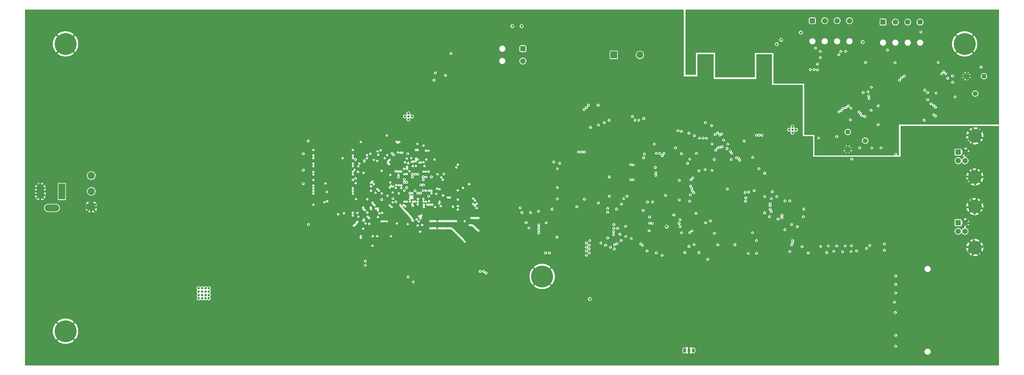
<source format=gbr>
%TF.GenerationSoftware,KiCad,Pcbnew,7.0.2*%
%TF.CreationDate,2023-10-13T18:39:37+02:00*%
%TF.ProjectId,3D Scanner with IR sensor Central Unit,33442053-6361-46e6-9e65-722077697468,1.0*%
%TF.SameCoordinates,Original*%
%TF.FileFunction,Copper,L5,Inr*%
%TF.FilePolarity,Positive*%
%FSLAX46Y46*%
G04 Gerber Fmt 4.6, Leading zero omitted, Abs format (unit mm)*
G04 Created by KiCad (PCBNEW 7.0.2) date 2023-10-13 18:39:37*
%MOMM*%
%LPD*%
G01*
G04 APERTURE LIST*
G04 Aperture macros list*
%AMRoundRect*
0 Rectangle with rounded corners*
0 $1 Rounding radius*
0 $2 $3 $4 $5 $6 $7 $8 $9 X,Y pos of 4 corners*
0 Add a 4 corners polygon primitive as box body*
4,1,4,$2,$3,$4,$5,$6,$7,$8,$9,$2,$3,0*
0 Add four circle primitives for the rounded corners*
1,1,$1+$1,$2,$3*
1,1,$1+$1,$4,$5*
1,1,$1+$1,$6,$7*
1,1,$1+$1,$8,$9*
0 Add four rect primitives between the rounded corners*
20,1,$1+$1,$2,$3,$4,$5,0*
20,1,$1+$1,$4,$5,$6,$7,0*
20,1,$1+$1,$6,$7,$8,$9,0*
20,1,$1+$1,$8,$9,$2,$3,0*%
G04 Aperture macros list end*
%TA.AperFunction,ComponentPad*%
%ADD10C,1.440000*%
%TD*%
%TA.AperFunction,ComponentPad*%
%ADD11RoundRect,0.250000X-0.550000X0.550000X-0.550000X-0.550000X0.550000X-0.550000X0.550000X0.550000X0*%
%TD*%
%TA.AperFunction,ComponentPad*%
%ADD12C,1.600000*%
%TD*%
%TA.AperFunction,ComponentPad*%
%ADD13C,0.800000*%
%TD*%
%TA.AperFunction,ComponentPad*%
%ADD14C,6.400000*%
%TD*%
%TA.AperFunction,ComponentPad*%
%ADD15R,2.000000X2.000000*%
%TD*%
%TA.AperFunction,ComponentPad*%
%ADD16C,2.000000*%
%TD*%
%TA.AperFunction,ComponentPad*%
%ADD17RoundRect,0.250000X-0.550000X-0.550000X0.550000X-0.550000X0.550000X0.550000X-0.550000X0.550000X0*%
%TD*%
%TA.AperFunction,ComponentPad*%
%ADD18RoundRect,0.250001X0.799999X-0.799999X0.799999X0.799999X-0.799999X0.799999X-0.799999X-0.799999X0*%
%TD*%
%TA.AperFunction,ComponentPad*%
%ADD19C,2.100000*%
%TD*%
%TA.AperFunction,ComponentPad*%
%ADD20R,2.000000X4.600000*%
%TD*%
%TA.AperFunction,ComponentPad*%
%ADD21O,2.000000X4.200000*%
%TD*%
%TA.AperFunction,ComponentPad*%
%ADD22O,4.200000X2.000000*%
%TD*%
%TA.AperFunction,ComponentPad*%
%ADD23R,1.600000X1.600000*%
%TD*%
%TA.AperFunction,ComponentPad*%
%ADD24C,4.000000*%
%TD*%
%TA.AperFunction,ComponentPad*%
%ADD25RoundRect,0.200000X-0.200000X-0.450000X0.200000X-0.450000X0.200000X0.450000X-0.200000X0.450000X0*%
%TD*%
%TA.AperFunction,ComponentPad*%
%ADD26O,0.800000X1.300000*%
%TD*%
%TA.AperFunction,ViaPad*%
%ADD27C,0.400000*%
%TD*%
%TA.AperFunction,ViaPad*%
%ADD28C,0.700000*%
%TD*%
%TA.AperFunction,ViaPad*%
%ADD29C,0.250000*%
%TD*%
G04 APERTURE END LIST*
D10*
%TO.N,GNDD*%
%TO.C,RV2*%
X308120000Y-222840000D03*
%TO.N,Net-(U12-AVREF)*%
X313200000Y-220300000D03*
%TO.N,Net-(R54-Pad1)*%
X308120000Y-217760000D03*
%TD*%
D11*
%TO.N,VCC_EN*%
%TO.C,J6*%
X213375000Y-193400000D03*
D12*
%TO.N,Net-(D12-A)*%
X213375000Y-197000000D03*
%TD*%
D13*
%TO.N,GNDD*%
%TO.C,H3*%
X339800000Y-192000000D03*
X340502944Y-190302944D03*
X340502944Y-193697056D03*
X342200000Y-189600000D03*
D14*
X342200000Y-192000000D03*
D13*
X342200000Y-194400000D03*
X343897056Y-190302944D03*
X343897056Y-193697056D03*
X344600000Y-192000000D03*
%TD*%
D15*
%TO.N,+5V*%
%TO.C,BZ1*%
X239900000Y-195200000D03*
D16*
%TO.N,Net-(BZ1-+)*%
X247500000Y-195200000D03*
%TD*%
D17*
%TO.N,/Stepper Motors/A1_2*%
%TO.C,J8*%
X297800000Y-185225000D03*
D12*
%TO.N,/Stepper Motors/A2_2*%
X301400000Y-185225000D03*
%TO.N,/Stepper Motors/B1_2*%
X305000000Y-185225000D03*
%TO.N,/Stepper Motors/B2_2*%
X308600000Y-185225000D03*
%TD*%
D17*
%TO.N,/Stepper Motors/A1_1*%
%TO.C,J9*%
X318400000Y-185625000D03*
D12*
%TO.N,/Stepper Motors/A2_1*%
X322000000Y-185625000D03*
%TO.N,/Stepper Motors/B1_1*%
X325600000Y-185625000D03*
%TO.N,/Stepper Motors/B2_1*%
X329200000Y-185625000D03*
%TD*%
D18*
%TO.N,GND*%
%TO.C,J23*%
X87500000Y-239700000D03*
D19*
%TO.N,VCC_EN*%
X87500000Y-235100000D03*
%TO.N,VCC*%
X87500000Y-230500000D03*
%TD*%
D20*
%TO.N,VCC*%
%TO.C,J1*%
X78950000Y-235150000D03*
D21*
%TO.N,GND*%
X72650000Y-235150000D03*
D22*
%TO.N,N/C*%
X76050000Y-239950000D03*
%TD*%
D23*
%TO.N,VDD*%
%TO.C,J2*%
X340312500Y-223650000D03*
D12*
%TO.N,/Power Supply/USB_ESD_D-*%
X340312500Y-226150000D03*
%TO.N,/Power Supply/USB_ESD_D+*%
X342312500Y-226150000D03*
%TO.N,GND*%
X342312500Y-223650000D03*
D24*
X345172500Y-218900000D03*
X345172500Y-230900000D03*
%TD*%
D13*
%TO.N,GND*%
%TO.C,H1*%
X77600000Y-192000000D03*
X78302944Y-190302944D03*
X78302944Y-193697056D03*
X80000000Y-189600000D03*
D14*
X80000000Y-192000000D03*
D13*
X80000000Y-194400000D03*
X81697056Y-190302944D03*
X81697056Y-193697056D03*
X82400000Y-192000000D03*
%TD*%
%TO.N,GND*%
%TO.C,H2*%
X77600000Y-276000000D03*
X78302944Y-274302944D03*
X78302944Y-277697056D03*
X80000000Y-273600000D03*
D14*
X80000000Y-276000000D03*
D13*
X80000000Y-278400000D03*
X81697056Y-274302944D03*
X81697056Y-277697056D03*
X82400000Y-276000000D03*
%TD*%
D10*
%TO.N,GNDD*%
%TO.C,RV1*%
X342750000Y-201430000D03*
%TO.N,Net-(U6-AVREF)*%
X345290000Y-206510000D03*
%TO.N,Net-(R44-Pad1)*%
X347830000Y-201430000D03*
%TD*%
D25*
%TO.N,/Procesor/VO*%
%TO.C,J4*%
X260550000Y-281600000D03*
D26*
%TO.N,GND*%
X261800000Y-281600000D03*
%TO.N,+5V*%
X263050000Y-281600000D03*
%TD*%
D13*
%TO.N,GND*%
%TO.C,H4*%
X216600000Y-260000000D03*
X217302944Y-258302944D03*
X217302944Y-261697056D03*
X219000000Y-257600000D03*
D14*
X219000000Y-260000000D03*
D13*
X219000000Y-262400000D03*
X220697056Y-258302944D03*
X220697056Y-261697056D03*
X221400000Y-260000000D03*
%TD*%
D23*
%TO.N,VBUS*%
%TO.C,J3*%
X340300000Y-244300000D03*
D12*
%TO.N,/Power Supply/USB_DSC_ESD_D-*%
X340300000Y-246800000D03*
%TO.N,/Power Supply/USB_DSC_ESD_D+*%
X342300000Y-246800000D03*
%TO.N,GND*%
X342300000Y-244300000D03*
D24*
X345160000Y-239550000D03*
X345160000Y-251550000D03*
%TD*%
D27*
%TO.N,/Stepper Motors/A2_1*%
X324603592Y-201419258D03*
X321900000Y-197500000D03*
X319700000Y-193800000D03*
%TO.N,/Stepper Motors/B1_1*%
X323200000Y-202600000D03*
%TO.N,ENABLE_1*%
X317800000Y-222400000D03*
X311600000Y-222400000D03*
X286100000Y-235200000D03*
X315100000Y-222400000D03*
X337250000Y-202025000D03*
X309300000Y-225700000D03*
%TO.N,RESET_MOTOR_1*%
X273900000Y-223400000D03*
X331400000Y-208300000D03*
X331400000Y-206200000D03*
X308900000Y-214200000D03*
%TO.N,SLEEP_1*%
X280400000Y-225200000D03*
X314900000Y-211400000D03*
X313100000Y-213200000D03*
X330600000Y-205500000D03*
%TO.N,TIM3_CH1*%
X273000000Y-234400000D03*
X299600000Y-219500000D03*
%TO.N,DIR_1*%
X295150000Y-242550000D03*
X338700000Y-203200000D03*
%TO.N,/Stepper Motors/A2_2*%
X299300000Y-199600000D03*
X299300000Y-197900000D03*
%TO.N,/Stepper Motors/B1_2*%
X300100000Y-194200000D03*
X297200000Y-199500000D03*
%TO.N,ENABLE_2*%
X314350000Y-207950000D03*
X287400000Y-236638556D03*
%TO.N,RESET_MOTOR_2*%
X307600000Y-210600000D03*
X314000000Y-206000000D03*
X274300000Y-224000000D03*
X277900000Y-220400000D03*
%TO.N,SLEEP_2*%
X317000000Y-215600000D03*
X287800000Y-243200000D03*
X317000000Y-210100000D03*
X315000000Y-204700000D03*
X285300000Y-242500000D03*
X291749500Y-244800000D03*
%TO.N,TIM2_CH1*%
X338675000Y-201375000D03*
X264700000Y-253000000D03*
%TO.N,DIR_2*%
X314200000Y-207200000D03*
X285800000Y-237200000D03*
%TO.N,SPI4_SCK*%
X254500000Y-224000000D03*
X248600000Y-213800000D03*
%TO.N,SPI4_!CS*%
X247200000Y-214300000D03*
X253300000Y-224000000D03*
%TO.N,SPI4_MISO*%
X252300000Y-224000000D03*
X231900000Y-210600000D03*
X246100000Y-214300000D03*
X238500000Y-214300000D03*
%TO.N,SPI4_MOSI*%
X231200000Y-211200000D03*
X248600000Y-225300000D03*
%TO.N,/Procesor/VO*%
X260600000Y-253000000D03*
%TO.N,SDMMC1_D3*%
X307400000Y-251000000D03*
X279200000Y-235300000D03*
X309100000Y-252700000D03*
X285500000Y-239300000D03*
%TO.N,SDMMC1_CMD*%
X285500000Y-240400000D03*
X306600000Y-252800000D03*
X278300000Y-238000000D03*
X304900000Y-251100000D03*
%TO.N,SDMMC1_CK*%
X300200000Y-251200000D03*
X302000000Y-253000000D03*
X278200000Y-235400000D03*
X288900000Y-242100000D03*
%TO.N,SDMMC1_D0*%
X294800000Y-251275500D03*
X289800000Y-246300000D03*
X296600000Y-253100000D03*
X289800000Y-237900000D03*
%TO.N,SDMMC1_D1*%
X291200000Y-237900000D03*
X291200000Y-252700000D03*
%TO.N,SDMMC1_D2*%
X285500000Y-238700000D03*
X280800000Y-234900000D03*
X309200000Y-251000000D03*
X310700000Y-252500000D03*
%TO.N,NRST*%
X280300000Y-247200000D03*
X266700000Y-244300000D03*
X314500000Y-250900000D03*
D28*
X232900000Y-266600000D03*
D27*
X263900000Y-241500000D03*
D28*
X255300000Y-245400000D03*
D27*
X282200000Y-228500000D03*
X313600000Y-251800000D03*
D28*
%TO.N,Net-(U6-VMA)*%
X288700000Y-190800000D03*
X287400000Y-192100000D03*
X312500000Y-191500000D03*
X294400000Y-188700000D03*
D27*
%TO.N,SD_DET*%
X302400000Y-251000000D03*
X304000000Y-252600000D03*
%TO.N,Net-(U1-VCAP_1)*%
X185900000Y-236500000D03*
%TO.N,Net-(U1-VCAP_2)*%
X186700000Y-230880000D03*
%TO.N,/Touch Screen/!RST*%
X181400000Y-261600000D03*
X179900000Y-260100000D03*
D29*
X176500000Y-220600000D03*
X170900000Y-226200000D03*
X171100000Y-240100000D03*
X171500000Y-241500000D03*
D27*
%TO.N,GNDD*%
X305600000Y-206200000D03*
D28*
X279800000Y-200600000D03*
X342790000Y-200510000D03*
X261400000Y-198300000D03*
X307862500Y-201175000D03*
D27*
X333800000Y-207000000D03*
D28*
X279200000Y-195800000D03*
X309162500Y-200075000D03*
X309075000Y-222800000D03*
D27*
X302700000Y-202700000D03*
D28*
X321200000Y-216300000D03*
D27*
X326962500Y-206275000D03*
D28*
X341890000Y-201410000D03*
X309162500Y-202275000D03*
X300100000Y-215650000D03*
X329162500Y-201175000D03*
X321200000Y-212400000D03*
X298700000Y-213750000D03*
X322700000Y-214300000D03*
D27*
X324100000Y-202700000D03*
D28*
X261600000Y-195800000D03*
X309162500Y-203375000D03*
X343690000Y-201410000D03*
X330462500Y-202275000D03*
D27*
X304800000Y-205900000D03*
D28*
X307862500Y-202275000D03*
X329162500Y-200075000D03*
X278500000Y-197900000D03*
D27*
X306500000Y-205900000D03*
X311400000Y-197200000D03*
X332662500Y-197175000D03*
D28*
X307862500Y-200075000D03*
X278600000Y-200200000D03*
D27*
X322900000Y-199300000D03*
D28*
X309162500Y-201175000D03*
X262800000Y-195600000D03*
X261400000Y-199700000D03*
D27*
X333462500Y-197475000D03*
D28*
X278500000Y-199100000D03*
D27*
X301500000Y-199300000D03*
X331862500Y-197475000D03*
D28*
X301500000Y-213750000D03*
D27*
X303386968Y-204304020D03*
X324000000Y-204000000D03*
D28*
X330462500Y-201175000D03*
X308075000Y-223800000D03*
X329162500Y-202275000D03*
X278500000Y-196700000D03*
X330462500Y-200075000D03*
X307862500Y-203375000D03*
D27*
X312200000Y-197500000D03*
D28*
X330462500Y-203375000D03*
X280200000Y-195800000D03*
X308075000Y-221900000D03*
D27*
X313300000Y-206500000D03*
X324100000Y-200700000D03*
D28*
X342790000Y-202310000D03*
D27*
X310500000Y-197500000D03*
D28*
X262300000Y-200500000D03*
X329162500Y-203375000D03*
X261400000Y-196900000D03*
X300100000Y-211850000D03*
X319800000Y-214300000D03*
D27*
X326062500Y-205975000D03*
X327762500Y-205975000D03*
D28*
X307175000Y-222800000D03*
D27*
X302700000Y-200800000D03*
D29*
%TO.N,/Touch Screen/CS*%
X183200000Y-226700000D03*
X174500000Y-225900000D03*
%TO.N,/Touch Screen/LTDC_R7*%
X200400000Y-242900000D03*
X200400000Y-246600000D03*
%TO.N,/Touch Screen/LTDC_R6*%
X199900000Y-238700000D03*
X199900000Y-240000000D03*
X199900000Y-242900000D03*
X199900000Y-246200000D03*
%TO.N,/Touch Screen/LTDC_R5*%
X199400000Y-237800000D03*
X199400000Y-239300000D03*
X199400000Y-245700000D03*
X199400000Y-242900000D03*
%TO.N,/Touch Screen/LTDC_R4*%
X198900000Y-242900000D03*
X198900000Y-238800000D03*
X198900000Y-245200000D03*
X198900000Y-237200000D03*
%TO.N,/Touch Screen/LTDC_R3*%
X198400000Y-245000000D03*
X198400000Y-242900000D03*
%TO.N,/Touch Screen/LTDC_R2*%
X197700000Y-233000000D03*
X197900000Y-245000000D03*
%TO.N,/Touch Screen/LTDC_R1*%
X182400000Y-243300000D03*
X184000000Y-244900000D03*
X183000000Y-243900000D03*
X177925000Y-234100000D03*
%TO.N,/Touch Screen/LTDC_R0*%
X169100000Y-233600000D03*
X169100000Y-232600000D03*
X171100000Y-240700000D03*
X170500000Y-240100000D03*
%TO.N,/Touch Screen/LTDC_G7*%
X184375000Y-229300000D03*
X196400000Y-243800000D03*
X196400000Y-249800000D03*
X189100000Y-238100000D03*
%TO.N,/Touch Screen/LTDC_G6*%
X195900000Y-249200000D03*
X195900000Y-234100000D03*
%TO.N,/Touch Screen/LTDC_G5*%
X195400000Y-248700000D03*
X188500000Y-230100000D03*
%TO.N,/Touch Screen/LTDC_G4*%
X189100000Y-234500000D03*
X194900000Y-248200000D03*
X191500000Y-236900000D03*
X185925000Y-229300000D03*
%TO.N,/Touch Screen/LTDC_G3*%
X187600000Y-225800000D03*
X194400000Y-237500000D03*
X194400000Y-240400000D03*
X185200000Y-225800000D03*
X194400000Y-234800000D03*
X194400000Y-239400000D03*
X194400000Y-227300000D03*
X194400000Y-247700000D03*
%TO.N,/Touch Screen/LTDC_G2*%
X193900000Y-243800000D03*
X189000000Y-238600000D03*
X193900000Y-247200000D03*
X185175000Y-230900000D03*
%TO.N,/Touch Screen/LTDC_G1*%
X178300000Y-240000000D03*
X169900000Y-233000000D03*
X193400000Y-246700000D03*
X193400000Y-243800000D03*
%TO.N,/Touch Screen/LTDC_G0*%
X178700000Y-240500000D03*
X192900000Y-243800000D03*
X169500000Y-232200000D03*
X192900000Y-246200000D03*
%TO.N,/Touch Screen/LTDC_B7*%
X192400000Y-245900000D03*
X178775000Y-228500000D03*
X179100000Y-240900000D03*
X192400000Y-243800000D03*
%TO.N,/Touch Screen/LTDC_B6*%
X191900000Y-243800000D03*
X179500000Y-241300000D03*
X179600000Y-228525000D03*
X191900000Y-245900000D03*
%TO.N,/Touch Screen/LTDC_B5*%
X177400000Y-229300000D03*
X191400000Y-245900000D03*
X179900000Y-241700000D03*
X191400000Y-243800000D03*
%TO.N,/Touch Screen/LTDC_B4*%
X174400000Y-227200000D03*
X190900000Y-243800000D03*
X190900000Y-245900000D03*
X180200000Y-242100000D03*
%TO.N,/Touch Screen/LTDC_B3*%
X190400000Y-245900000D03*
X190400000Y-243800000D03*
X180800000Y-225400000D03*
X180600000Y-242500000D03*
%TO.N,/Touch Screen/LTDC_B2*%
X189900000Y-243800000D03*
X183600000Y-226600000D03*
X180900000Y-242900000D03*
X189900000Y-245900000D03*
%TO.N,/Touch Screen/LTDC_B1*%
X182100000Y-226300000D03*
X182174500Y-227661525D03*
X189400000Y-243800000D03*
X181100000Y-243300000D03*
X189400000Y-245900000D03*
X171900000Y-223100000D03*
%TO.N,/Touch Screen/LTDC_B0*%
X188900000Y-243800000D03*
X169900000Y-225900000D03*
X173100000Y-225400000D03*
X188900000Y-245900000D03*
X174122217Y-226308584D03*
X181300000Y-243700000D03*
%TO.N,/Touch Screen/LTDC_DE*%
X187900000Y-245900000D03*
X177900000Y-229300000D03*
X179500000Y-238100000D03*
X183800000Y-242100000D03*
X187900000Y-243800000D03*
%TO.N,/Touch Screen/LTDC_CLK*%
X187400000Y-245900000D03*
X177200000Y-235700000D03*
X183100000Y-242400000D03*
X178800000Y-238100000D03*
X187400000Y-243800000D03*
X177200000Y-233300000D03*
%TO.N,/Touch Screen/LTDC_HSYNC*%
X186900000Y-243800000D03*
X177600000Y-239100000D03*
X186900000Y-245900000D03*
X183600000Y-242700000D03*
X178600000Y-239100000D03*
X174900000Y-233500000D03*
X179500000Y-230025000D03*
%TO.N,/Touch Screen/LTDC_VSYNC*%
X183500000Y-243100000D03*
X179100000Y-239500000D03*
X174700000Y-230300000D03*
X177900000Y-239500000D03*
X186400000Y-245900000D03*
X186400000Y-243800000D03*
%TO.N,/Touch Screen/TP_!INT*%
X169500000Y-251000000D03*
X189590000Y-230990000D03*
%TO.N,/Touch Screen/UART5_RX*%
X185100000Y-229325000D03*
X194000000Y-228100000D03*
D27*
%TO.N,NHOME_1*%
X339400000Y-207500000D03*
X295300000Y-240300000D03*
%TO.N,NHOME_2*%
X322100000Y-224300000D03*
X293400000Y-245400000D03*
X285800000Y-241000000D03*
X288900000Y-242800000D03*
%TO.N,Net-(U6-BOUT2)*%
X329400000Y-188500000D03*
X323800000Y-201900000D03*
%TO.N,Net-(U12-AOUT1)*%
X298700000Y-193200000D03*
X305500000Y-195100000D03*
%TO.N,Net-(U12-BOUT2)*%
X306100000Y-194200000D03*
X300100000Y-196000000D03*
X307500000Y-194200000D03*
X298300000Y-199500000D03*
%TO.N,GND*%
X181000000Y-190300000D03*
X327200000Y-224500000D03*
X347900000Y-283100000D03*
D28*
X87500000Y-243800000D03*
X286800000Y-217100000D03*
X346900000Y-229600000D03*
D27*
X188400000Y-194900000D03*
D28*
X282200000Y-202700000D03*
D27*
X311400000Y-246000000D03*
X284300000Y-229100000D03*
X186700000Y-232500000D03*
X221800000Y-226100000D03*
X322100000Y-269900000D03*
D28*
X119700000Y-237600000D03*
D27*
X335500000Y-237100000D03*
X319200000Y-246200000D03*
X173800000Y-237500000D03*
X322000000Y-243400000D03*
D28*
X282200000Y-203600000D03*
D27*
X241150000Y-245100000D03*
D28*
X202500000Y-214100000D03*
X343000000Y-218700000D03*
D27*
X262600000Y-251700000D03*
X180325000Y-234900000D03*
D28*
X283400000Y-203600000D03*
D27*
X176396798Y-237321798D03*
D28*
X344500000Y-253600000D03*
D27*
X168450000Y-255475000D03*
X281200000Y-230000000D03*
X186200000Y-198800000D03*
X324200000Y-269300000D03*
D28*
X342900000Y-243500000D03*
D27*
X181000000Y-204200000D03*
X323600000Y-242100000D03*
X284400000Y-241400000D03*
X183575000Y-234100000D03*
X258700000Y-242300000D03*
X176100000Y-197400000D03*
D28*
X343300000Y-238500000D03*
D27*
X310200000Y-243700000D03*
X172500000Y-234075000D03*
D28*
X117690000Y-237500000D03*
X282500000Y-195900000D03*
D27*
X185120000Y-228500000D03*
X170500000Y-194400000D03*
D28*
X243250000Y-242900000D03*
X73200000Y-244600000D03*
D27*
X191500000Y-201600000D03*
D28*
X99300000Y-242600000D03*
X344400000Y-220900000D03*
D27*
X192700000Y-199700000D03*
D28*
X76000000Y-227100000D03*
X74000000Y-227100000D03*
D27*
X235900000Y-227300000D03*
D28*
X74200000Y-243600000D03*
X265900000Y-195700000D03*
X100700000Y-238000000D03*
D27*
X261100000Y-227600000D03*
X345400000Y-257700000D03*
X183850000Y-255875000D03*
D28*
X205500000Y-266600000D03*
X245250000Y-242900000D03*
D27*
X170500000Y-204600000D03*
D28*
X267300000Y-199100000D03*
D27*
X324200000Y-268300000D03*
D28*
X283400000Y-202700000D03*
X72600000Y-232900000D03*
X283500000Y-195800000D03*
D27*
X183000000Y-198800000D03*
X313100000Y-247800000D03*
X178808946Y-235616054D03*
D28*
X267100000Y-200300000D03*
D27*
X207550000Y-255900000D03*
X188350000Y-255875000D03*
X235900000Y-228900000D03*
X314400000Y-243700000D03*
D28*
X76200000Y-244600000D03*
D27*
X183525000Y-232500000D03*
D28*
X88500000Y-243800000D03*
D27*
X170700000Y-230500000D03*
X261648511Y-237000000D03*
D28*
X343800000Y-241100000D03*
D27*
X281200000Y-242000000D03*
X173100000Y-228900000D03*
X319700000Y-245500000D03*
X323100000Y-275500000D03*
D28*
X346700000Y-232400000D03*
X267300000Y-197900000D03*
D27*
X281900000Y-248700000D03*
X181700000Y-198800000D03*
X325300000Y-275500000D03*
D28*
X94500000Y-243100000D03*
X73800000Y-236200000D03*
X86300000Y-240000000D03*
D27*
X337200000Y-222900000D03*
D28*
X206400000Y-270300000D03*
D27*
X161850000Y-223775000D03*
D28*
X77000000Y-227100000D03*
D27*
X274687500Y-228461011D03*
X258700000Y-249300000D03*
X226100000Y-231300000D03*
D28*
X72600000Y-237400000D03*
D27*
X224000000Y-248900000D03*
X180300000Y-234025000D03*
X269687500Y-248038989D03*
D28*
X75000000Y-227100000D03*
D27*
X190945500Y-200279250D03*
D28*
X284600000Y-202700000D03*
D27*
X258100000Y-231900000D03*
X185100000Y-198800000D03*
X184350000Y-255875000D03*
D28*
X347000000Y-217800000D03*
D27*
X191500000Y-198400000D03*
D28*
X244250000Y-242900000D03*
D27*
X257900000Y-244800000D03*
X182850000Y-255875000D03*
X253000000Y-242400000D03*
D28*
X285800000Y-217100000D03*
X341900000Y-222700000D03*
D27*
X189000000Y-198400000D03*
X255900000Y-239000000D03*
X152050000Y-226175000D03*
D28*
X347200000Y-219500000D03*
D27*
X346600000Y-282200000D03*
D28*
X343300000Y-244400000D03*
X203500000Y-213100000D03*
D27*
X168450000Y-256675000D03*
X280700000Y-250100000D03*
X170500000Y-197800000D03*
X182300000Y-194800000D03*
X284300000Y-230800000D03*
D28*
X173900000Y-231275000D03*
D27*
X329800000Y-225800000D03*
X178800000Y-189100000D03*
X151550000Y-245175000D03*
D28*
X93700000Y-243400000D03*
X261800000Y-280700000D03*
D27*
X170500000Y-191000000D03*
D28*
X75200000Y-243600000D03*
X287800000Y-217100000D03*
D27*
X235900000Y-237700000D03*
D28*
X87500000Y-244800000D03*
D27*
X254522609Y-242877135D03*
X239000000Y-231700000D03*
X181000000Y-197100000D03*
D28*
X86500000Y-240900000D03*
X87500000Y-240900000D03*
D27*
X170500000Y-201200000D03*
X172000000Y-189100000D03*
X253300000Y-240800000D03*
D28*
X71800000Y-236900000D03*
D27*
X181000000Y-200800000D03*
X346700000Y-256700000D03*
X201850000Y-255875000D03*
X332200000Y-243600000D03*
X201400000Y-258800000D03*
X274687500Y-248038989D03*
X179600000Y-235625000D03*
X345300000Y-283100000D03*
X319700000Y-247000000D03*
D28*
X73200000Y-245600000D03*
X73000000Y-229100000D03*
X92000000Y-263600000D03*
D27*
X200400000Y-258800000D03*
X316800000Y-251700000D03*
D28*
X343800000Y-249900000D03*
X341900000Y-245200000D03*
D27*
X324200000Y-276000000D03*
D28*
X244250000Y-243900000D03*
D27*
X202350000Y-255875000D03*
X192600000Y-201600000D03*
X148950000Y-228275000D03*
X223400000Y-226500000D03*
X191475000Y-197775000D03*
X184600000Y-193900000D03*
D28*
X347300000Y-230900000D03*
D27*
X190800000Y-197800000D03*
D28*
X343300000Y-252600000D03*
X87900000Y-238500000D03*
D27*
X251777135Y-240177391D03*
X345400000Y-255700000D03*
D28*
X284600000Y-201800000D03*
D27*
X181900000Y-230925000D03*
X181000000Y-207600000D03*
D28*
X254400000Y-204700000D03*
D27*
X175525000Y-236500000D03*
X180400000Y-230925000D03*
X324200000Y-275000000D03*
D28*
X111800000Y-264400000D03*
D27*
X174600000Y-197400000D03*
D28*
X106790000Y-253800000D03*
D27*
X235900000Y-233700000D03*
X257900000Y-245800000D03*
X151450000Y-219975000D03*
X182500000Y-197300000D03*
D28*
X345100000Y-241600000D03*
D27*
X187300000Y-201200000D03*
D28*
X283200000Y-200700000D03*
X98800000Y-247200000D03*
D27*
X311400000Y-247300000D03*
D28*
X71500000Y-234100000D03*
X272200000Y-203900000D03*
D27*
X179525000Y-234900000D03*
D28*
X75200000Y-244600000D03*
X74200000Y-245600000D03*
D27*
X281200000Y-236500000D03*
D28*
X75000000Y-229100000D03*
X86300000Y-239100000D03*
D27*
X170900000Y-207600000D03*
X161900000Y-228600000D03*
X174300000Y-207600000D03*
X226100000Y-236100000D03*
X332200000Y-246900000D03*
D28*
X343000000Y-239800000D03*
D27*
X331900000Y-245200000D03*
X321000000Y-246200000D03*
X184200000Y-198800000D03*
D28*
X105100000Y-261800000D03*
X73800000Y-234200000D03*
X344900000Y-249400000D03*
X284500000Y-198600000D03*
D27*
X329200000Y-229000000D03*
X178783968Y-229300000D03*
D28*
X173600000Y-230475000D03*
X74000000Y-228100000D03*
D27*
X181700000Y-196100000D03*
D28*
X265000000Y-201800000D03*
D27*
X181125000Y-234900000D03*
X264200000Y-279700000D03*
D28*
X282200000Y-201800000D03*
X218600000Y-266600000D03*
X347000000Y-252700000D03*
X73200000Y-243600000D03*
X74000000Y-229100000D03*
X77200000Y-244600000D03*
D27*
X183525000Y-231700000D03*
D28*
X266100000Y-200600000D03*
D27*
X192800000Y-190200000D03*
D28*
X264800000Y-199400000D03*
X345300000Y-233000000D03*
D27*
X314500000Y-244800000D03*
D28*
X87500000Y-242800000D03*
D27*
X189137500Y-191337500D03*
D28*
X76200000Y-245600000D03*
X270300000Y-204100000D03*
D27*
X187200000Y-194400000D03*
D28*
X219600000Y-270300000D03*
D27*
X247750000Y-240300000D03*
D28*
X224100000Y-194900000D03*
D27*
X332100000Y-218000000D03*
D28*
X284200000Y-200500000D03*
X266200000Y-202700000D03*
X122000000Y-257500000D03*
D27*
X184400000Y-196300000D03*
D28*
X75200000Y-245600000D03*
D27*
X269187000Y-224800000D03*
D28*
X103100000Y-262000000D03*
D27*
X148950000Y-223475000D03*
D28*
X266200000Y-201800000D03*
D27*
X255900000Y-239800000D03*
X183575000Y-234900000D03*
X186700000Y-234100000D03*
D28*
X282000000Y-198200000D03*
X104200000Y-261900000D03*
X343000000Y-222900000D03*
D27*
X223016521Y-233399500D03*
X320400000Y-247000000D03*
D28*
X105200000Y-260900000D03*
X284500000Y-197500000D03*
D27*
X187900000Y-198600000D03*
X161850000Y-242975000D03*
X325300000Y-268800000D03*
D28*
X202500000Y-213100000D03*
X264900000Y-196000000D03*
X346100000Y-216900000D03*
X266200000Y-203600000D03*
D27*
X328800000Y-227400000D03*
D28*
X171100000Y-232375000D03*
X284400000Y-196400000D03*
D27*
X263187500Y-248038989D03*
D28*
X266900000Y-195800000D03*
D27*
X174600000Y-198600000D03*
D28*
X99300000Y-241600000D03*
D27*
X284419503Y-236600000D03*
X235900000Y-248100000D03*
D28*
X76200000Y-243600000D03*
D27*
X320057500Y-246220000D03*
X319800000Y-249200000D03*
D28*
X344600000Y-216800000D03*
X76000000Y-229100000D03*
X344400000Y-228900000D03*
X346600000Y-249900000D03*
X119700000Y-239400000D03*
D27*
X192800000Y-194100000D03*
X192237500Y-193637500D03*
X317090120Y-244972233D03*
D28*
X283400000Y-201800000D03*
D27*
X323300000Y-243600000D03*
D28*
X86500000Y-244800000D03*
D27*
X254400000Y-235200000D03*
X337800000Y-243600000D03*
X223000000Y-238100000D03*
X183500000Y-194400000D03*
X164950000Y-230675000D03*
X317200000Y-250200000D03*
D28*
X73800000Y-235200000D03*
D27*
X254400000Y-231200000D03*
X179600000Y-230925000D03*
X274800000Y-225500000D03*
D28*
X88700000Y-238900000D03*
X343500000Y-217500000D03*
D27*
X182725000Y-230900000D03*
D28*
X77000000Y-229100000D03*
D27*
X320300000Y-243200000D03*
X174600000Y-198000000D03*
X187700000Y-236500000D03*
X183525000Y-230900000D03*
D28*
X343300000Y-223900000D03*
X77000000Y-228100000D03*
X244250000Y-241800000D03*
D27*
X189200000Y-195600000D03*
X191474500Y-195270750D03*
X269687500Y-228461011D03*
D28*
X273700000Y-203900000D03*
X286800000Y-216100000D03*
D27*
X189937500Y-190637500D03*
D28*
X74200000Y-244600000D03*
X284500000Y-199600000D03*
X100800000Y-237100000D03*
D27*
X188100000Y-193700000D03*
X266100000Y-223400000D03*
X175400000Y-189100000D03*
D28*
X123000000Y-236300000D03*
X346100000Y-253500000D03*
D27*
X189500000Y-201600000D03*
X264062676Y-251043921D03*
D28*
X225000000Y-194500000D03*
X346400000Y-241300000D03*
D27*
X179525000Y-233300000D03*
D28*
X347300000Y-251300000D03*
X218600000Y-271200000D03*
D27*
X176375000Y-230900000D03*
X161850000Y-222175000D03*
D28*
X282000000Y-199400000D03*
D27*
X148950000Y-232275000D03*
D28*
X264800000Y-198300000D03*
D27*
X274800000Y-251700000D03*
D28*
X265000000Y-203600000D03*
X343200000Y-219900000D03*
X267400000Y-202700000D03*
X206400000Y-267500000D03*
X75000000Y-228100000D03*
X88500000Y-242800000D03*
D27*
X327300000Y-227600000D03*
X181180000Y-228500000D03*
D28*
X345700000Y-228800000D03*
X265100000Y-200400000D03*
X343400000Y-229600000D03*
D27*
X181000000Y-193700000D03*
D28*
X282000000Y-196900000D03*
X77200000Y-243600000D03*
D27*
X258600000Y-243400000D03*
D28*
X88700000Y-239900000D03*
D27*
X185125000Y-231700000D03*
D28*
X117400000Y-241100000D03*
X286800000Y-218100000D03*
X92800000Y-243400000D03*
X71500000Y-236100000D03*
D27*
X161850000Y-232575000D03*
D28*
X219600000Y-267500000D03*
D27*
X176100000Y-198600000D03*
X239000000Y-235700000D03*
D28*
X73000000Y-227100000D03*
X76000000Y-228100000D03*
X86500000Y-243800000D03*
X343000000Y-230800000D03*
D27*
X185950000Y-255875000D03*
D28*
X201500000Y-213100000D03*
D27*
X318100000Y-243800000D03*
D28*
X171100000Y-233400000D03*
D27*
X152050000Y-230975000D03*
D28*
X97100000Y-249300000D03*
X347100000Y-238500000D03*
X267400000Y-203600000D03*
X267400000Y-201800000D03*
X343200000Y-231800000D03*
X92000000Y-265200000D03*
D27*
X179575000Y-231700000D03*
D28*
X205500000Y-271200000D03*
D27*
X182775000Y-234900000D03*
X185800000Y-194300000D03*
X329600000Y-242300000D03*
D28*
X102400000Y-266800000D03*
D27*
X344100000Y-256700000D03*
D28*
X202500000Y-212100000D03*
D27*
X184400000Y-195300000D03*
D28*
X267300000Y-196800000D03*
X261800000Y-282500000D03*
X346300000Y-220700000D03*
D27*
X258400497Y-237600000D03*
D28*
X73500000Y-233300000D03*
D27*
X186860000Y-202600000D03*
D28*
X73400000Y-237000000D03*
X264800000Y-197100000D03*
X265000000Y-202700000D03*
D27*
X204850000Y-255875000D03*
X192937500Y-192937500D03*
X320400000Y-245500000D03*
D28*
X345700000Y-237400000D03*
D27*
X192100000Y-197800000D03*
D28*
X342800000Y-245200000D03*
D27*
X164900000Y-226500000D03*
X177700000Y-207600000D03*
D28*
X77200000Y-245600000D03*
X121500000Y-239400000D03*
X71500000Y-235100000D03*
X73000000Y-228100000D03*
X100800000Y-238900000D03*
X88500000Y-244800000D03*
D27*
X191400000Y-197200000D03*
D28*
X97100000Y-247800000D03*
X341800000Y-243400000D03*
X284600000Y-203600000D03*
X347300000Y-240100000D03*
X344000000Y-232700000D03*
X88500000Y-240800000D03*
D27*
X261648511Y-244500000D03*
X323100000Y-268800000D03*
X346600000Y-284100000D03*
D28*
X342500000Y-224600000D03*
D27*
X270200000Y-251700000D03*
D28*
X86500000Y-242800000D03*
X344300000Y-237600000D03*
X253700000Y-205600000D03*
D27*
X176100000Y-198000000D03*
X183350000Y-255875000D03*
X222800000Y-228500000D03*
D28*
X343000000Y-251400000D03*
X87000000Y-238500000D03*
X71800000Y-233200000D03*
D27*
X320400000Y-241400000D03*
D28*
X282200000Y-200500000D03*
D27*
%TO.N,+3.3V*%
X322100000Y-277200000D03*
D28*
X118800000Y-264400000D03*
D27*
X178800000Y-234825000D03*
D28*
X292000000Y-216200000D03*
D27*
X201900000Y-258500000D03*
X259200000Y-245400000D03*
X150750000Y-220375000D03*
X150850000Y-244775000D03*
X178800000Y-231625000D03*
X240650000Y-240300000D03*
D28*
X118800000Y-266400000D03*
D27*
X149350000Y-224075000D03*
X312600000Y-206200000D03*
D28*
X120800000Y-263400000D03*
D27*
X149350000Y-232875000D03*
X304900000Y-219100000D03*
X179500000Y-234025000D03*
D28*
X119800000Y-266400000D03*
D27*
X269187000Y-225800000D03*
X223400000Y-228500000D03*
X187460000Y-202600000D03*
X333900000Y-206400000D03*
X182775000Y-230100000D03*
X149350000Y-228875000D03*
X184325000Y-231700000D03*
X190800000Y-201200000D03*
X258947429Y-244446762D03*
D28*
X179000000Y-213200000D03*
X119800000Y-265400000D03*
X180000000Y-213200000D03*
D27*
X181125000Y-230900000D03*
X181125000Y-230100000D03*
D28*
X181000000Y-213200000D03*
X180000000Y-212300000D03*
X120800000Y-266400000D03*
X121800000Y-266400000D03*
D27*
X202600000Y-259000000D03*
X176325000Y-238100000D03*
X184325000Y-230900000D03*
X179800000Y-224100000D03*
X270200500Y-250716521D03*
X222400000Y-226500000D03*
X184300000Y-234825000D03*
X183500000Y-235625000D03*
D28*
X120800000Y-265400000D03*
D27*
X172200000Y-237500000D03*
D28*
X118775000Y-263425000D03*
X121800000Y-265400000D03*
D27*
X223400000Y-234000000D03*
X238600000Y-230900000D03*
X322100000Y-262300000D03*
X180400000Y-235625000D03*
X181925000Y-234900000D03*
X175690000Y-224400000D03*
X177103200Y-230896800D03*
D28*
X121800000Y-264400000D03*
D27*
X164600000Y-225800000D03*
X200900000Y-258500000D03*
X275188000Y-250713562D03*
X261400000Y-226900000D03*
X238600000Y-236500000D03*
X259199154Y-243379571D03*
X167450000Y-255475000D03*
X259000000Y-237600000D03*
X322100000Y-280400000D03*
X167450000Y-256675000D03*
D28*
X121800000Y-263400000D03*
D27*
X257400000Y-242000000D03*
X176300000Y-229225000D03*
X182700000Y-235625000D03*
X223400000Y-237300000D03*
D28*
X293000000Y-217100000D03*
D27*
X190300000Y-230000000D03*
X281520000Y-253200000D03*
D28*
X119800000Y-264400000D03*
D27*
X175475000Y-237200000D03*
X259000000Y-231900000D03*
D28*
X180000000Y-214100000D03*
X119800000Y-263400000D03*
D27*
X184396798Y-233228202D03*
X261800000Y-251200000D03*
X279120000Y-253200000D03*
X283900000Y-241400000D03*
X321700000Y-267500000D03*
X313300000Y-197400000D03*
X283900000Y-229800000D03*
D28*
X291000000Y-217100000D03*
D27*
X322000000Y-270500000D03*
X175200000Y-224000000D03*
X281500000Y-249500000D03*
X262000000Y-225700000D03*
X322100000Y-264800000D03*
D28*
X118800000Y-265400000D03*
D27*
X164550000Y-231275000D03*
X179500000Y-232425000D03*
X192400000Y-194800000D03*
X187859167Y-200483279D03*
X283920000Y-236600000D03*
X274137324Y-225763921D03*
D28*
X292000000Y-218000000D03*
D27*
X181975000Y-230100000D03*
X223300000Y-248500000D03*
X334500000Y-197400000D03*
X224100000Y-226900000D03*
X178775000Y-232500000D03*
X347000000Y-198800000D03*
X263300000Y-250680000D03*
D28*
X292000000Y-217100000D03*
X120800000Y-264400000D03*
D27*
X183600000Y-233225000D03*
X322100000Y-259800000D03*
X248450000Y-240700000D03*
D28*
%TO.N,+5V*%
X210300000Y-186800000D03*
X213000000Y-186800000D03*
D29*
%TO.N,I2C2_SCL*%
X193000000Y-239600000D03*
X189400000Y-239400000D03*
%TO.N,Net-(U1-BOOT0)*%
X172200000Y-229100000D03*
X180300000Y-229200000D03*
X174000000Y-226800000D03*
%TO.N,Net-(U1-PDR_ON)*%
X179525000Y-225525000D03*
X178800000Y-230100000D03*
D27*
%TO.N,Net-(U12-AVREF)*%
X309003200Y-210803200D03*
X308296800Y-210096800D03*
D29*
%TO.N,/Touch Screen/FMC_NBL1*%
X178200000Y-223800000D03*
X163775000Y-234175000D03*
X164600000Y-232700000D03*
X179000000Y-226600000D03*
%TO.N,/Touch Screen/FMC_NBL0*%
X152275000Y-233375000D03*
X155800000Y-232800000D03*
X179943399Y-226856601D03*
X182200000Y-223000000D03*
X182200000Y-225500000D03*
%TO.N,/Touch Screen/FMC_SDCKE1*%
X163797063Y-235787792D03*
X171000000Y-223400000D03*
X167900000Y-224500000D03*
X164300000Y-228800000D03*
X181400000Y-226400000D03*
%TO.N,/Touch Screen/FMC_SDNE1*%
X177300000Y-220600000D03*
X179600000Y-227899500D03*
X173700000Y-218800000D03*
X181000000Y-226500000D03*
X177700000Y-223800000D03*
%TO.N,/Touch Screen/FMC_SDNCAS*%
X182700000Y-223000000D03*
X182700000Y-225800000D03*
X181300000Y-227704089D03*
X152275000Y-234975000D03*
%TO.N,/Touch Screen/FMC_D2*%
X184674500Y-227700000D03*
X152275000Y-225375000D03*
D27*
%TO.N,RAM_D0*%
X259600000Y-224100000D03*
X257900000Y-222400000D03*
%TO.N,RAM_D1*%
X264700000Y-229100000D03*
X264000000Y-224000000D03*
%TO.N,RAM_D3*%
X271900000Y-220100000D03*
X273100000Y-221300000D03*
%TO.N,RAM_D4*%
X232700000Y-251900000D03*
X240000000Y-251900000D03*
%TO.N,RAM_D5*%
X238900000Y-251400000D03*
X231900000Y-251400000D03*
%TO.N,RAM_D6*%
X237500000Y-250800000D03*
X232700000Y-250800000D03*
%TO.N,RAM_D7*%
X236100000Y-250200000D03*
X231900000Y-250200000D03*
%TO.N,SDNWE*%
X220000000Y-253100000D03*
X221900000Y-240300000D03*
X231900000Y-253800000D03*
X254000000Y-253800000D03*
%TO.N,SDNCAS*%
X229100000Y-239600000D03*
X266900000Y-219600000D03*
X237100000Y-215000000D03*
X231300000Y-223600000D03*
X231300000Y-237400000D03*
X268500000Y-221200000D03*
%TO.N,SDNRAS*%
X231900000Y-252500000D03*
X217900000Y-240900000D03*
X249600000Y-252500000D03*
X215600500Y-241300000D03*
%TO.N,SDNE0*%
X232700000Y-253100000D03*
X252300000Y-253100000D03*
X220200000Y-244300000D03*
X221100000Y-253100000D03*
%TO.N,RAM_BA0*%
X233100000Y-216400000D03*
X266500500Y-228724318D03*
X229600000Y-223600000D03*
X259600000Y-217600000D03*
%TO.N,RAM_BA1*%
X235400000Y-215700000D03*
X265900000Y-219500000D03*
X230500000Y-223600000D03*
X268500000Y-229000000D03*
%TO.N,RAM_A10*%
X232900000Y-249500000D03*
X242000000Y-249500000D03*
%TO.N,RAM_A0*%
X262300000Y-233600000D03*
X212600000Y-239900000D03*
X258600000Y-217400000D03*
X218000000Y-244900000D03*
%TO.N,RAM_A1*%
X218000000Y-245700000D03*
X213100000Y-241300000D03*
X261800000Y-218100000D03*
X262600000Y-234200000D03*
%TO.N,RAM_A2*%
X218000000Y-246500000D03*
X262800000Y-235000000D03*
X263400000Y-218800000D03*
X214303554Y-244196446D03*
%TO.N,RAM_A3*%
X218000000Y-247300000D03*
X263200000Y-235500000D03*
X264900000Y-219500000D03*
X215100500Y-245750000D03*
%TO.N,RAM_A4*%
X240800000Y-250400000D03*
X255000000Y-236300000D03*
X251100000Y-244500000D03*
X247700000Y-250400000D03*
%TO.N,RAM_A5*%
X235400000Y-238500000D03*
X243700000Y-236500000D03*
%TO.N,RAM_A6*%
X239800000Y-247800000D03*
X269200000Y-247400000D03*
X245000000Y-248900000D03*
X267300000Y-255000000D03*
%TO.N,RAM_A7*%
X239800000Y-246900000D03*
X243400000Y-248300000D03*
%TO.N,RAM_A8*%
X239900500Y-245900000D03*
X241653200Y-247646800D03*
%TO.N,RAM_A9*%
X239900500Y-244800000D03*
X241000000Y-245900000D03*
%TO.N,SDCKE0*%
X240100000Y-250700000D03*
X238100000Y-241200000D03*
X248200000Y-250900000D03*
X238100000Y-248700000D03*
%TO.N,SDCLK*%
X250200000Y-246600000D03*
X262700000Y-246600000D03*
X278400000Y-237000000D03*
X238100000Y-240100000D03*
X243300000Y-245299502D03*
X268050000Y-243750000D03*
%TO.N,RAM_DMH*%
X244800000Y-227300000D03*
X244800000Y-231700000D03*
%TO.N,RAM_D13*%
X262200000Y-236100000D03*
X252100000Y-230400000D03*
%TO.N,RAM_D14*%
X252100000Y-229700000D03*
X262400000Y-231700000D03*
%TO.N,RAM_D15*%
X262953200Y-231100000D03*
X252000000Y-228100000D03*
%TO.N,NRF_CE*%
X254000000Y-224700000D03*
X245300000Y-213200000D03*
%TO.N,NRF_IRQ*%
X272900000Y-222600000D03*
X235300000Y-209900000D03*
X266600000Y-215000000D03*
X232500000Y-209900000D03*
%TO.N,QUADSPI_BK1_NCS*%
X242100000Y-238800000D03*
X251700000Y-221300000D03*
X245600000Y-227400000D03*
X245600000Y-231700000D03*
X248800000Y-224200000D03*
X242800000Y-237200000D03*
%TO.N,QUADSPI_CLK*%
X259658391Y-247212609D03*
X262000000Y-247200000D03*
%TO.N,/Procesor/TIM10_CH1*%
X268400000Y-215900000D03*
X262000000Y-238000000D03*
%TO.N,QUADSPI_BK1_IO0*%
X250300000Y-242600000D03*
X250300000Y-244400000D03*
%TO.N,QUADSPI_BK1_IO1*%
X249700000Y-238200000D03*
X251200000Y-238200000D03*
D29*
%TO.N,/Touch Screen/FMC_D3*%
X160800000Y-225400000D03*
X167900000Y-225400000D03*
X184400000Y-226600000D03*
X152275000Y-226975000D03*
D27*
%TO.N,USART1_TX*%
X318800000Y-250500000D03*
X318800000Y-252300000D03*
%TO.N,/Procesor/RGB_RED*%
X270800000Y-222200000D03*
X270800000Y-218600000D03*
%TO.N,/Procesor/RGB_BLUE*%
X270200000Y-222400000D03*
X270200000Y-218000000D03*
%TO.N,/Procesor/RGB_GREEN*%
X271468107Y-222070126D03*
X271349500Y-218300000D03*
%TO.N,/Procesor/BUZZER*%
X269400000Y-218500000D03*
X269600000Y-223100000D03*
D29*
%TO.N,/Touch Screen/FMC_A0*%
X176900000Y-229300000D03*
X176900000Y-223700000D03*
X166100000Y-220700000D03*
X176900000Y-220900000D03*
%TO.N,/Touch Screen/FMC_A1*%
X177100000Y-230300000D03*
X168900000Y-224100000D03*
X171200000Y-224400000D03*
X173800000Y-224500000D03*
%TO.N,/Touch Screen/FMC_A2*%
X174700000Y-232500000D03*
X165100000Y-241400000D03*
X170400000Y-235500000D03*
X170100000Y-239200000D03*
X159500000Y-241800000D03*
%TO.N,/Touch Screen/FMC_A3*%
X166100000Y-248700000D03*
X175100000Y-239700000D03*
X176400000Y-233225000D03*
X174900000Y-248200000D03*
X173700000Y-243900000D03*
X175400000Y-238300000D03*
%TO.N,/Touch Screen/FMC_SDCLK*%
X163775000Y-234975000D03*
X168500000Y-242900000D03*
X190000000Y-231700000D03*
X167000000Y-243300000D03*
X165400000Y-242500000D03*
%TO.N,/Touch Screen/FMC_A4*%
X175400000Y-235400000D03*
X168600000Y-244600000D03*
X171100000Y-242600000D03*
X172300000Y-241400000D03*
X176325000Y-234100000D03*
X174500000Y-239200000D03*
X163775000Y-242175000D03*
%TO.N,/Touch Screen/FMC_SDNWE*%
X156200000Y-235300000D03*
X172200000Y-235700000D03*
X177925000Y-233300000D03*
X152275000Y-234175000D03*
X169500000Y-238400000D03*
X175500000Y-233700000D03*
%TO.N,/Touch Screen/FMC_A5*%
X173901363Y-236398341D03*
X169800000Y-238800000D03*
X163775000Y-241375000D03*
%TO.N,/Touch Screen/FMC_D1*%
X184400000Y-221700000D03*
X185975000Y-234900000D03*
X152275000Y-224575000D03*
X185900000Y-223200000D03*
%TO.N,/Touch Screen/FMC_D15*%
X163775000Y-222975000D03*
X188400000Y-234300000D03*
%TO.N,/Touch Screen/FMC_D0*%
X185100000Y-223200000D03*
X185100000Y-234900000D03*
X152275000Y-222975000D03*
X182600000Y-221200000D03*
%TO.N,/Touch Screen/FMC_D14*%
X186700000Y-234925000D03*
X163800000Y-224600000D03*
%TO.N,/Touch Screen/FMC_D13*%
X186725000Y-235700000D03*
X163800000Y-225375000D03*
%TO.N,/Touch Screen/FMC_A6*%
X180500000Y-236500000D03*
X164100000Y-245100000D03*
%TO.N,/Touch Screen/FMC_A11*%
X170900000Y-234400000D03*
X174600000Y-234000000D03*
X164725000Y-237375000D03*
X171400000Y-234900000D03*
X181175000Y-236500000D03*
X168000000Y-237400000D03*
X169100000Y-234900000D03*
%TO.N,/Touch Screen/FMC_A9*%
X186000000Y-239000000D03*
X181100000Y-235625000D03*
X165100000Y-244000000D03*
%TO.N,/Touch Screen/FMC_A7*%
X164500000Y-244800000D03*
X180400000Y-237325000D03*
X187000000Y-239000000D03*
%TO.N,/Touch Screen/FMC_A10*%
X188100000Y-235800000D03*
X190100000Y-236300000D03*
X192100000Y-236900000D03*
X181175000Y-237100000D03*
X152300000Y-238975000D03*
%TO.N,/Touch Screen/FMC_D5*%
X182700000Y-245100000D03*
X176600000Y-244500000D03*
X152275000Y-229375000D03*
X182775000Y-237300000D03*
X167500000Y-244500000D03*
%TO.N,/Touch Screen/FMC_BA1*%
X186000000Y-238000000D03*
X155500000Y-238300000D03*
X184375000Y-237300000D03*
%TO.N,/Touch Screen/FMC_BA0*%
X185500000Y-239000000D03*
X156300000Y-238000000D03*
%TO.N,/Touch Screen/FMC_A8*%
X186500000Y-239000000D03*
X164800000Y-244400000D03*
X180400000Y-238100000D03*
%TO.N,/Touch Screen/FMC_SDNRAS*%
X187800000Y-239700000D03*
X170900000Y-248200000D03*
X152275000Y-235775000D03*
X184500000Y-239700000D03*
X161200000Y-241500000D03*
X181300000Y-238100000D03*
X166100000Y-248200000D03*
X183400000Y-246900000D03*
X169600000Y-248200000D03*
%TO.N,/Touch Screen/FMC_D6*%
X166800000Y-246000000D03*
X179800000Y-244700000D03*
X181925000Y-238100000D03*
X152275000Y-230175000D03*
%TO.N,/Touch Screen/FMC_D8*%
X182725000Y-238100000D03*
X163775000Y-231775000D03*
X166900000Y-243700000D03*
X172200000Y-243900000D03*
%TO.N,/Touch Screen/FMC_D11*%
X184375000Y-238100000D03*
X163800000Y-227775000D03*
X167105899Y-226405899D03*
X165400000Y-227775000D03*
%TO.N,/Touch Screen/FMC_D4*%
X152275000Y-227775000D03*
X181125000Y-238900000D03*
X166900000Y-240300000D03*
X169000000Y-239800000D03*
%TO.N,/Touch Screen/FMC_D7*%
X181300000Y-239300000D03*
X152275000Y-231775000D03*
X168100000Y-242500000D03*
X169100000Y-240300000D03*
%TO.N,/Touch Screen/FMC_D9*%
X172900000Y-243800000D03*
X166800000Y-239800000D03*
X163775000Y-230175000D03*
X182700000Y-238925000D03*
%TO.N,/Touch Screen/FMC_D12*%
X165675000Y-226975000D03*
X167200000Y-226000000D03*
X163800000Y-226975000D03*
X184500000Y-239000000D03*
%TO.N,/Touch Screen/FMC_D10*%
X163775000Y-229375000D03*
X165300000Y-229400000D03*
X168000000Y-241300000D03*
X185100000Y-238125000D03*
X166900000Y-229700000D03*
X167300000Y-240600000D03*
D27*
%TO.N,MODE2_2*%
X312200000Y-213000000D03*
X305500000Y-211900000D03*
X276600000Y-226000000D03*
X283100000Y-218700000D03*
%TO.N,MODE1_2*%
X276300000Y-225400000D03*
X306200000Y-211500000D03*
X282300000Y-218700000D03*
X311900000Y-212400000D03*
%TO.N,MODE0_2*%
X275700000Y-225300000D03*
X306700000Y-210900000D03*
X311400000Y-211900000D03*
X281500000Y-218700000D03*
%TO.N,MODE2_1*%
X336700000Y-200700000D03*
X333700000Y-213100000D03*
X291750000Y-250750000D03*
X333700000Y-210500000D03*
%TO.N,MODE1_1*%
X291950000Y-250150000D03*
X333200000Y-212700000D03*
X336100000Y-200100000D03*
X333200000Y-210000000D03*
%TO.N,MODE0_1*%
X330400000Y-214300000D03*
X332400000Y-209500000D03*
X335500000Y-200700000D03*
X292050000Y-249450000D03*
%TD*%
%TA.AperFunction,Conductor*%
%TO.N,GNDD*%
G36*
X341065130Y-193134870D02*
G01*
X341255819Y-193297733D01*
X340697135Y-193856416D01*
X340738439Y-193794601D01*
X340757842Y-193697056D01*
X340738439Y-193599511D01*
X340683184Y-193516816D01*
X340600489Y-193461561D01*
X340527568Y-193447056D01*
X340478320Y-193447056D01*
X340405399Y-193461561D01*
X340343576Y-193502869D01*
X340902266Y-192944179D01*
X341065130Y-193134870D01*
G37*
%TD.AperFunction*%
%TA.AperFunction,Conductor*%
G36*
X344056421Y-193502868D02*
G01*
X343994601Y-193461561D01*
X343921680Y-193447056D01*
X343872432Y-193447056D01*
X343799511Y-193461561D01*
X343716816Y-193516816D01*
X343661561Y-193599511D01*
X343642158Y-193697056D01*
X343661561Y-193794601D01*
X343702867Y-193856420D01*
X343144180Y-193297733D01*
X343334870Y-193134870D01*
X343497733Y-192944180D01*
X344056421Y-193502868D01*
G37*
%TD.AperFunction*%
%TA.AperFunction,Conductor*%
G36*
X341255819Y-190702266D02*
G01*
X341065130Y-190865130D01*
X340902266Y-191055819D01*
X340343581Y-190497133D01*
X340405399Y-190538439D01*
X340478320Y-190552944D01*
X340527568Y-190552944D01*
X340600489Y-190538439D01*
X340683184Y-190483184D01*
X340738439Y-190400489D01*
X340757842Y-190302944D01*
X340738439Y-190205399D01*
X340697133Y-190143581D01*
X341255819Y-190702266D01*
G37*
%TD.AperFunction*%
%TA.AperFunction,Conductor*%
G36*
X343661561Y-190205399D02*
G01*
X343642158Y-190302944D01*
X343661561Y-190400489D01*
X343716816Y-190483184D01*
X343799511Y-190538439D01*
X343872432Y-190552944D01*
X343921680Y-190552944D01*
X343994601Y-190538439D01*
X344056415Y-190497135D01*
X343497732Y-191055818D01*
X343334870Y-190865130D01*
X343144180Y-190702266D01*
X343702867Y-190143578D01*
X343661561Y-190205399D01*
G37*
%TD.AperFunction*%
%TA.AperFunction,Conductor*%
G36*
X352142539Y-182020185D02*
G01*
X352188294Y-182072989D01*
X352199500Y-182124500D01*
X352199500Y-215476000D01*
X352179815Y-215543039D01*
X352127011Y-215588794D01*
X352075500Y-215600000D01*
X323000000Y-215600000D01*
X323000000Y-224476000D01*
X322980315Y-224543039D01*
X322927511Y-224588794D01*
X322876000Y-224600000D01*
X322598984Y-224600000D01*
X322531945Y-224580315D01*
X322486190Y-224527511D01*
X322476246Y-224458353D01*
X322484570Y-224432095D01*
X322490524Y-224394508D01*
X322505492Y-224300000D01*
X322485646Y-224174696D01*
X322428050Y-224061658D01*
X322428049Y-224061656D01*
X322338343Y-223971950D01*
X322225302Y-223914353D01*
X322099999Y-223894507D01*
X321974697Y-223914353D01*
X321861656Y-223971950D01*
X321771950Y-224061656D01*
X321714353Y-224174697D01*
X321694507Y-224300000D01*
X321717426Y-224444702D01*
X321716231Y-224444891D01*
X321724397Y-224488377D01*
X321698119Y-224553117D01*
X321641011Y-224593373D01*
X321601016Y-224600000D01*
X298524000Y-224600000D01*
X298456961Y-224580315D01*
X298411206Y-224527511D01*
X298400000Y-224476000D01*
X298400000Y-222840000D01*
X306895339Y-222840000D01*
X306913944Y-223052657D01*
X306969197Y-223258861D01*
X307059410Y-223452326D01*
X307098415Y-223508030D01*
X307098415Y-223508031D01*
X307722046Y-222884400D01*
X307734835Y-222965148D01*
X307792359Y-223078045D01*
X307881955Y-223167641D01*
X307994852Y-223225165D01*
X308075599Y-223237953D01*
X307451967Y-223861583D01*
X307507670Y-223900587D01*
X307701138Y-223990802D01*
X307907342Y-224046055D01*
X308120000Y-224064660D01*
X308332657Y-224046055D01*
X308538861Y-223990802D01*
X308732325Y-223900589D01*
X308788030Y-223861583D01*
X308164401Y-223237953D01*
X308245148Y-223225165D01*
X308358045Y-223167641D01*
X308447641Y-223078045D01*
X308505165Y-222965148D01*
X308517953Y-222884399D01*
X309141583Y-223508030D01*
X309180589Y-223452325D01*
X309270802Y-223258861D01*
X309326055Y-223052657D01*
X309344660Y-222840000D01*
X309326055Y-222627342D01*
X309270802Y-222421138D01*
X309260945Y-222400000D01*
X311194507Y-222400000D01*
X311214353Y-222525302D01*
X311271950Y-222638343D01*
X311361656Y-222728049D01*
X311361658Y-222728050D01*
X311474696Y-222785646D01*
X311600000Y-222805492D01*
X311725304Y-222785646D01*
X311838342Y-222728050D01*
X311928050Y-222638342D01*
X311985646Y-222525304D01*
X312005492Y-222400000D01*
X314694507Y-222400000D01*
X314714353Y-222525302D01*
X314771950Y-222638343D01*
X314861656Y-222728049D01*
X314861658Y-222728050D01*
X314974696Y-222785646D01*
X315100000Y-222805492D01*
X315225304Y-222785646D01*
X315338342Y-222728050D01*
X315428050Y-222638342D01*
X315485646Y-222525304D01*
X315505492Y-222400000D01*
X317394507Y-222400000D01*
X317414353Y-222525302D01*
X317471950Y-222638343D01*
X317561656Y-222728049D01*
X317561658Y-222728050D01*
X317674696Y-222785646D01*
X317800000Y-222805492D01*
X317925304Y-222785646D01*
X318038342Y-222728050D01*
X318128050Y-222638342D01*
X318185646Y-222525304D01*
X318205492Y-222400000D01*
X318185646Y-222274696D01*
X318128050Y-222161658D01*
X318128049Y-222161656D01*
X318038343Y-222071950D01*
X317925302Y-222014353D01*
X317800000Y-221994507D01*
X317674697Y-222014353D01*
X317561656Y-222071950D01*
X317471950Y-222161656D01*
X317414353Y-222274697D01*
X317394507Y-222400000D01*
X315505492Y-222400000D01*
X315485646Y-222274696D01*
X315428050Y-222161658D01*
X315428049Y-222161656D01*
X315338343Y-222071950D01*
X315225302Y-222014353D01*
X315100000Y-221994507D01*
X314974697Y-222014353D01*
X314861656Y-222071950D01*
X314771950Y-222161656D01*
X314714353Y-222274697D01*
X314694507Y-222400000D01*
X312005492Y-222400000D01*
X311985646Y-222274696D01*
X311928050Y-222161658D01*
X311928049Y-222161656D01*
X311838343Y-222071950D01*
X311725302Y-222014353D01*
X311600000Y-221994507D01*
X311474697Y-222014353D01*
X311361656Y-222071950D01*
X311271950Y-222161656D01*
X311214353Y-222274697D01*
X311194507Y-222400000D01*
X309260945Y-222400000D01*
X309180587Y-222227670D01*
X309141583Y-222171967D01*
X308517953Y-222795597D01*
X308505165Y-222714852D01*
X308447641Y-222601955D01*
X308358045Y-222512359D01*
X308245148Y-222454835D01*
X308164401Y-222442046D01*
X308788031Y-221818416D01*
X308788030Y-221818415D01*
X308732326Y-221779410D01*
X308538861Y-221689197D01*
X308332657Y-221633944D01*
X308120000Y-221615339D01*
X307907342Y-221633944D01*
X307701138Y-221689197D01*
X307507672Y-221779411D01*
X307451967Y-221818414D01*
X308075599Y-222442046D01*
X307994852Y-222454835D01*
X307881955Y-222512359D01*
X307792359Y-222601955D01*
X307734835Y-222714852D01*
X307722046Y-222795597D01*
X307098415Y-222171967D01*
X307098414Y-222171967D01*
X307059411Y-222227672D01*
X306969197Y-222421138D01*
X306913944Y-222627342D01*
X306895339Y-222840000D01*
X298400000Y-222840000D01*
X298400000Y-220299999D01*
X312274430Y-220299999D01*
X312294656Y-220492438D01*
X312354449Y-220676463D01*
X312451197Y-220844036D01*
X312580673Y-220987834D01*
X312737213Y-221101566D01*
X312737214Y-221101566D01*
X312737215Y-221101567D01*
X312825598Y-221140917D01*
X312913985Y-221180270D01*
X313103251Y-221220500D01*
X313103252Y-221220500D01*
X313296749Y-221220500D01*
X313486014Y-221180270D01*
X313486015Y-221180269D01*
X313486017Y-221180269D01*
X313662785Y-221101567D01*
X313819327Y-220987833D01*
X313948802Y-220844036D01*
X314045550Y-220676463D01*
X314105344Y-220492437D01*
X314125570Y-220300000D01*
X314105344Y-220107563D01*
X314062173Y-219974696D01*
X314045550Y-219923536D01*
X313948802Y-219755963D01*
X313819326Y-219612165D01*
X313662786Y-219498433D01*
X313486014Y-219419729D01*
X313296749Y-219379500D01*
X313296748Y-219379500D01*
X313103252Y-219379500D01*
X313103251Y-219379500D01*
X312913985Y-219419729D01*
X312737213Y-219498433D01*
X312580673Y-219612165D01*
X312451197Y-219755963D01*
X312354449Y-219923536D01*
X312294656Y-220107561D01*
X312274430Y-220299999D01*
X298400000Y-220299999D01*
X298400000Y-219499999D01*
X299194507Y-219499999D01*
X299214353Y-219625302D01*
X299271950Y-219738343D01*
X299361656Y-219828049D01*
X299361658Y-219828050D01*
X299474696Y-219885646D01*
X299600000Y-219905492D01*
X299725304Y-219885646D01*
X299838342Y-219828050D01*
X299928050Y-219738342D01*
X299985646Y-219625304D01*
X300005492Y-219500000D01*
X299985646Y-219374696D01*
X299928050Y-219261658D01*
X299928049Y-219261656D01*
X299838343Y-219171950D01*
X299725302Y-219114353D01*
X299634675Y-219099999D01*
X304494507Y-219099999D01*
X304514353Y-219225302D01*
X304571950Y-219338343D01*
X304661656Y-219428049D01*
X304661658Y-219428050D01*
X304774696Y-219485646D01*
X304900000Y-219505492D01*
X305025304Y-219485646D01*
X305138342Y-219428050D01*
X305228050Y-219338342D01*
X305285646Y-219225304D01*
X305305492Y-219100000D01*
X305285646Y-218974696D01*
X305228050Y-218861658D01*
X305228049Y-218861656D01*
X305138343Y-218771950D01*
X305025302Y-218714353D01*
X304900000Y-218694507D01*
X304774697Y-218714353D01*
X304661656Y-218771950D01*
X304571950Y-218861656D01*
X304514353Y-218974697D01*
X304494507Y-219099999D01*
X299634675Y-219099999D01*
X299600000Y-219094507D01*
X299474697Y-219114353D01*
X299361656Y-219171950D01*
X299271950Y-219261656D01*
X299214353Y-219374697D01*
X299194507Y-219499999D01*
X298400000Y-219499999D01*
X298400000Y-218600000D01*
X295524000Y-218600000D01*
X295456961Y-218580315D01*
X295411206Y-218527511D01*
X295400000Y-218476000D01*
X295400000Y-217760000D01*
X307194430Y-217760000D01*
X307214656Y-217952438D01*
X307274449Y-218136463D01*
X307371197Y-218304036D01*
X307500673Y-218447834D01*
X307657213Y-218561566D01*
X307657214Y-218561566D01*
X307657215Y-218561567D01*
X307686703Y-218574696D01*
X307833985Y-218640270D01*
X308023251Y-218680500D01*
X308023252Y-218680500D01*
X308216749Y-218680500D01*
X308406014Y-218640270D01*
X308406015Y-218640269D01*
X308406017Y-218640269D01*
X308582785Y-218561567D01*
X308706133Y-218471950D01*
X308739326Y-218447834D01*
X308769472Y-218414354D01*
X308868802Y-218304036D01*
X308965550Y-218136463D01*
X309025344Y-217952437D01*
X309045570Y-217760000D01*
X309025344Y-217567563D01*
X308965550Y-217383537D01*
X308965550Y-217383536D01*
X308868802Y-217215963D01*
X308739326Y-217072165D01*
X308582786Y-216958433D01*
X308406014Y-216879729D01*
X308216749Y-216839500D01*
X308216748Y-216839500D01*
X308023252Y-216839500D01*
X308023251Y-216839500D01*
X307833985Y-216879729D01*
X307657213Y-216958433D01*
X307500673Y-217072165D01*
X307371197Y-217215963D01*
X307274449Y-217383536D01*
X307214656Y-217567561D01*
X307194430Y-217760000D01*
X295400000Y-217760000D01*
X295400000Y-215600000D01*
X316594507Y-215600000D01*
X316614353Y-215725302D01*
X316671950Y-215838343D01*
X316761656Y-215928049D01*
X316761658Y-215928050D01*
X316874696Y-215985646D01*
X317000000Y-216005492D01*
X317125304Y-215985646D01*
X317238342Y-215928050D01*
X317328050Y-215838342D01*
X317385646Y-215725304D01*
X317405492Y-215600000D01*
X317385646Y-215474696D01*
X317328050Y-215361658D01*
X317328049Y-215361656D01*
X317238343Y-215271950D01*
X317125302Y-215214353D01*
X317000000Y-215194507D01*
X316874697Y-215214353D01*
X316761656Y-215271950D01*
X316671950Y-215361656D01*
X316614353Y-215474697D01*
X316594507Y-215600000D01*
X295400000Y-215600000D01*
X295400000Y-214200000D01*
X308494507Y-214200000D01*
X308514353Y-214325302D01*
X308571950Y-214438343D01*
X308661656Y-214528049D01*
X308661658Y-214528050D01*
X308774696Y-214585646D01*
X308830649Y-214594508D01*
X308899999Y-214605492D01*
X308899999Y-214605491D01*
X308900000Y-214605492D01*
X309025304Y-214585646D01*
X309138342Y-214528050D01*
X309228050Y-214438342D01*
X309285646Y-214325304D01*
X309289654Y-214300000D01*
X329994507Y-214300000D01*
X330014353Y-214425302D01*
X330071950Y-214538343D01*
X330161656Y-214628049D01*
X330161658Y-214628050D01*
X330274696Y-214685646D01*
X330337347Y-214695568D01*
X330399999Y-214705492D01*
X330399999Y-214705491D01*
X330400000Y-214705492D01*
X330525304Y-214685646D01*
X330638342Y-214628050D01*
X330728050Y-214538342D01*
X330785646Y-214425304D01*
X330805492Y-214300000D01*
X330785646Y-214174696D01*
X330728050Y-214061658D01*
X330728049Y-214061656D01*
X330638343Y-213971950D01*
X330525302Y-213914353D01*
X330400000Y-213894507D01*
X330274697Y-213914353D01*
X330161656Y-213971950D01*
X330071950Y-214061656D01*
X330014353Y-214174697D01*
X329994507Y-214300000D01*
X309289654Y-214300000D01*
X309305492Y-214200000D01*
X309285646Y-214074696D01*
X309228050Y-213961658D01*
X309228049Y-213961656D01*
X309138343Y-213871950D01*
X309025302Y-213814353D01*
X308899999Y-213794507D01*
X308774697Y-213814353D01*
X308661656Y-213871950D01*
X308571950Y-213961656D01*
X308514353Y-214074697D01*
X308494507Y-214200000D01*
X295400000Y-214200000D01*
X295400000Y-211899999D01*
X305094507Y-211899999D01*
X305114353Y-212025302D01*
X305171950Y-212138343D01*
X305261656Y-212228049D01*
X305261658Y-212228050D01*
X305374696Y-212285646D01*
X305430643Y-212294507D01*
X305499999Y-212305492D01*
X305499999Y-212305491D01*
X305500000Y-212305492D01*
X305625304Y-212285646D01*
X305738342Y-212228050D01*
X305828050Y-212138342D01*
X305885646Y-212025304D01*
X305893532Y-211975509D01*
X305923460Y-211912378D01*
X305982772Y-211875446D01*
X306052634Y-211876444D01*
X306072298Y-211884424D01*
X306074696Y-211885646D01*
X306200000Y-211905492D01*
X306234675Y-211900000D01*
X310994507Y-211900000D01*
X311014353Y-212025302D01*
X311071950Y-212138343D01*
X311161656Y-212228049D01*
X311161658Y-212228050D01*
X311274696Y-212285646D01*
X311300776Y-212289776D01*
X311392603Y-212304321D01*
X311455738Y-212334250D01*
X311492669Y-212393562D01*
X311495678Y-212407395D01*
X311514353Y-212525302D01*
X311571950Y-212638343D01*
X311661657Y-212728050D01*
X311744170Y-212770092D01*
X311794966Y-212818066D01*
X311811762Y-212885887D01*
X311810349Y-212899974D01*
X311794507Y-212999999D01*
X311814353Y-213125302D01*
X311871950Y-213238343D01*
X311961656Y-213328049D01*
X311961658Y-213328050D01*
X312074696Y-213385646D01*
X312200000Y-213405492D01*
X312325304Y-213385646D01*
X312438342Y-213328050D01*
X312504907Y-213261484D01*
X312566228Y-213228001D01*
X312635920Y-213232985D01*
X312691854Y-213274856D01*
X312707439Y-213311732D01*
X312771950Y-213438343D01*
X312861656Y-213528049D01*
X312861658Y-213528050D01*
X312974696Y-213585646D01*
X313037347Y-213595568D01*
X313099999Y-213605492D01*
X313099999Y-213605491D01*
X313100000Y-213605492D01*
X313225304Y-213585646D01*
X313338342Y-213528050D01*
X313428050Y-213438342D01*
X313485646Y-213325304D01*
X313505492Y-213200000D01*
X313485646Y-213074696D01*
X313428050Y-212961658D01*
X313428049Y-212961656D01*
X313338343Y-212871950D01*
X313225302Y-212814353D01*
X313099999Y-212794507D01*
X312974697Y-212814353D01*
X312861658Y-212871949D01*
X312795093Y-212938514D01*
X312733769Y-212971998D01*
X312664078Y-212967013D01*
X312608144Y-212925142D01*
X312592564Y-212888273D01*
X312528049Y-212761656D01*
X312466393Y-212700000D01*
X332794507Y-212700000D01*
X332814353Y-212825302D01*
X332871950Y-212938343D01*
X332961656Y-213028049D01*
X332961658Y-213028050D01*
X333074696Y-213085646D01*
X333103948Y-213090279D01*
X333208849Y-213106894D01*
X333271984Y-213136823D01*
X333308915Y-213196135D01*
X333311924Y-213209966D01*
X333314353Y-213225302D01*
X333371950Y-213338343D01*
X333461656Y-213428049D01*
X333461658Y-213428050D01*
X333574696Y-213485646D01*
X333700000Y-213505492D01*
X333825304Y-213485646D01*
X333938342Y-213428050D01*
X334028050Y-213338342D01*
X334085646Y-213225304D01*
X334105492Y-213100000D01*
X334085646Y-212974696D01*
X334028050Y-212861658D01*
X334028049Y-212861656D01*
X333938343Y-212771950D01*
X333825302Y-212714353D01*
X333691150Y-212693105D01*
X333628015Y-212663175D01*
X333591084Y-212603864D01*
X333588075Y-212590030D01*
X333585646Y-212574697D01*
X333585646Y-212574696D01*
X333528050Y-212461658D01*
X333528049Y-212461656D01*
X333438343Y-212371950D01*
X333325302Y-212314353D01*
X333200000Y-212294507D01*
X333074697Y-212314353D01*
X332961656Y-212371950D01*
X332871950Y-212461656D01*
X332814353Y-212574697D01*
X332794507Y-212700000D01*
X312466393Y-212700000D01*
X312438343Y-212671950D01*
X312355828Y-212629907D01*
X312305032Y-212581933D01*
X312288237Y-212514112D01*
X312289650Y-212500024D01*
X312305492Y-212399999D01*
X312291927Y-212314353D01*
X312285646Y-212274696D01*
X312228050Y-212161658D01*
X312228049Y-212161656D01*
X312138343Y-212071950D01*
X312025302Y-212014353D01*
X311907395Y-211995678D01*
X311844261Y-211965748D01*
X311807330Y-211906437D01*
X311804321Y-211892603D01*
X311785646Y-211774697D01*
X311785646Y-211774696D01*
X311728050Y-211661658D01*
X311728049Y-211661656D01*
X311638343Y-211571950D01*
X311525302Y-211514353D01*
X311399999Y-211494507D01*
X311274697Y-211514353D01*
X311161656Y-211571950D01*
X311071950Y-211661656D01*
X311014353Y-211774697D01*
X310994507Y-211900000D01*
X306234675Y-211900000D01*
X306325304Y-211885646D01*
X306438342Y-211828050D01*
X306528050Y-211738342D01*
X306585646Y-211625304D01*
X306605492Y-211500000D01*
X306597150Y-211447327D01*
X306603266Y-211400000D01*
X314494507Y-211400000D01*
X314514353Y-211525302D01*
X314571950Y-211638343D01*
X314661656Y-211728049D01*
X314661658Y-211728050D01*
X314774696Y-211785646D01*
X314900000Y-211805492D01*
X315025304Y-211785646D01*
X315138342Y-211728050D01*
X315228050Y-211638342D01*
X315285646Y-211525304D01*
X315305492Y-211400000D01*
X315285646Y-211274696D01*
X315228050Y-211161658D01*
X315228049Y-211161656D01*
X315138343Y-211071950D01*
X315025302Y-211014353D01*
X314900000Y-210994507D01*
X314774697Y-211014353D01*
X314661656Y-211071950D01*
X314571950Y-211161656D01*
X314514353Y-211274697D01*
X314494507Y-211400000D01*
X306603266Y-211400000D01*
X306606105Y-211378034D01*
X306651101Y-211324582D01*
X306700225Y-211305456D01*
X306825304Y-211285646D01*
X306938342Y-211228050D01*
X307028050Y-211138342D01*
X307085646Y-211025304D01*
X307098612Y-210943442D01*
X307128541Y-210880307D01*
X307187853Y-210843376D01*
X307257715Y-210844374D01*
X307308766Y-210875159D01*
X307361656Y-210928049D01*
X307361658Y-210928050D01*
X307474696Y-210985646D01*
X307530643Y-210994507D01*
X307599999Y-211005492D01*
X307599999Y-211005491D01*
X307600000Y-211005492D01*
X307725304Y-210985646D01*
X307838342Y-210928050D01*
X307928050Y-210838342D01*
X307985646Y-210725304D01*
X308005492Y-210600000D01*
X308008418Y-210581527D01*
X308038347Y-210518393D01*
X308097658Y-210481461D01*
X308151645Y-210482232D01*
X308152098Y-210479374D01*
X308296799Y-210502292D01*
X308296799Y-210502291D01*
X308296800Y-210502292D01*
X308422104Y-210482446D01*
X308480558Y-210452661D01*
X308549226Y-210439766D01*
X308613966Y-210466042D01*
X308654224Y-210523148D01*
X308657216Y-210592954D01*
X308647337Y-210619441D01*
X308617553Y-210677895D01*
X308597707Y-210803200D01*
X308617553Y-210928502D01*
X308675150Y-211041543D01*
X308764856Y-211131249D01*
X308764858Y-211131250D01*
X308877896Y-211188846D01*
X309003200Y-211208692D01*
X309128504Y-211188846D01*
X309241542Y-211131250D01*
X309331250Y-211041542D01*
X309388846Y-210928504D01*
X309408692Y-210803200D01*
X309404177Y-210774696D01*
X309388846Y-210677897D01*
X309388846Y-210677896D01*
X309331250Y-210564858D01*
X309331249Y-210564856D01*
X309241543Y-210475150D01*
X309128502Y-210417553D01*
X309003199Y-210397707D01*
X308877895Y-210417553D01*
X308819441Y-210447337D01*
X308750771Y-210460233D01*
X308686031Y-210433956D01*
X308645775Y-210376849D01*
X308642783Y-210307043D01*
X308652660Y-210280561D01*
X308682446Y-210222104D01*
X308701785Y-210099999D01*
X316594507Y-210099999D01*
X316614353Y-210225302D01*
X316671950Y-210338343D01*
X316761656Y-210428049D01*
X316761658Y-210428050D01*
X316874696Y-210485646D01*
X317000000Y-210505492D01*
X317125304Y-210485646D01*
X317238342Y-210428050D01*
X317328050Y-210338342D01*
X317385646Y-210225304D01*
X317405492Y-210100000D01*
X317404807Y-210095678D01*
X317385646Y-209974697D01*
X317385646Y-209974696D01*
X317328050Y-209861658D01*
X317328049Y-209861656D01*
X317238343Y-209771950D01*
X317125302Y-209714353D01*
X316999999Y-209694507D01*
X316874697Y-209714353D01*
X316761656Y-209771950D01*
X316671950Y-209861656D01*
X316614353Y-209974697D01*
X316594507Y-210099999D01*
X308701785Y-210099999D01*
X308702292Y-210096800D01*
X308682446Y-209971496D01*
X308624850Y-209858458D01*
X308624849Y-209858456D01*
X308535143Y-209768750D01*
X308422102Y-209711153D01*
X308296799Y-209691307D01*
X308171497Y-209711153D01*
X308058456Y-209768750D01*
X307968750Y-209858456D01*
X307911153Y-209971497D01*
X307888381Y-210115272D01*
X307858451Y-210178407D01*
X307799140Y-210215338D01*
X307745154Y-210214566D01*
X307744702Y-210217426D01*
X307600000Y-210194507D01*
X307474697Y-210214353D01*
X307361656Y-210271950D01*
X307271950Y-210361656D01*
X307214353Y-210474697D01*
X307201387Y-210556558D01*
X307171457Y-210619693D01*
X307112145Y-210656623D01*
X307042282Y-210655625D01*
X306991233Y-210624840D01*
X306938343Y-210571950D01*
X306825302Y-210514353D01*
X306700000Y-210494507D01*
X306574697Y-210514353D01*
X306461656Y-210571950D01*
X306371950Y-210661656D01*
X306314353Y-210774697D01*
X306294507Y-210899998D01*
X306302850Y-210952673D01*
X306293894Y-211021967D01*
X306248897Y-211075418D01*
X306199774Y-211094543D01*
X306074697Y-211114353D01*
X305961656Y-211171950D01*
X305871950Y-211261656D01*
X305814353Y-211374697D01*
X305806467Y-211424488D01*
X305776537Y-211487622D01*
X305717225Y-211524553D01*
X305647363Y-211523555D01*
X305627701Y-211515575D01*
X305625303Y-211514353D01*
X305499999Y-211494507D01*
X305374697Y-211514353D01*
X305261656Y-211571950D01*
X305171950Y-211661656D01*
X305114353Y-211774697D01*
X305094507Y-211899999D01*
X295400000Y-211899999D01*
X295400000Y-209500000D01*
X331994507Y-209500000D01*
X332014353Y-209625302D01*
X332071950Y-209738343D01*
X332161656Y-209828049D01*
X332161658Y-209828050D01*
X332274696Y-209885646D01*
X332400000Y-209905492D01*
X332525304Y-209885646D01*
X332621003Y-209836884D01*
X332689670Y-209823988D01*
X332754411Y-209850264D01*
X332794668Y-209907370D01*
X332799771Y-209966765D01*
X332794507Y-210000001D01*
X332814353Y-210125302D01*
X332871950Y-210238343D01*
X332961656Y-210328049D01*
X332961658Y-210328050D01*
X333074696Y-210385646D01*
X333100776Y-210389776D01*
X333192603Y-210404321D01*
X333255738Y-210434250D01*
X333292669Y-210493562D01*
X333295678Y-210507395D01*
X333314353Y-210625302D01*
X333371950Y-210738343D01*
X333461656Y-210828049D01*
X333461658Y-210828050D01*
X333574696Y-210885646D01*
X333700000Y-210905492D01*
X333825304Y-210885646D01*
X333938342Y-210828050D01*
X334028050Y-210738342D01*
X334085646Y-210625304D01*
X334105492Y-210500000D01*
X334085646Y-210374696D01*
X334028050Y-210261658D01*
X334028049Y-210261656D01*
X333938343Y-210171950D01*
X333825302Y-210114353D01*
X333707395Y-210095678D01*
X333644261Y-210065748D01*
X333607330Y-210006437D01*
X333604321Y-209992603D01*
X333585646Y-209874697D01*
X333585646Y-209874696D01*
X333528050Y-209761658D01*
X333528049Y-209761656D01*
X333438343Y-209671950D01*
X333325302Y-209614353D01*
X333200000Y-209594507D01*
X333074697Y-209614353D01*
X332978997Y-209663115D01*
X332910327Y-209676011D01*
X332845587Y-209649734D01*
X332805330Y-209592628D01*
X332800229Y-209533232D01*
X332805492Y-209499999D01*
X332785646Y-209374697D01*
X332785646Y-209374696D01*
X332728050Y-209261658D01*
X332728049Y-209261656D01*
X332638343Y-209171950D01*
X332525302Y-209114353D01*
X332400000Y-209094507D01*
X332274697Y-209114353D01*
X332161656Y-209171950D01*
X332071950Y-209261656D01*
X332014353Y-209374697D01*
X331994507Y-209500000D01*
X295400000Y-209500000D01*
X295400000Y-207200000D01*
X313794507Y-207200000D01*
X313814353Y-207325302D01*
X313871950Y-207438343D01*
X313961655Y-207528048D01*
X313961657Y-207528049D01*
X313961658Y-207528050D01*
X313973308Y-207533986D01*
X314024104Y-207581959D01*
X314040900Y-207649779D01*
X314027499Y-207700765D01*
X313964353Y-207824695D01*
X313944507Y-207950000D01*
X313964353Y-208075302D01*
X314021950Y-208188343D01*
X314111656Y-208278049D01*
X314111658Y-208278050D01*
X314224696Y-208335646D01*
X314287347Y-208345568D01*
X314349999Y-208355492D01*
X314349999Y-208355491D01*
X314350000Y-208355492D01*
X314475304Y-208335646D01*
X314545265Y-208299999D01*
X330994507Y-208299999D01*
X331014353Y-208425302D01*
X331071950Y-208538343D01*
X331161656Y-208628049D01*
X331161658Y-208628050D01*
X331274696Y-208685646D01*
X331400000Y-208705492D01*
X331525304Y-208685646D01*
X331638342Y-208628050D01*
X331728050Y-208538342D01*
X331785646Y-208425304D01*
X331805492Y-208300000D01*
X331802015Y-208278050D01*
X331785646Y-208174697D01*
X331785646Y-208174696D01*
X331728050Y-208061658D01*
X331728049Y-208061656D01*
X331638343Y-207971950D01*
X331525302Y-207914353D01*
X331399999Y-207894507D01*
X331274697Y-207914353D01*
X331161656Y-207971950D01*
X331071950Y-208061656D01*
X331014353Y-208174697D01*
X330994507Y-208299999D01*
X314545265Y-208299999D01*
X314588342Y-208278050D01*
X314678050Y-208188342D01*
X314735646Y-208075304D01*
X314755492Y-207950000D01*
X314735646Y-207824696D01*
X314678050Y-207711658D01*
X314678049Y-207711656D01*
X314588342Y-207621949D01*
X314576691Y-207616013D01*
X314525894Y-207568039D01*
X314509099Y-207500218D01*
X314509156Y-207500000D01*
X338994507Y-207500000D01*
X339014353Y-207625302D01*
X339071950Y-207738343D01*
X339161656Y-207828049D01*
X339161658Y-207828050D01*
X339274696Y-207885646D01*
X339400000Y-207905492D01*
X339525304Y-207885646D01*
X339638342Y-207828050D01*
X339728050Y-207738342D01*
X339785646Y-207625304D01*
X339805492Y-207500000D01*
X339785646Y-207374696D01*
X339728050Y-207261658D01*
X339728049Y-207261656D01*
X339638343Y-207171950D01*
X339525302Y-207114353D01*
X339399999Y-207094507D01*
X339274697Y-207114353D01*
X339161656Y-207171950D01*
X339071950Y-207261656D01*
X339014353Y-207374697D01*
X338994507Y-207500000D01*
X314509156Y-207500000D01*
X314522500Y-207449233D01*
X314528048Y-207438343D01*
X314528050Y-207438342D01*
X314585646Y-207325304D01*
X314605492Y-207200000D01*
X314585646Y-207074696D01*
X314528050Y-206961658D01*
X314528049Y-206961656D01*
X314438343Y-206871950D01*
X314325302Y-206814353D01*
X314199999Y-206794507D01*
X314074697Y-206814353D01*
X313961656Y-206871950D01*
X313871950Y-206961656D01*
X313814353Y-207074697D01*
X313794507Y-207200000D01*
X295400000Y-207200000D01*
X295400000Y-206199999D01*
X312194507Y-206199999D01*
X312214353Y-206325302D01*
X312271950Y-206438343D01*
X312361656Y-206528049D01*
X312361658Y-206528050D01*
X312474696Y-206585646D01*
X312600000Y-206605492D01*
X312725304Y-206585646D01*
X312838342Y-206528050D01*
X312928050Y-206438342D01*
X312985646Y-206325304D01*
X313005492Y-206200000D01*
X312985646Y-206074696D01*
X312947586Y-205999999D01*
X313594507Y-205999999D01*
X313614353Y-206125302D01*
X313671950Y-206238343D01*
X313761656Y-206328049D01*
X313761658Y-206328050D01*
X313874696Y-206385646D01*
X313937347Y-206395568D01*
X313999999Y-206405492D01*
X313999999Y-206405491D01*
X314000000Y-206405492D01*
X314125304Y-206385646D01*
X314238342Y-206328050D01*
X314328050Y-206238342D01*
X314347587Y-206199999D01*
X330994507Y-206199999D01*
X331014353Y-206325302D01*
X331071950Y-206438343D01*
X331161656Y-206528049D01*
X331161658Y-206528050D01*
X331274696Y-206585646D01*
X331400000Y-206605492D01*
X331525304Y-206585646D01*
X331638342Y-206528050D01*
X331728050Y-206438342D01*
X331747586Y-206400000D01*
X333494507Y-206400000D01*
X333514353Y-206525302D01*
X333571950Y-206638343D01*
X333661656Y-206728049D01*
X333661658Y-206728050D01*
X333774696Y-206785646D01*
X333830643Y-206794507D01*
X333899999Y-206805492D01*
X333899999Y-206805491D01*
X333900000Y-206805492D01*
X334025304Y-206785646D01*
X334138342Y-206728050D01*
X334228050Y-206638342D01*
X334285646Y-206525304D01*
X334288070Y-206509999D01*
X344364430Y-206509999D01*
X344384656Y-206702438D01*
X344444449Y-206886463D01*
X344541197Y-207054036D01*
X344670673Y-207197834D01*
X344827213Y-207311566D01*
X344827214Y-207311566D01*
X344827215Y-207311567D01*
X344858069Y-207325304D01*
X345003985Y-207390270D01*
X345193251Y-207430500D01*
X345193252Y-207430500D01*
X345386749Y-207430500D01*
X345576014Y-207390270D01*
X345576015Y-207390269D01*
X345576017Y-207390269D01*
X345752785Y-207311567D01*
X345831055Y-207254699D01*
X345909326Y-207197834D01*
X346038802Y-207054036D01*
X346135550Y-206886463D01*
X346140266Y-206871950D01*
X346195344Y-206702437D01*
X346215570Y-206510000D01*
X346195344Y-206317563D01*
X346144687Y-206161658D01*
X346135550Y-206133536D01*
X346038802Y-205965963D01*
X345909326Y-205822165D01*
X345752786Y-205708433D01*
X345576014Y-205629729D01*
X345386749Y-205589500D01*
X345386748Y-205589500D01*
X345193252Y-205589500D01*
X345193251Y-205589500D01*
X345003985Y-205629729D01*
X344827213Y-205708433D01*
X344670673Y-205822165D01*
X344541197Y-205965963D01*
X344444449Y-206133536D01*
X344384656Y-206317561D01*
X344364430Y-206509999D01*
X334288070Y-206509999D01*
X334305492Y-206400000D01*
X334285646Y-206274696D01*
X334228050Y-206161658D01*
X334228049Y-206161656D01*
X334138343Y-206071950D01*
X334025302Y-206014353D01*
X333899999Y-205994507D01*
X333774697Y-206014353D01*
X333661656Y-206071950D01*
X333571950Y-206161656D01*
X333514353Y-206274697D01*
X333494507Y-206400000D01*
X331747586Y-206400000D01*
X331785646Y-206325304D01*
X331805492Y-206200000D01*
X331785646Y-206074696D01*
X331728050Y-205961658D01*
X331728049Y-205961656D01*
X331638343Y-205871950D01*
X331525302Y-205814353D01*
X331400000Y-205794507D01*
X331274697Y-205814353D01*
X331161656Y-205871950D01*
X331071950Y-205961656D01*
X331014353Y-206074697D01*
X330994507Y-206199999D01*
X314347587Y-206199999D01*
X314385646Y-206125304D01*
X314405492Y-206000000D01*
X314385646Y-205874696D01*
X314328050Y-205761658D01*
X314328049Y-205761656D01*
X314238343Y-205671950D01*
X314125302Y-205614353D01*
X314000000Y-205594507D01*
X313874697Y-205614353D01*
X313761656Y-205671950D01*
X313671950Y-205761656D01*
X313614353Y-205874697D01*
X313594507Y-205999999D01*
X312947586Y-205999999D01*
X312928050Y-205961658D01*
X312928049Y-205961656D01*
X312838343Y-205871950D01*
X312725302Y-205814353D01*
X312599999Y-205794507D01*
X312474697Y-205814353D01*
X312361656Y-205871950D01*
X312271950Y-205961656D01*
X312214353Y-206074697D01*
X312194507Y-206199999D01*
X295400000Y-206199999D01*
X295400000Y-205500000D01*
X330194507Y-205500000D01*
X330214353Y-205625302D01*
X330271950Y-205738343D01*
X330361656Y-205828049D01*
X330361658Y-205828050D01*
X330474696Y-205885646D01*
X330600000Y-205905492D01*
X330725304Y-205885646D01*
X330838342Y-205828050D01*
X330928050Y-205738342D01*
X330985646Y-205625304D01*
X331005492Y-205500000D01*
X330985646Y-205374696D01*
X330928050Y-205261658D01*
X330928049Y-205261656D01*
X330838343Y-205171950D01*
X330725302Y-205114353D01*
X330599999Y-205094507D01*
X330474697Y-205114353D01*
X330361656Y-205171950D01*
X330271950Y-205261656D01*
X330214353Y-205374697D01*
X330194507Y-205500000D01*
X295400000Y-205500000D01*
X295400000Y-204699999D01*
X314594507Y-204699999D01*
X314614353Y-204825302D01*
X314671950Y-204938343D01*
X314761656Y-205028049D01*
X314761658Y-205028050D01*
X314874696Y-205085646D01*
X315000000Y-205105492D01*
X315125304Y-205085646D01*
X315238342Y-205028050D01*
X315328050Y-204938342D01*
X315385646Y-204825304D01*
X315405492Y-204700000D01*
X315385646Y-204574696D01*
X315328050Y-204461658D01*
X315328049Y-204461656D01*
X315238343Y-204371950D01*
X315125302Y-204314353D01*
X315000000Y-204294507D01*
X314874697Y-204314353D01*
X314761656Y-204371950D01*
X314671950Y-204461656D01*
X314614353Y-204574697D01*
X314594507Y-204699999D01*
X295400000Y-204699999D01*
X295400000Y-203600000D01*
X286524000Y-203600000D01*
X286456961Y-203580315D01*
X286411206Y-203527511D01*
X286400000Y-203476000D01*
X286400000Y-203200000D01*
X338294507Y-203200000D01*
X338314353Y-203325302D01*
X338371950Y-203438343D01*
X338461656Y-203528049D01*
X338461658Y-203528050D01*
X338574696Y-203585646D01*
X338637347Y-203595568D01*
X338699999Y-203605492D01*
X338699999Y-203605491D01*
X338700000Y-203605492D01*
X338825304Y-203585646D01*
X338938342Y-203528050D01*
X339028050Y-203438342D01*
X339085646Y-203325304D01*
X339105492Y-203200000D01*
X339085646Y-203074696D01*
X339028050Y-202961658D01*
X339028049Y-202961656D01*
X338938343Y-202871950D01*
X338825302Y-202814353D01*
X338699999Y-202794507D01*
X338574697Y-202814353D01*
X338461656Y-202871950D01*
X338371950Y-202961656D01*
X338314353Y-203074697D01*
X338294507Y-203200000D01*
X286400000Y-203200000D01*
X286400000Y-202600000D01*
X322794507Y-202600000D01*
X322814353Y-202725302D01*
X322871950Y-202838343D01*
X322961656Y-202928049D01*
X322961658Y-202928050D01*
X323074696Y-202985646D01*
X323200000Y-203005492D01*
X323325304Y-202985646D01*
X323438342Y-202928050D01*
X323528050Y-202838342D01*
X323585646Y-202725304D01*
X323605492Y-202600000D01*
X323585646Y-202474696D01*
X323583532Y-202470547D01*
X323570635Y-202401878D01*
X323596911Y-202337137D01*
X323654017Y-202296880D01*
X323713413Y-202291778D01*
X323800000Y-202305492D01*
X323925304Y-202285646D01*
X324038342Y-202228050D01*
X324128050Y-202138342D01*
X324185646Y-202025304D01*
X324185694Y-202024999D01*
X336844507Y-202024999D01*
X336864353Y-202150302D01*
X336921950Y-202263343D01*
X337011656Y-202353049D01*
X337011658Y-202353050D01*
X337124696Y-202410646D01*
X337187348Y-202420569D01*
X337249999Y-202430492D01*
X337249999Y-202430491D01*
X337250000Y-202430492D01*
X337375304Y-202410646D01*
X337488342Y-202353050D01*
X337578050Y-202263342D01*
X337635646Y-202150304D01*
X337655492Y-202025000D01*
X337635646Y-201899696D01*
X337578050Y-201786658D01*
X337578049Y-201786656D01*
X337488343Y-201696950D01*
X337375302Y-201639353D01*
X337249999Y-201619507D01*
X337124697Y-201639353D01*
X337011656Y-201696950D01*
X336921950Y-201786656D01*
X336864353Y-201899697D01*
X336844507Y-202024999D01*
X324185694Y-202024999D01*
X324205492Y-201900000D01*
X324203231Y-201885725D01*
X324212185Y-201816434D01*
X324257180Y-201762981D01*
X324323931Y-201742340D01*
X324381998Y-201755841D01*
X324478288Y-201804904D01*
X324540940Y-201814826D01*
X324603591Y-201824750D01*
X324603591Y-201824749D01*
X324603592Y-201824750D01*
X324728896Y-201804904D01*
X324841934Y-201747308D01*
X324931642Y-201657600D01*
X324989238Y-201544562D01*
X325009084Y-201419258D01*
X325002074Y-201374999D01*
X338269507Y-201374999D01*
X338289353Y-201500302D01*
X338346950Y-201613343D01*
X338436656Y-201703049D01*
X338436658Y-201703050D01*
X338549696Y-201760646D01*
X338675000Y-201780492D01*
X338800304Y-201760646D01*
X338913342Y-201703050D01*
X339003050Y-201613342D01*
X339060646Y-201500304D01*
X339071781Y-201430000D01*
X341525339Y-201430000D01*
X341543944Y-201642657D01*
X341599197Y-201848861D01*
X341689410Y-202042326D01*
X341728415Y-202098030D01*
X341728415Y-202098031D01*
X342352046Y-201474400D01*
X342364835Y-201555148D01*
X342422359Y-201668045D01*
X342511955Y-201757641D01*
X342624852Y-201815165D01*
X342705599Y-201827953D01*
X342081967Y-202451583D01*
X342137670Y-202490587D01*
X342331138Y-202580802D01*
X342537342Y-202636055D01*
X342749999Y-202654660D01*
X342962657Y-202636055D01*
X343168861Y-202580802D01*
X343362325Y-202490589D01*
X343418030Y-202451583D01*
X342794401Y-201827953D01*
X342875148Y-201815165D01*
X342988045Y-201757641D01*
X343077641Y-201668045D01*
X343135165Y-201555148D01*
X343147953Y-201474400D01*
X343771583Y-202098030D01*
X343810589Y-202042325D01*
X343900802Y-201848861D01*
X343956055Y-201642657D01*
X343974660Y-201430000D01*
X343974660Y-201429999D01*
X346904430Y-201429999D01*
X346924656Y-201622438D01*
X346984449Y-201806463D01*
X347081197Y-201974036D01*
X347210673Y-202117834D01*
X347367213Y-202231566D01*
X347543985Y-202310270D01*
X347733251Y-202350500D01*
X347733252Y-202350500D01*
X347926749Y-202350500D01*
X348116014Y-202310270D01*
X348116015Y-202310269D01*
X348116017Y-202310269D01*
X348292785Y-202231567D01*
X348404637Y-202150302D01*
X348449326Y-202117834D01*
X348578802Y-201974036D01*
X348675550Y-201806463D01*
X348682994Y-201783553D01*
X348735344Y-201622437D01*
X348755570Y-201430000D01*
X348735344Y-201237563D01*
X348675550Y-201053537D01*
X348675550Y-201053536D01*
X348578802Y-200885963D01*
X348449326Y-200742165D01*
X348292786Y-200628433D01*
X348116014Y-200549729D01*
X347926749Y-200509500D01*
X347926748Y-200509500D01*
X347733252Y-200509500D01*
X347733251Y-200509500D01*
X347543985Y-200549729D01*
X347367213Y-200628433D01*
X347210673Y-200742165D01*
X347081197Y-200885963D01*
X346984449Y-201053536D01*
X346924656Y-201237561D01*
X346904430Y-201429999D01*
X343974660Y-201429999D01*
X343956055Y-201217342D01*
X343900802Y-201011138D01*
X343810587Y-200817670D01*
X343771583Y-200761967D01*
X343147953Y-201385598D01*
X343135165Y-201304852D01*
X343077641Y-201191955D01*
X342988045Y-201102359D01*
X342875148Y-201044835D01*
X342794399Y-201032045D01*
X343418031Y-200408415D01*
X343418031Y-200408414D01*
X343362329Y-200369411D01*
X343168861Y-200279197D01*
X342962657Y-200223944D01*
X342749999Y-200205339D01*
X342537342Y-200223944D01*
X342331138Y-200279197D01*
X342137672Y-200369411D01*
X342081967Y-200408414D01*
X342081967Y-200408415D01*
X342705598Y-201032046D01*
X342624852Y-201044835D01*
X342511955Y-201102359D01*
X342422359Y-201191955D01*
X342364835Y-201304852D01*
X342352046Y-201385599D01*
X341728415Y-200761967D01*
X341728414Y-200761968D01*
X341689411Y-200817672D01*
X341599197Y-201011138D01*
X341543944Y-201217342D01*
X341525339Y-201430000D01*
X339071781Y-201430000D01*
X339080492Y-201375000D01*
X339060646Y-201249696D01*
X339003050Y-201136658D01*
X339003049Y-201136656D01*
X338913343Y-201046950D01*
X338800302Y-200989353D01*
X338675000Y-200969507D01*
X338549697Y-200989353D01*
X338436656Y-201046950D01*
X338346950Y-201136656D01*
X338289353Y-201249697D01*
X338269507Y-201374999D01*
X325002074Y-201374999D01*
X324989238Y-201293954D01*
X324931642Y-201180916D01*
X324931641Y-201180914D01*
X324841935Y-201091208D01*
X324728894Y-201033611D01*
X324603591Y-201013765D01*
X324478289Y-201033611D01*
X324365248Y-201091208D01*
X324275542Y-201180914D01*
X324217945Y-201293955D01*
X324198099Y-201419258D01*
X324200360Y-201433533D01*
X324191405Y-201502826D01*
X324146409Y-201556278D01*
X324079657Y-201576917D01*
X324021592Y-201563415D01*
X323925302Y-201514353D01*
X323800000Y-201494507D01*
X323674697Y-201514353D01*
X323561656Y-201571950D01*
X323471950Y-201661656D01*
X323414353Y-201774697D01*
X323394507Y-201899999D01*
X323414353Y-202025304D01*
X323416468Y-202029454D01*
X323429364Y-202098123D01*
X323403087Y-202162864D01*
X323345980Y-202203120D01*
X323286585Y-202208221D01*
X323200000Y-202194507D01*
X323074697Y-202214353D01*
X322961656Y-202271950D01*
X322871950Y-202361656D01*
X322814353Y-202474697D01*
X322794507Y-202600000D01*
X286400000Y-202600000D01*
X286400000Y-200699999D01*
X335094507Y-200699999D01*
X335114353Y-200825302D01*
X335171950Y-200938343D01*
X335261656Y-201028049D01*
X335261658Y-201028050D01*
X335374696Y-201085646D01*
X335500000Y-201105492D01*
X335625304Y-201085646D01*
X335738342Y-201028050D01*
X335828050Y-200938342D01*
X335885646Y-200825304D01*
X335898876Y-200741767D01*
X335905492Y-200700001D01*
X335895586Y-200637458D01*
X335904540Y-200568165D01*
X335949536Y-200514712D01*
X336016287Y-200494072D01*
X336037453Y-200495585D01*
X336082935Y-200502789D01*
X336099999Y-200505492D01*
X336099999Y-200505491D01*
X336100000Y-200505492D01*
X336162543Y-200495586D01*
X336231834Y-200504540D01*
X336285287Y-200549536D01*
X336305927Y-200616287D01*
X336304413Y-200637457D01*
X336294507Y-200699999D01*
X336314353Y-200825302D01*
X336371950Y-200938343D01*
X336461656Y-201028049D01*
X336461658Y-201028050D01*
X336574696Y-201085646D01*
X336618735Y-201092621D01*
X336699999Y-201105492D01*
X336699999Y-201105491D01*
X336700000Y-201105492D01*
X336825304Y-201085646D01*
X336938342Y-201028050D01*
X337028050Y-200938342D01*
X337085646Y-200825304D01*
X337105492Y-200700000D01*
X337085646Y-200574696D01*
X337028050Y-200461658D01*
X337028049Y-200461656D01*
X336938343Y-200371950D01*
X336825302Y-200314353D01*
X336699999Y-200294507D01*
X336637457Y-200304413D01*
X336568163Y-200295458D01*
X336514711Y-200250462D01*
X336494072Y-200183710D01*
X336495586Y-200162542D01*
X336505492Y-200100000D01*
X336485646Y-199974696D01*
X336428050Y-199861658D01*
X336428049Y-199861656D01*
X336338343Y-199771950D01*
X336225302Y-199714353D01*
X336100000Y-199694507D01*
X335974697Y-199714353D01*
X335861656Y-199771950D01*
X335771950Y-199861656D01*
X335714353Y-199974697D01*
X335694507Y-200100000D01*
X335704413Y-200162542D01*
X335695458Y-200231836D01*
X335650462Y-200285288D01*
X335583711Y-200305927D01*
X335562542Y-200304413D01*
X335500000Y-200294507D01*
X335374697Y-200314353D01*
X335261656Y-200371950D01*
X335171950Y-200461656D01*
X335114353Y-200574697D01*
X335094507Y-200699999D01*
X286400000Y-200699999D01*
X286400000Y-199499999D01*
X296794507Y-199499999D01*
X296814353Y-199625302D01*
X296871950Y-199738343D01*
X296961656Y-199828049D01*
X296961658Y-199828050D01*
X297074696Y-199885646D01*
X297200000Y-199905492D01*
X297325304Y-199885646D01*
X297438342Y-199828050D01*
X297528050Y-199738342D01*
X297585646Y-199625304D01*
X297605492Y-199500000D01*
X297894507Y-199500000D01*
X297914353Y-199625302D01*
X297971950Y-199738343D01*
X298061656Y-199828049D01*
X298061658Y-199828050D01*
X298174696Y-199885646D01*
X298237347Y-199895568D01*
X298299999Y-199905492D01*
X298299999Y-199905491D01*
X298300000Y-199905492D01*
X298425304Y-199885646D01*
X298538342Y-199828050D01*
X298628050Y-199738342D01*
X298674779Y-199646630D01*
X298722753Y-199595835D01*
X298790574Y-199579040D01*
X298856709Y-199601577D01*
X298900161Y-199656292D01*
X298907737Y-199683528D01*
X298914353Y-199725302D01*
X298971950Y-199838343D01*
X299061656Y-199928049D01*
X299061658Y-199928050D01*
X299174696Y-199985646D01*
X299218735Y-199992621D01*
X299299999Y-200005492D01*
X299299999Y-200005491D01*
X299300000Y-200005492D01*
X299425304Y-199985646D01*
X299538342Y-199928050D01*
X299628050Y-199838342D01*
X299685646Y-199725304D01*
X299705492Y-199600000D01*
X299685646Y-199474696D01*
X299628050Y-199361658D01*
X299628049Y-199361656D01*
X299538343Y-199271950D01*
X299425302Y-199214353D01*
X299299999Y-199194507D01*
X299174697Y-199214353D01*
X299061656Y-199271950D01*
X298971949Y-199361657D01*
X298925219Y-199453369D01*
X298877244Y-199504164D01*
X298809423Y-199520959D01*
X298743289Y-199498421D01*
X298699838Y-199443706D01*
X298692263Y-199416478D01*
X298685646Y-199374696D01*
X298628050Y-199261658D01*
X298628049Y-199261656D01*
X298538343Y-199171950D01*
X298425302Y-199114353D01*
X298299999Y-199094507D01*
X298174697Y-199114353D01*
X298061656Y-199171950D01*
X297971950Y-199261656D01*
X297914353Y-199374697D01*
X297894507Y-199500000D01*
X297605492Y-199500000D01*
X297601484Y-199474697D01*
X297585646Y-199374697D01*
X297585646Y-199374696D01*
X297528050Y-199261658D01*
X297528049Y-199261656D01*
X297438343Y-199171950D01*
X297325302Y-199114353D01*
X297200000Y-199094507D01*
X297074697Y-199114353D01*
X296961656Y-199171950D01*
X296871950Y-199261656D01*
X296814353Y-199374697D01*
X296794507Y-199499999D01*
X286400000Y-199499999D01*
X286400000Y-198799999D01*
X346594507Y-198799999D01*
X346614353Y-198925302D01*
X346671950Y-199038343D01*
X346761656Y-199128049D01*
X346761658Y-199128050D01*
X346874696Y-199185646D01*
X347000000Y-199205492D01*
X347125304Y-199185646D01*
X347238342Y-199128050D01*
X347328050Y-199038342D01*
X347385646Y-198925304D01*
X347405492Y-198800000D01*
X347385646Y-198674696D01*
X347328050Y-198561658D01*
X347328049Y-198561656D01*
X347238343Y-198471950D01*
X347125302Y-198414353D01*
X346999999Y-198394507D01*
X346874697Y-198414353D01*
X346761656Y-198471950D01*
X346671950Y-198561656D01*
X346614353Y-198674697D01*
X346594507Y-198799999D01*
X286400000Y-198799999D01*
X286400000Y-197900000D01*
X298894507Y-197900000D01*
X298914353Y-198025302D01*
X298971950Y-198138343D01*
X299061656Y-198228049D01*
X299061658Y-198228050D01*
X299174696Y-198285646D01*
X299300000Y-198305492D01*
X299425304Y-198285646D01*
X299538342Y-198228050D01*
X299628050Y-198138342D01*
X299685646Y-198025304D01*
X299705492Y-197900000D01*
X299685646Y-197774696D01*
X299628050Y-197661658D01*
X299628049Y-197661656D01*
X299538343Y-197571950D01*
X299425302Y-197514353D01*
X299300000Y-197494507D01*
X299174697Y-197514353D01*
X299061656Y-197571950D01*
X298971950Y-197661656D01*
X298914353Y-197774697D01*
X298894507Y-197900000D01*
X286400000Y-197900000D01*
X286400000Y-197399999D01*
X312894507Y-197399999D01*
X312914353Y-197525302D01*
X312971950Y-197638343D01*
X313061656Y-197728049D01*
X313061658Y-197728050D01*
X313174696Y-197785646D01*
X313300000Y-197805492D01*
X313425304Y-197785646D01*
X313538342Y-197728050D01*
X313628050Y-197638342D01*
X313685646Y-197525304D01*
X313689654Y-197499999D01*
X321494507Y-197499999D01*
X321514353Y-197625302D01*
X321571950Y-197738343D01*
X321661656Y-197828049D01*
X321661658Y-197828050D01*
X321774696Y-197885646D01*
X321900000Y-197905492D01*
X322025304Y-197885646D01*
X322138342Y-197828050D01*
X322228050Y-197738342D01*
X322285646Y-197625304D01*
X322305492Y-197500000D01*
X322289654Y-197399999D01*
X334094507Y-197399999D01*
X334114353Y-197525302D01*
X334171950Y-197638343D01*
X334261656Y-197728049D01*
X334261658Y-197728050D01*
X334374696Y-197785646D01*
X334437348Y-197795568D01*
X334499999Y-197805492D01*
X334499999Y-197805491D01*
X334500000Y-197805492D01*
X334625304Y-197785646D01*
X334738342Y-197728050D01*
X334828050Y-197638342D01*
X334885646Y-197525304D01*
X334905492Y-197400000D01*
X334901484Y-197374697D01*
X334885646Y-197274697D01*
X334885646Y-197274696D01*
X334828050Y-197161658D01*
X334828049Y-197161656D01*
X334738343Y-197071950D01*
X334625302Y-197014353D01*
X334499999Y-196994507D01*
X334374697Y-197014353D01*
X334261656Y-197071950D01*
X334171950Y-197161656D01*
X334114353Y-197274697D01*
X334094507Y-197399999D01*
X322289654Y-197399999D01*
X322285646Y-197374696D01*
X322228050Y-197261658D01*
X322228049Y-197261656D01*
X322138343Y-197171950D01*
X322025302Y-197114353D01*
X321900000Y-197094507D01*
X321774697Y-197114353D01*
X321661656Y-197171950D01*
X321571950Y-197261656D01*
X321514353Y-197374697D01*
X321494507Y-197499999D01*
X313689654Y-197499999D01*
X313705492Y-197400000D01*
X313701484Y-197374697D01*
X313685646Y-197274697D01*
X313685646Y-197274696D01*
X313628050Y-197161658D01*
X313628049Y-197161656D01*
X313538343Y-197071950D01*
X313425302Y-197014353D01*
X313300000Y-196994507D01*
X313174697Y-197014353D01*
X313061656Y-197071950D01*
X312971950Y-197161656D01*
X312914353Y-197274697D01*
X312894507Y-197399999D01*
X286400000Y-197399999D01*
X286400000Y-196000000D01*
X299694507Y-196000000D01*
X299714353Y-196125302D01*
X299771950Y-196238343D01*
X299861656Y-196328049D01*
X299861658Y-196328050D01*
X299974696Y-196385646D01*
X300018735Y-196392621D01*
X300099999Y-196405492D01*
X300099999Y-196405491D01*
X300100000Y-196405492D01*
X300225304Y-196385646D01*
X300338342Y-196328050D01*
X300428050Y-196238342D01*
X300485646Y-196125304D01*
X300505492Y-196000000D01*
X300485646Y-195874696D01*
X300428050Y-195761658D01*
X300428049Y-195761656D01*
X300338343Y-195671950D01*
X300225302Y-195614353D01*
X300099999Y-195594507D01*
X299974697Y-195614353D01*
X299861656Y-195671950D01*
X299771950Y-195761656D01*
X299714353Y-195874697D01*
X299694507Y-196000000D01*
X286400000Y-196000000D01*
X286400000Y-195099999D01*
X305094507Y-195099999D01*
X305114353Y-195225302D01*
X305171950Y-195338343D01*
X305261656Y-195428049D01*
X305261658Y-195428050D01*
X305374696Y-195485646D01*
X305437347Y-195495568D01*
X305499999Y-195505492D01*
X305499999Y-195505491D01*
X305500000Y-195505492D01*
X305625304Y-195485646D01*
X305738342Y-195428050D01*
X305828050Y-195338342D01*
X305885646Y-195225304D01*
X305905492Y-195100000D01*
X305885646Y-194974696D01*
X305828050Y-194861658D01*
X305828049Y-194861656D01*
X305738343Y-194771950D01*
X305625302Y-194714353D01*
X305499999Y-194694507D01*
X305374697Y-194714353D01*
X305261656Y-194771950D01*
X305171950Y-194861656D01*
X305114353Y-194974697D01*
X305094507Y-195099999D01*
X286400000Y-195099999D01*
X286400000Y-194650000D01*
X281000000Y-194650000D01*
X281000000Y-201676000D01*
X280980315Y-201743039D01*
X280927511Y-201788794D01*
X280876000Y-201800000D01*
X269524000Y-201800000D01*
X269456961Y-201780315D01*
X269411206Y-201727511D01*
X269400000Y-201676000D01*
X269400000Y-194600000D01*
X263800000Y-194600000D01*
X263800000Y-200876000D01*
X263780315Y-200943039D01*
X263727511Y-200988794D01*
X263676000Y-201000000D01*
X260924000Y-201000000D01*
X260856961Y-200980315D01*
X260811206Y-200927511D01*
X260800000Y-200876000D01*
X260800000Y-194200000D01*
X299694507Y-194200000D01*
X299714353Y-194325302D01*
X299771950Y-194438343D01*
X299861656Y-194528049D01*
X299861658Y-194528050D01*
X299974696Y-194585646D01*
X300037347Y-194595568D01*
X300099999Y-194605492D01*
X300099999Y-194605491D01*
X300100000Y-194605492D01*
X300225304Y-194585646D01*
X300338342Y-194528050D01*
X300428050Y-194438342D01*
X300485646Y-194325304D01*
X300505492Y-194200000D01*
X305694507Y-194200000D01*
X305714353Y-194325302D01*
X305771950Y-194438343D01*
X305861656Y-194528049D01*
X305861658Y-194528050D01*
X305974696Y-194585646D01*
X306100000Y-194605492D01*
X306225304Y-194585646D01*
X306338342Y-194528050D01*
X306428050Y-194438342D01*
X306485646Y-194325304D01*
X306505492Y-194200000D01*
X307094507Y-194200000D01*
X307114353Y-194325302D01*
X307171950Y-194438343D01*
X307261656Y-194528049D01*
X307261658Y-194528050D01*
X307374696Y-194585646D01*
X307437348Y-194595568D01*
X307499999Y-194605492D01*
X307499999Y-194605491D01*
X307500000Y-194605492D01*
X307625304Y-194585646D01*
X307738342Y-194528050D01*
X307828050Y-194438342D01*
X307885646Y-194325304D01*
X307905492Y-194200000D01*
X307885646Y-194074696D01*
X307828050Y-193961658D01*
X307828049Y-193961656D01*
X307738343Y-193871950D01*
X307625302Y-193814353D01*
X307534681Y-193800000D01*
X319294507Y-193800000D01*
X319314353Y-193925302D01*
X319371950Y-194038343D01*
X319461656Y-194128049D01*
X319461658Y-194128050D01*
X319574696Y-194185646D01*
X319700000Y-194205492D01*
X319825304Y-194185646D01*
X319938342Y-194128050D01*
X320028050Y-194038342D01*
X320085646Y-193925304D01*
X320105492Y-193800000D01*
X320085646Y-193674696D01*
X320028050Y-193561658D01*
X320028049Y-193561656D01*
X319938343Y-193471950D01*
X319825302Y-193414353D01*
X319700000Y-193394507D01*
X319574697Y-193414353D01*
X319461656Y-193471950D01*
X319371950Y-193561656D01*
X319314353Y-193674697D01*
X319294507Y-193800000D01*
X307534681Y-193800000D01*
X307499999Y-193794507D01*
X307374697Y-193814353D01*
X307261656Y-193871950D01*
X307171950Y-193961656D01*
X307114353Y-194074697D01*
X307094507Y-194200000D01*
X306505492Y-194200000D01*
X306485646Y-194074696D01*
X306428050Y-193961658D01*
X306428049Y-193961656D01*
X306338343Y-193871950D01*
X306225302Y-193814353D01*
X306100000Y-193794507D01*
X305974697Y-193814353D01*
X305861656Y-193871950D01*
X305771950Y-193961656D01*
X305714353Y-194074697D01*
X305694507Y-194200000D01*
X300505492Y-194200000D01*
X300485646Y-194074696D01*
X300428050Y-193961658D01*
X300428049Y-193961656D01*
X300338343Y-193871950D01*
X300225302Y-193814353D01*
X300099999Y-193794507D01*
X299974697Y-193814353D01*
X299861656Y-193871950D01*
X299771950Y-193961656D01*
X299714353Y-194074697D01*
X299694507Y-194200000D01*
X260800000Y-194200000D01*
X260800000Y-193200000D01*
X298294507Y-193200000D01*
X298314353Y-193325302D01*
X298371950Y-193438343D01*
X298461656Y-193528049D01*
X298461658Y-193528050D01*
X298574696Y-193585646D01*
X298637348Y-193595568D01*
X298699999Y-193605492D01*
X298699999Y-193605491D01*
X298700000Y-193605492D01*
X298825304Y-193585646D01*
X298938342Y-193528050D01*
X299028050Y-193438342D01*
X299085646Y-193325304D01*
X299105492Y-193200000D01*
X299085646Y-193074696D01*
X299028050Y-192961658D01*
X299028049Y-192961656D01*
X298938343Y-192871950D01*
X298825302Y-192814353D01*
X298699999Y-192794507D01*
X298574697Y-192814353D01*
X298461656Y-192871950D01*
X298371950Y-192961656D01*
X298314353Y-193074697D01*
X298294507Y-193200000D01*
X260800000Y-193200000D01*
X260800000Y-192099999D01*
X286844749Y-192099999D01*
X286863670Y-192243709D01*
X286919137Y-192377622D01*
X286919138Y-192377624D01*
X286919139Y-192377625D01*
X287007379Y-192492621D01*
X287122375Y-192580861D01*
X287256291Y-192636330D01*
X287381078Y-192652758D01*
X287399999Y-192655250D01*
X287399999Y-192655249D01*
X287400000Y-192655250D01*
X287543709Y-192636330D01*
X287677625Y-192580861D01*
X287792621Y-192492621D01*
X287880861Y-192377625D01*
X287936330Y-192243709D01*
X287955250Y-192100000D01*
X287936330Y-191956291D01*
X287880861Y-191822375D01*
X287792621Y-191707379D01*
X287677625Y-191619139D01*
X287677624Y-191619138D01*
X287677622Y-191619137D01*
X287543709Y-191563670D01*
X287399999Y-191544749D01*
X287256290Y-191563670D01*
X287122377Y-191619137D01*
X287007379Y-191707379D01*
X286919137Y-191822377D01*
X286863670Y-191956290D01*
X286844749Y-192099999D01*
X260800000Y-192099999D01*
X260800000Y-190800000D01*
X288144749Y-190800000D01*
X288163670Y-190943709D01*
X288219137Y-191077622D01*
X288219138Y-191077624D01*
X288219139Y-191077625D01*
X288307379Y-191192621D01*
X288422375Y-191280861D01*
X288556291Y-191336330D01*
X288681078Y-191352758D01*
X288699999Y-191355250D01*
X288699999Y-191355249D01*
X288700000Y-191355250D01*
X288843709Y-191336330D01*
X288883986Y-191319647D01*
X296899500Y-191319647D01*
X296938855Y-191504802D01*
X297015848Y-191677730D01*
X297127110Y-191830870D01*
X297267783Y-191957533D01*
X297431715Y-192052179D01*
X297510353Y-192077730D01*
X297611744Y-192110674D01*
X297752808Y-192125500D01*
X297756050Y-192125500D01*
X297843950Y-192125500D01*
X297847192Y-192125500D01*
X297988256Y-192110674D01*
X298168284Y-192052179D01*
X298332216Y-191957533D01*
X298472888Y-191830871D01*
X298511574Y-191777625D01*
X298584151Y-191677730D01*
X298610238Y-191619139D01*
X298661144Y-191504803D01*
X298700500Y-191319647D01*
X300499500Y-191319647D01*
X300538855Y-191504802D01*
X300615848Y-191677730D01*
X300727110Y-191830870D01*
X300867783Y-191957533D01*
X301031715Y-192052179D01*
X301110353Y-192077730D01*
X301211744Y-192110674D01*
X301352808Y-192125500D01*
X301356050Y-192125500D01*
X301443950Y-192125500D01*
X301447192Y-192125500D01*
X301588256Y-192110674D01*
X301768284Y-192052179D01*
X301932216Y-191957533D01*
X302072888Y-191830871D01*
X302111574Y-191777625D01*
X302184151Y-191677730D01*
X302210238Y-191619139D01*
X302261144Y-191504803D01*
X302300500Y-191319647D01*
X304099500Y-191319647D01*
X304138855Y-191504802D01*
X304215848Y-191677730D01*
X304327110Y-191830870D01*
X304467783Y-191957533D01*
X304631715Y-192052179D01*
X304710353Y-192077730D01*
X304811744Y-192110674D01*
X304952808Y-192125500D01*
X304956050Y-192125500D01*
X305043950Y-192125500D01*
X305047192Y-192125500D01*
X305188256Y-192110674D01*
X305368284Y-192052179D01*
X305532216Y-191957533D01*
X305672888Y-191830871D01*
X305711574Y-191777625D01*
X305784151Y-191677730D01*
X305810238Y-191619139D01*
X305861144Y-191504803D01*
X305900500Y-191319647D01*
X307699500Y-191319647D01*
X307738855Y-191504802D01*
X307815848Y-191677730D01*
X307927110Y-191830870D01*
X308067783Y-191957533D01*
X308231715Y-192052179D01*
X308310353Y-192077730D01*
X308411744Y-192110674D01*
X308552808Y-192125500D01*
X308556050Y-192125500D01*
X308643950Y-192125500D01*
X308647192Y-192125500D01*
X308788256Y-192110674D01*
X308968284Y-192052179D01*
X309132216Y-191957533D01*
X309272888Y-191830871D01*
X309311574Y-191777625D01*
X309384151Y-191677730D01*
X309410238Y-191619139D01*
X309461144Y-191504803D01*
X309462165Y-191500000D01*
X311944749Y-191500000D01*
X311963670Y-191643709D01*
X312019137Y-191777622D01*
X312019138Y-191777624D01*
X312019139Y-191777625D01*
X312107379Y-191892621D01*
X312222375Y-191980861D01*
X312356291Y-192036330D01*
X312500000Y-192055250D01*
X312643709Y-192036330D01*
X312777625Y-191980861D01*
X312892621Y-191892621D01*
X312980861Y-191777625D01*
X313004876Y-191719647D01*
X317499500Y-191719647D01*
X317538855Y-191904802D01*
X317615848Y-192077730D01*
X317727110Y-192230870D01*
X317867783Y-192357533D01*
X318031715Y-192452179D01*
X318118363Y-192480332D01*
X318211744Y-192510674D01*
X318352808Y-192525500D01*
X318356050Y-192525500D01*
X318443950Y-192525500D01*
X318447192Y-192525500D01*
X318588256Y-192510674D01*
X318768284Y-192452179D01*
X318932216Y-192357533D01*
X319072888Y-192230871D01*
X319109674Y-192180240D01*
X319184151Y-192077730D01*
X319227280Y-191980861D01*
X319261144Y-191904803D01*
X319300500Y-191719647D01*
X321099500Y-191719647D01*
X321138855Y-191904802D01*
X321215848Y-192077730D01*
X321327110Y-192230870D01*
X321467783Y-192357533D01*
X321631715Y-192452179D01*
X321718363Y-192480332D01*
X321811744Y-192510674D01*
X321952808Y-192525500D01*
X321956050Y-192525500D01*
X322043950Y-192525500D01*
X322047192Y-192525500D01*
X322188256Y-192510674D01*
X322368284Y-192452179D01*
X322532216Y-192357533D01*
X322672888Y-192230871D01*
X322709674Y-192180240D01*
X322784151Y-192077730D01*
X322827280Y-191980861D01*
X322861144Y-191904803D01*
X322900500Y-191719647D01*
X324699500Y-191719647D01*
X324738855Y-191904802D01*
X324815848Y-192077730D01*
X324927110Y-192230870D01*
X325067783Y-192357533D01*
X325231715Y-192452179D01*
X325318363Y-192480332D01*
X325411744Y-192510674D01*
X325552808Y-192525500D01*
X325556050Y-192525500D01*
X325643950Y-192525500D01*
X325647192Y-192525500D01*
X325788256Y-192510674D01*
X325968284Y-192452179D01*
X326132216Y-192357533D01*
X326272888Y-192230871D01*
X326309674Y-192180240D01*
X326384151Y-192077730D01*
X326427280Y-191980861D01*
X326461144Y-191904803D01*
X326500500Y-191719647D01*
X328299500Y-191719647D01*
X328338855Y-191904802D01*
X328415848Y-192077730D01*
X328527110Y-192230870D01*
X328667783Y-192357533D01*
X328831715Y-192452179D01*
X328918363Y-192480332D01*
X329011744Y-192510674D01*
X329152808Y-192525500D01*
X329156050Y-192525500D01*
X329243950Y-192525500D01*
X329247192Y-192525500D01*
X329388256Y-192510674D01*
X329568284Y-192452179D01*
X329732216Y-192357533D01*
X329872888Y-192230871D01*
X329909674Y-192180240D01*
X329984151Y-192077730D01*
X330017315Y-192003243D01*
X338495092Y-192003243D01*
X338515049Y-192384048D01*
X338515726Y-192390491D01*
X338575378Y-192767120D01*
X338576726Y-192773462D01*
X338675422Y-193141802D01*
X338677421Y-193147955D01*
X338814079Y-193503959D01*
X338816716Y-193509883D01*
X338989833Y-193849645D01*
X338993079Y-193855266D01*
X339200757Y-194175061D01*
X339204581Y-194180325D01*
X339411095Y-194435350D01*
X339411096Y-194435350D01*
X340308757Y-193537688D01*
X340267449Y-193599511D01*
X340248046Y-193697056D01*
X340267449Y-193794601D01*
X340322704Y-193877296D01*
X340405399Y-193932551D01*
X340478320Y-193947056D01*
X340527568Y-193947056D01*
X340600489Y-193932551D01*
X340662304Y-193891247D01*
X339764648Y-194788903D01*
X339764649Y-194788904D01*
X340019674Y-194995418D01*
X340024938Y-194999242D01*
X340344733Y-195206920D01*
X340350354Y-195210166D01*
X340690116Y-195383283D01*
X340696040Y-195385920D01*
X341052044Y-195522578D01*
X341058197Y-195524577D01*
X341426537Y-195623273D01*
X341432879Y-195624621D01*
X341809508Y-195684273D01*
X341815951Y-195684950D01*
X342196756Y-195704908D01*
X342203244Y-195704908D01*
X342584048Y-195684950D01*
X342590491Y-195684273D01*
X342967120Y-195624621D01*
X342973462Y-195623273D01*
X343341802Y-195524577D01*
X343347955Y-195522578D01*
X343703959Y-195385920D01*
X343709883Y-195383283D01*
X344049645Y-195210166D01*
X344055266Y-195206920D01*
X344375061Y-194999242D01*
X344380315Y-194995425D01*
X344635349Y-194788902D01*
X343737691Y-193891244D01*
X343799511Y-193932551D01*
X343872432Y-193947056D01*
X343921680Y-193947056D01*
X343994601Y-193932551D01*
X344077296Y-193877296D01*
X344132551Y-193794601D01*
X344151954Y-193697056D01*
X344132551Y-193599511D01*
X344091243Y-193537690D01*
X344988902Y-194435349D01*
X345195425Y-194180315D01*
X345199242Y-194175061D01*
X345406920Y-193855266D01*
X345410166Y-193849645D01*
X345583283Y-193509883D01*
X345585920Y-193503959D01*
X345722578Y-193147955D01*
X345724577Y-193141802D01*
X345823273Y-192773462D01*
X345824621Y-192767120D01*
X345884273Y-192390491D01*
X345884950Y-192384048D01*
X345904908Y-192003243D01*
X345904908Y-191996756D01*
X345884950Y-191615951D01*
X345884273Y-191609508D01*
X345824621Y-191232879D01*
X345823273Y-191226537D01*
X345724577Y-190858197D01*
X345722578Y-190852044D01*
X345585920Y-190496040D01*
X345583283Y-190490116D01*
X345410166Y-190150354D01*
X345406920Y-190144733D01*
X345199242Y-189824938D01*
X345195418Y-189819674D01*
X344988904Y-189564649D01*
X344988903Y-189564648D01*
X344091247Y-190462303D01*
X344132551Y-190400489D01*
X344151954Y-190302944D01*
X344132551Y-190205399D01*
X344077296Y-190122704D01*
X343994601Y-190067449D01*
X343921680Y-190052944D01*
X343872432Y-190052944D01*
X343799511Y-190067449D01*
X343737690Y-190108755D01*
X344635350Y-189211096D01*
X344635350Y-189211095D01*
X344380325Y-189004581D01*
X344375061Y-189000757D01*
X344055266Y-188793079D01*
X344049645Y-188789833D01*
X343709883Y-188616716D01*
X343703959Y-188614079D01*
X343347955Y-188477421D01*
X343341802Y-188475422D01*
X342973462Y-188376726D01*
X342967120Y-188375378D01*
X342590491Y-188315726D01*
X342584048Y-188315049D01*
X342203244Y-188295092D01*
X342196756Y-188295092D01*
X341815951Y-188315049D01*
X341809508Y-188315726D01*
X341432879Y-188375378D01*
X341426537Y-188376726D01*
X341058197Y-188475422D01*
X341052044Y-188477421D01*
X340696040Y-188614079D01*
X340690116Y-188616716D01*
X340350354Y-188789833D01*
X340344733Y-188793079D01*
X340024939Y-189000756D01*
X340019690Y-189004570D01*
X339764648Y-189211096D01*
X340662306Y-190108754D01*
X340600489Y-190067449D01*
X340527568Y-190052944D01*
X340478320Y-190052944D01*
X340405399Y-190067449D01*
X340322704Y-190122704D01*
X340267449Y-190205399D01*
X340248046Y-190302944D01*
X340267449Y-190400489D01*
X340308754Y-190462306D01*
X339411096Y-189564648D01*
X339204570Y-189819690D01*
X339200756Y-189824939D01*
X338993079Y-190144733D01*
X338989833Y-190150354D01*
X338816716Y-190490116D01*
X338814079Y-190496040D01*
X338677421Y-190852044D01*
X338675422Y-190858197D01*
X338576726Y-191226537D01*
X338575378Y-191232879D01*
X338515726Y-191609508D01*
X338515049Y-191615951D01*
X338495092Y-191996756D01*
X338495092Y-192003243D01*
X330017315Y-192003243D01*
X330027280Y-191980861D01*
X330061144Y-191904803D01*
X330100500Y-191719646D01*
X330100500Y-191530354D01*
X330061144Y-191345197D01*
X330032500Y-191280862D01*
X329984151Y-191172269D01*
X329872889Y-191019129D01*
X329732216Y-190892466D01*
X329568284Y-190797820D01*
X329388257Y-190739326D01*
X329250411Y-190724838D01*
X329250404Y-190724837D01*
X329247192Y-190724500D01*
X329152808Y-190724500D01*
X329149596Y-190724837D01*
X329149588Y-190724838D01*
X329011742Y-190739326D01*
X328831715Y-190797820D01*
X328667783Y-190892466D01*
X328527110Y-191019129D01*
X328415848Y-191172269D01*
X328338855Y-191345197D01*
X328299500Y-191530352D01*
X328299500Y-191719647D01*
X326500500Y-191719647D01*
X326500500Y-191719646D01*
X326500500Y-191530354D01*
X326461144Y-191345197D01*
X326432500Y-191280862D01*
X326384151Y-191172269D01*
X326272889Y-191019129D01*
X326132216Y-190892466D01*
X325968284Y-190797820D01*
X325788257Y-190739326D01*
X325650411Y-190724838D01*
X325650404Y-190724837D01*
X325647192Y-190724500D01*
X325552808Y-190724500D01*
X325549596Y-190724837D01*
X325549588Y-190724838D01*
X325411742Y-190739326D01*
X325231715Y-190797820D01*
X325067783Y-190892466D01*
X324927110Y-191019129D01*
X324815848Y-191172269D01*
X324738855Y-191345197D01*
X324699500Y-191530352D01*
X324699500Y-191719647D01*
X322900500Y-191719647D01*
X322900500Y-191719646D01*
X322900500Y-191530354D01*
X322861144Y-191345197D01*
X322832500Y-191280862D01*
X322784151Y-191172269D01*
X322672889Y-191019129D01*
X322532216Y-190892466D01*
X322368284Y-190797820D01*
X322188257Y-190739326D01*
X322050411Y-190724838D01*
X322050404Y-190724837D01*
X322047192Y-190724500D01*
X321952808Y-190724500D01*
X321949596Y-190724837D01*
X321949588Y-190724838D01*
X321811742Y-190739326D01*
X321631715Y-190797820D01*
X321467783Y-190892466D01*
X321327110Y-191019129D01*
X321215848Y-191172269D01*
X321138855Y-191345197D01*
X321099500Y-191530352D01*
X321099500Y-191719647D01*
X319300500Y-191719647D01*
X319300500Y-191719646D01*
X319300500Y-191530354D01*
X319261144Y-191345197D01*
X319232500Y-191280862D01*
X319184151Y-191172269D01*
X319072889Y-191019129D01*
X318932216Y-190892466D01*
X318768284Y-190797820D01*
X318588257Y-190739326D01*
X318450411Y-190724838D01*
X318450404Y-190724837D01*
X318447192Y-190724500D01*
X318352808Y-190724500D01*
X318349596Y-190724837D01*
X318349588Y-190724838D01*
X318211742Y-190739326D01*
X318031715Y-190797820D01*
X317867783Y-190892466D01*
X317727110Y-191019129D01*
X317615848Y-191172269D01*
X317538855Y-191345197D01*
X317499500Y-191530352D01*
X317499500Y-191719647D01*
X313004876Y-191719647D01*
X313036330Y-191643709D01*
X313055250Y-191500000D01*
X313036330Y-191356291D01*
X312980861Y-191222375D01*
X312892621Y-191107379D01*
X312777625Y-191019139D01*
X312777624Y-191019138D01*
X312777622Y-191019137D01*
X312643709Y-190963670D01*
X312500000Y-190944749D01*
X312356290Y-190963670D01*
X312222377Y-191019137D01*
X312107379Y-191107379D01*
X312019137Y-191222377D01*
X311963670Y-191356290D01*
X311944749Y-191500000D01*
X309462165Y-191500000D01*
X309500500Y-191319646D01*
X309500500Y-191130354D01*
X309489292Y-191077625D01*
X309461144Y-190945197D01*
X309384151Y-190772269D01*
X309272889Y-190619129D01*
X309132216Y-190492466D01*
X308968284Y-190397820D01*
X308788257Y-190339326D01*
X308650411Y-190324838D01*
X308650404Y-190324837D01*
X308647192Y-190324500D01*
X308552808Y-190324500D01*
X308549596Y-190324837D01*
X308549588Y-190324838D01*
X308411742Y-190339326D01*
X308231715Y-190397820D01*
X308067783Y-190492466D01*
X307927110Y-190619129D01*
X307815848Y-190772269D01*
X307738855Y-190945197D01*
X307699500Y-191130352D01*
X307699500Y-191319647D01*
X305900500Y-191319647D01*
X305900500Y-191319646D01*
X305900500Y-191130354D01*
X305889292Y-191077625D01*
X305861144Y-190945197D01*
X305784151Y-190772269D01*
X305672889Y-190619129D01*
X305532216Y-190492466D01*
X305368284Y-190397820D01*
X305188257Y-190339326D01*
X305050411Y-190324838D01*
X305050404Y-190324837D01*
X305047192Y-190324500D01*
X304952808Y-190324500D01*
X304949596Y-190324837D01*
X304949588Y-190324838D01*
X304811742Y-190339326D01*
X304631715Y-190397820D01*
X304467783Y-190492466D01*
X304327110Y-190619129D01*
X304215848Y-190772269D01*
X304138855Y-190945197D01*
X304099500Y-191130352D01*
X304099500Y-191319647D01*
X302300500Y-191319647D01*
X302300500Y-191319646D01*
X302300500Y-191130354D01*
X302289292Y-191077625D01*
X302261144Y-190945197D01*
X302184151Y-190772269D01*
X302072889Y-190619129D01*
X301932216Y-190492466D01*
X301768284Y-190397820D01*
X301588257Y-190339326D01*
X301450411Y-190324838D01*
X301450404Y-190324837D01*
X301447192Y-190324500D01*
X301352808Y-190324500D01*
X301349596Y-190324837D01*
X301349588Y-190324838D01*
X301211742Y-190339326D01*
X301031715Y-190397820D01*
X300867783Y-190492466D01*
X300727110Y-190619129D01*
X300615848Y-190772269D01*
X300538855Y-190945197D01*
X300499500Y-191130352D01*
X300499500Y-191319647D01*
X298700500Y-191319647D01*
X298700500Y-191319646D01*
X298700500Y-191130354D01*
X298689292Y-191077625D01*
X298661144Y-190945197D01*
X298584151Y-190772269D01*
X298472889Y-190619129D01*
X298332216Y-190492466D01*
X298168284Y-190397820D01*
X297988257Y-190339326D01*
X297850411Y-190324838D01*
X297850404Y-190324837D01*
X297847192Y-190324500D01*
X297752808Y-190324500D01*
X297749596Y-190324837D01*
X297749588Y-190324838D01*
X297611742Y-190339326D01*
X297431715Y-190397820D01*
X297267783Y-190492466D01*
X297127110Y-190619129D01*
X297015848Y-190772269D01*
X296938855Y-190945197D01*
X296899500Y-191130352D01*
X296899500Y-191319647D01*
X288883986Y-191319647D01*
X288977625Y-191280861D01*
X289092621Y-191192621D01*
X289180861Y-191077625D01*
X289236330Y-190943709D01*
X289255250Y-190800000D01*
X289236330Y-190656291D01*
X289180861Y-190522375D01*
X289092621Y-190407379D01*
X288977625Y-190319139D01*
X288977624Y-190319138D01*
X288977622Y-190319137D01*
X288843709Y-190263670D01*
X288699999Y-190244749D01*
X288556290Y-190263670D01*
X288422377Y-190319137D01*
X288307379Y-190407379D01*
X288219137Y-190522377D01*
X288163670Y-190656290D01*
X288144749Y-190800000D01*
X260800000Y-190800000D01*
X260800000Y-188699999D01*
X293844749Y-188699999D01*
X293863670Y-188843709D01*
X293919137Y-188977622D01*
X293919138Y-188977624D01*
X293919139Y-188977625D01*
X294007379Y-189092621D01*
X294122375Y-189180861D01*
X294256291Y-189236330D01*
X294400000Y-189255250D01*
X294543709Y-189236330D01*
X294677625Y-189180861D01*
X294792621Y-189092621D01*
X294880861Y-188977625D01*
X294936330Y-188843709D01*
X294955250Y-188700000D01*
X294936330Y-188556291D01*
X294913014Y-188500000D01*
X328994507Y-188500000D01*
X329014353Y-188625302D01*
X329071950Y-188738343D01*
X329161656Y-188828049D01*
X329161658Y-188828050D01*
X329274696Y-188885646D01*
X329400000Y-188905492D01*
X329525304Y-188885646D01*
X329638342Y-188828050D01*
X329728050Y-188738342D01*
X329785646Y-188625304D01*
X329805492Y-188500000D01*
X329785646Y-188374696D01*
X329728050Y-188261658D01*
X329728049Y-188261656D01*
X329638343Y-188171950D01*
X329525302Y-188114353D01*
X329400000Y-188094507D01*
X329274697Y-188114353D01*
X329161656Y-188171950D01*
X329071950Y-188261656D01*
X329014353Y-188374697D01*
X328994507Y-188500000D01*
X294913014Y-188500000D01*
X294880861Y-188422375D01*
X294792621Y-188307379D01*
X294677625Y-188219139D01*
X294677624Y-188219138D01*
X294677622Y-188219137D01*
X294543709Y-188163670D01*
X294400000Y-188144749D01*
X294256290Y-188163670D01*
X294122377Y-188219137D01*
X294007379Y-188307379D01*
X293919137Y-188422377D01*
X293863670Y-188556290D01*
X293844749Y-188699999D01*
X260800000Y-188699999D01*
X260800000Y-185829266D01*
X296799500Y-185829266D01*
X296799769Y-185832139D01*
X296799770Y-185832151D01*
X296802353Y-185859696D01*
X296847207Y-185987884D01*
X296927849Y-186097150D01*
X297037115Y-186177792D01*
X297037118Y-186177793D01*
X297165301Y-186222646D01*
X297195734Y-186225500D01*
X297198627Y-186225500D01*
X298401373Y-186225500D01*
X298404266Y-186225500D01*
X298434699Y-186222646D01*
X298562882Y-186177793D01*
X298562882Y-186177792D01*
X298562884Y-186177792D01*
X298672150Y-186097150D01*
X298752792Y-185987884D01*
X298770988Y-185935883D01*
X298797646Y-185859699D01*
X298800500Y-185829266D01*
X298800500Y-185225000D01*
X300394659Y-185225000D01*
X300413976Y-185421133D01*
X300471185Y-185609726D01*
X300552092Y-185761091D01*
X300564090Y-185783538D01*
X300689117Y-185935883D01*
X300841462Y-186060910D01*
X301015273Y-186153814D01*
X301203868Y-186211024D01*
X301400000Y-186230341D01*
X301596132Y-186211024D01*
X301784727Y-186153814D01*
X301958538Y-186060910D01*
X302110883Y-185935883D01*
X302235910Y-185783538D01*
X302328814Y-185609727D01*
X302386024Y-185421132D01*
X302405341Y-185225000D01*
X303994659Y-185225000D01*
X304013976Y-185421133D01*
X304071185Y-185609726D01*
X304152092Y-185761091D01*
X304164090Y-185783538D01*
X304289117Y-185935883D01*
X304441462Y-186060910D01*
X304615273Y-186153814D01*
X304803868Y-186211024D01*
X305000000Y-186230341D01*
X305196132Y-186211024D01*
X305384727Y-186153814D01*
X305558538Y-186060910D01*
X305710883Y-185935883D01*
X305835910Y-185783538D01*
X305928814Y-185609727D01*
X305986024Y-185421132D01*
X306005341Y-185225000D01*
X307594659Y-185225000D01*
X307613976Y-185421133D01*
X307671185Y-185609726D01*
X307752092Y-185761091D01*
X307764090Y-185783538D01*
X307889117Y-185935883D01*
X308041462Y-186060910D01*
X308215273Y-186153814D01*
X308403868Y-186211024D01*
X308600000Y-186230341D01*
X308610915Y-186229266D01*
X317399500Y-186229266D01*
X317399769Y-186232139D01*
X317399770Y-186232151D01*
X317402353Y-186259696D01*
X317447207Y-186387884D01*
X317527849Y-186497150D01*
X317637115Y-186577792D01*
X317637118Y-186577793D01*
X317765301Y-186622646D01*
X317795734Y-186625500D01*
X317798627Y-186625500D01*
X319001373Y-186625500D01*
X319004266Y-186625500D01*
X319034699Y-186622646D01*
X319162882Y-186577793D01*
X319162882Y-186577792D01*
X319162884Y-186577792D01*
X319272150Y-186497150D01*
X319352792Y-186387884D01*
X319370988Y-186335883D01*
X319397646Y-186259699D01*
X319400500Y-186229266D01*
X319400500Y-185625000D01*
X320994659Y-185625000D01*
X321013976Y-185821133D01*
X321071185Y-186009726D01*
X321148202Y-186153814D01*
X321164090Y-186183538D01*
X321289117Y-186335883D01*
X321441462Y-186460910D01*
X321615273Y-186553814D01*
X321803868Y-186611024D01*
X322000000Y-186630341D01*
X322196132Y-186611024D01*
X322384727Y-186553814D01*
X322558538Y-186460910D01*
X322710883Y-186335883D01*
X322835910Y-186183538D01*
X322928814Y-186009727D01*
X322986024Y-185821132D01*
X323005341Y-185625000D01*
X324594659Y-185625000D01*
X324613976Y-185821133D01*
X324671185Y-186009726D01*
X324748202Y-186153814D01*
X324764090Y-186183538D01*
X324889117Y-186335883D01*
X325041462Y-186460910D01*
X325215273Y-186553814D01*
X325403868Y-186611024D01*
X325600000Y-186630341D01*
X325796132Y-186611024D01*
X325984727Y-186553814D01*
X326158538Y-186460910D01*
X326310883Y-186335883D01*
X326435910Y-186183538D01*
X326528814Y-186009727D01*
X326586024Y-185821132D01*
X326605341Y-185625000D01*
X328194659Y-185625000D01*
X328213976Y-185821133D01*
X328271185Y-186009726D01*
X328348202Y-186153814D01*
X328364090Y-186183538D01*
X328489117Y-186335883D01*
X328641462Y-186460910D01*
X328815273Y-186553814D01*
X329003868Y-186611024D01*
X329200000Y-186630341D01*
X329396132Y-186611024D01*
X329584727Y-186553814D01*
X329758538Y-186460910D01*
X329910883Y-186335883D01*
X330035910Y-186183538D01*
X330128814Y-186009727D01*
X330186024Y-185821132D01*
X330205341Y-185625000D01*
X330186024Y-185428868D01*
X330128814Y-185240273D01*
X330035910Y-185066462D01*
X329910883Y-184914117D01*
X329758538Y-184789090D01*
X329690736Y-184752849D01*
X329584726Y-184696185D01*
X329396133Y-184638976D01*
X329200000Y-184619659D01*
X329003866Y-184638976D01*
X328815273Y-184696185D01*
X328641463Y-184789089D01*
X328489117Y-184914117D01*
X328364089Y-185066463D01*
X328271185Y-185240273D01*
X328213976Y-185428866D01*
X328194659Y-185625000D01*
X326605341Y-185625000D01*
X326586024Y-185428868D01*
X326528814Y-185240273D01*
X326435910Y-185066462D01*
X326310883Y-184914117D01*
X326158538Y-184789090D01*
X326090736Y-184752849D01*
X325984726Y-184696185D01*
X325796133Y-184638976D01*
X325600000Y-184619659D01*
X325403866Y-184638976D01*
X325215273Y-184696185D01*
X325041463Y-184789089D01*
X324889117Y-184914117D01*
X324764089Y-185066463D01*
X324671185Y-185240273D01*
X324613976Y-185428866D01*
X324594659Y-185625000D01*
X323005341Y-185625000D01*
X322986024Y-185428868D01*
X322928814Y-185240273D01*
X322835910Y-185066462D01*
X322710883Y-184914117D01*
X322558538Y-184789090D01*
X322490736Y-184752849D01*
X322384726Y-184696185D01*
X322196133Y-184638976D01*
X322000000Y-184619659D01*
X321803866Y-184638976D01*
X321615273Y-184696185D01*
X321441463Y-184789089D01*
X321289117Y-184914117D01*
X321164089Y-185066463D01*
X321071185Y-185240273D01*
X321013976Y-185428866D01*
X320994659Y-185625000D01*
X319400500Y-185625000D01*
X319400500Y-185020734D01*
X319397646Y-184990301D01*
X319352793Y-184862118D01*
X319352792Y-184862115D01*
X319272150Y-184752849D01*
X319162884Y-184672207D01*
X319034696Y-184627353D01*
X319007151Y-184624770D01*
X319007139Y-184624769D01*
X319004266Y-184624500D01*
X317795734Y-184624500D01*
X317792861Y-184624769D01*
X317792848Y-184624770D01*
X317765303Y-184627353D01*
X317637115Y-184672207D01*
X317527849Y-184752849D01*
X317447207Y-184862115D01*
X317402353Y-184990303D01*
X317399770Y-185017848D01*
X317399769Y-185017861D01*
X317399500Y-185020734D01*
X317399500Y-186229266D01*
X308610915Y-186229266D01*
X308796132Y-186211024D01*
X308984727Y-186153814D01*
X309158538Y-186060910D01*
X309310883Y-185935883D01*
X309435910Y-185783538D01*
X309528814Y-185609727D01*
X309586024Y-185421132D01*
X309605341Y-185225000D01*
X309586024Y-185028868D01*
X309528814Y-184840273D01*
X309435910Y-184666462D01*
X309310883Y-184514117D01*
X309158538Y-184389090D01*
X309090736Y-184352849D01*
X308984726Y-184296185D01*
X308796133Y-184238976D01*
X308600000Y-184219659D01*
X308403866Y-184238976D01*
X308215273Y-184296185D01*
X308041463Y-184389089D01*
X307889117Y-184514117D01*
X307764089Y-184666463D01*
X307671185Y-184840273D01*
X307613976Y-185028866D01*
X307594659Y-185225000D01*
X306005341Y-185225000D01*
X305986024Y-185028868D01*
X305928814Y-184840273D01*
X305835910Y-184666462D01*
X305710883Y-184514117D01*
X305558538Y-184389090D01*
X305490736Y-184352849D01*
X305384726Y-184296185D01*
X305196133Y-184238976D01*
X305078120Y-184227353D01*
X305000000Y-184219659D01*
X304999999Y-184219659D01*
X304803866Y-184238976D01*
X304615273Y-184296185D01*
X304441463Y-184389089D01*
X304289117Y-184514117D01*
X304164089Y-184666463D01*
X304071185Y-184840273D01*
X304013976Y-185028866D01*
X303994659Y-185225000D01*
X302405341Y-185225000D01*
X302386024Y-185028868D01*
X302328814Y-184840273D01*
X302235910Y-184666462D01*
X302110883Y-184514117D01*
X301958538Y-184389090D01*
X301890736Y-184352849D01*
X301784726Y-184296185D01*
X301596133Y-184238976D01*
X301400000Y-184219659D01*
X301203866Y-184238976D01*
X301015273Y-184296185D01*
X300841463Y-184389089D01*
X300689117Y-184514117D01*
X300564089Y-184666463D01*
X300471185Y-184840273D01*
X300413976Y-185028866D01*
X300394659Y-185225000D01*
X298800500Y-185225000D01*
X298800500Y-184620734D01*
X298797646Y-184590301D01*
X298752793Y-184462118D01*
X298752792Y-184462115D01*
X298672150Y-184352849D01*
X298562884Y-184272207D01*
X298434696Y-184227353D01*
X298407151Y-184224770D01*
X298407139Y-184224769D01*
X298404266Y-184224500D01*
X297195734Y-184224500D01*
X297192861Y-184224769D01*
X297192848Y-184224770D01*
X297165303Y-184227353D01*
X297037115Y-184272207D01*
X296927849Y-184352849D01*
X296847207Y-184462115D01*
X296802353Y-184590303D01*
X296799770Y-184617848D01*
X296799769Y-184617861D01*
X296799500Y-184620734D01*
X296799500Y-185829266D01*
X260800000Y-185829266D01*
X260800000Y-182124500D01*
X260819685Y-182057461D01*
X260872489Y-182011706D01*
X260924000Y-182000500D01*
X352075500Y-182000500D01*
X352142539Y-182020185D01*
G37*
%TD.AperFunction*%
%TD*%
%TA.AperFunction,Conductor*%
%TO.N,GND*%
G36*
X81856420Y-277502867D02*
G01*
X81794601Y-277461561D01*
X81721680Y-277447056D01*
X81672432Y-277447056D01*
X81599511Y-277461561D01*
X81516816Y-277516816D01*
X81461561Y-277599511D01*
X81442158Y-277697056D01*
X81461561Y-277794601D01*
X81502867Y-277856420D01*
X80944180Y-277297733D01*
X81134870Y-277134870D01*
X81297733Y-276944180D01*
X81856420Y-277502867D01*
G37*
%TD.AperFunction*%
%TA.AperFunction,Conductor*%
G36*
X78865130Y-277134870D02*
G01*
X79055819Y-277297733D01*
X78497135Y-277856416D01*
X78538439Y-277794601D01*
X78557842Y-277697056D01*
X78538439Y-277599511D01*
X78483184Y-277516816D01*
X78400489Y-277461561D01*
X78327568Y-277447056D01*
X78278320Y-277447056D01*
X78205399Y-277461561D01*
X78143577Y-277502868D01*
X78702266Y-276944180D01*
X78865130Y-277134870D01*
G37*
%TD.AperFunction*%
%TA.AperFunction,Conductor*%
G36*
X79055819Y-274702266D02*
G01*
X78865130Y-274865130D01*
X78702266Y-275055818D01*
X78143582Y-274497134D01*
X78205399Y-274538439D01*
X78278320Y-274552944D01*
X78327568Y-274552944D01*
X78400489Y-274538439D01*
X78483184Y-274483184D01*
X78538439Y-274400489D01*
X78557842Y-274302944D01*
X78538439Y-274205399D01*
X78497133Y-274143581D01*
X79055819Y-274702266D01*
G37*
%TD.AperFunction*%
%TA.AperFunction,Conductor*%
G36*
X81461561Y-274205399D02*
G01*
X81442158Y-274302944D01*
X81461561Y-274400489D01*
X81516816Y-274483184D01*
X81599511Y-274538439D01*
X81672432Y-274552944D01*
X81721680Y-274552944D01*
X81794601Y-274538439D01*
X81856415Y-274497135D01*
X81297732Y-275055818D01*
X81134870Y-274865130D01*
X80944180Y-274702266D01*
X81502867Y-274143578D01*
X81461561Y-274205399D01*
G37*
%TD.AperFunction*%
%TA.AperFunction,Conductor*%
G36*
X220856420Y-261502867D02*
G01*
X220794601Y-261461561D01*
X220721680Y-261447056D01*
X220672432Y-261447056D01*
X220599511Y-261461561D01*
X220516816Y-261516816D01*
X220461561Y-261599511D01*
X220442158Y-261697056D01*
X220461561Y-261794601D01*
X220502867Y-261856420D01*
X219944180Y-261297733D01*
X220134870Y-261134870D01*
X220297733Y-260944180D01*
X220856420Y-261502867D01*
G37*
%TD.AperFunction*%
%TA.AperFunction,Conductor*%
G36*
X217865130Y-261134870D02*
G01*
X218055819Y-261297733D01*
X217497135Y-261856416D01*
X217538439Y-261794601D01*
X217557842Y-261697056D01*
X217538439Y-261599511D01*
X217483184Y-261516816D01*
X217400489Y-261461561D01*
X217327568Y-261447056D01*
X217278320Y-261447056D01*
X217205399Y-261461561D01*
X217143577Y-261502868D01*
X217702266Y-260944180D01*
X217865130Y-261134870D01*
G37*
%TD.AperFunction*%
%TA.AperFunction,Conductor*%
G36*
X218055819Y-258702266D02*
G01*
X217865130Y-258865130D01*
X217702266Y-259055818D01*
X217143582Y-258497134D01*
X217205399Y-258538439D01*
X217278320Y-258552944D01*
X217327568Y-258552944D01*
X217400489Y-258538439D01*
X217483184Y-258483184D01*
X217538439Y-258400489D01*
X217557842Y-258302944D01*
X217538439Y-258205399D01*
X217497133Y-258143581D01*
X218055819Y-258702266D01*
G37*
%TD.AperFunction*%
%TA.AperFunction,Conductor*%
G36*
X220461561Y-258205399D02*
G01*
X220442158Y-258302944D01*
X220461561Y-258400489D01*
X220516816Y-258483184D01*
X220599511Y-258538439D01*
X220672432Y-258552944D01*
X220721680Y-258552944D01*
X220794601Y-258538439D01*
X220856415Y-258497135D01*
X220297732Y-259055818D01*
X220134870Y-258865130D01*
X219944180Y-258702266D01*
X220502867Y-258143578D01*
X220461561Y-258205399D01*
G37*
%TD.AperFunction*%
%TA.AperFunction,Conductor*%
G36*
X81856419Y-193502866D02*
G01*
X81794601Y-193461561D01*
X81721680Y-193447056D01*
X81672432Y-193447056D01*
X81599511Y-193461561D01*
X81516816Y-193516816D01*
X81461561Y-193599511D01*
X81442158Y-193697056D01*
X81461561Y-193794601D01*
X81502867Y-193856420D01*
X80944180Y-193297733D01*
X81134870Y-193134870D01*
X81297733Y-192944180D01*
X81856419Y-193502866D01*
G37*
%TD.AperFunction*%
%TA.AperFunction,Conductor*%
G36*
X78865130Y-193134870D02*
G01*
X79055819Y-193297733D01*
X78497135Y-193856416D01*
X78538439Y-193794601D01*
X78557842Y-193697056D01*
X78538439Y-193599511D01*
X78483184Y-193516816D01*
X78400489Y-193461561D01*
X78327568Y-193447056D01*
X78278320Y-193447056D01*
X78205399Y-193461561D01*
X78143577Y-193502868D01*
X78702266Y-192944180D01*
X78865130Y-193134870D01*
G37*
%TD.AperFunction*%
%TA.AperFunction,Conductor*%
G36*
X79055818Y-190702267D02*
G01*
X78865130Y-190865130D01*
X78702266Y-191055818D01*
X78143582Y-190497134D01*
X78205399Y-190538439D01*
X78278320Y-190552944D01*
X78327568Y-190552944D01*
X78400489Y-190538439D01*
X78483184Y-190483184D01*
X78538439Y-190400489D01*
X78557842Y-190302944D01*
X78538439Y-190205399D01*
X78497135Y-190143583D01*
X79055818Y-190702267D01*
G37*
%TD.AperFunction*%
%TA.AperFunction,Conductor*%
G36*
X81461561Y-190205399D02*
G01*
X81442158Y-190302944D01*
X81461561Y-190400489D01*
X81516816Y-190483184D01*
X81599511Y-190538439D01*
X81672432Y-190552944D01*
X81721680Y-190552944D01*
X81794601Y-190538439D01*
X81856415Y-190497135D01*
X81297732Y-191055818D01*
X81134870Y-190865130D01*
X80944179Y-190702266D01*
X81502869Y-190143576D01*
X81461561Y-190205399D01*
G37*
%TD.AperFunction*%
%TA.AperFunction,Conductor*%
G36*
X260193039Y-182020185D02*
G01*
X260238794Y-182072989D01*
X260250000Y-182124500D01*
X260250000Y-201500000D01*
X264250000Y-201500000D01*
X264250000Y-195124000D01*
X264269685Y-195056961D01*
X264322489Y-195011206D01*
X264374000Y-195000000D01*
X268876000Y-195000000D01*
X268943039Y-195019685D01*
X268988794Y-195072489D01*
X269000000Y-195123999D01*
X269000000Y-202250000D01*
X281450000Y-202250000D01*
X281450000Y-195124000D01*
X281469685Y-195056961D01*
X281522489Y-195011206D01*
X281574000Y-195000000D01*
X285876000Y-195000000D01*
X285943039Y-195019685D01*
X285988794Y-195072489D01*
X286000000Y-195123999D01*
X286000000Y-204000000D01*
X294876000Y-204000000D01*
X294943039Y-204019685D01*
X294988794Y-204072489D01*
X295000000Y-204124000D01*
X295000000Y-219000000D01*
X297876000Y-219000000D01*
X297943039Y-219019685D01*
X297988794Y-219072489D01*
X298000000Y-219124000D01*
X298000000Y-225000000D01*
X323500000Y-225000000D01*
X323500000Y-218903894D01*
X342667802Y-218903894D01*
X342687064Y-219210059D01*
X342688038Y-219217779D01*
X342745523Y-219519124D01*
X342747459Y-219526663D01*
X342842259Y-219818426D01*
X342845122Y-219825657D01*
X342975743Y-220103240D01*
X342979487Y-220110051D01*
X343143868Y-220369075D01*
X343148449Y-220375380D01*
X343236786Y-220482160D01*
X344201938Y-219517007D01*
X344250848Y-219595999D01*
X344394431Y-219753501D01*
X344552888Y-219873163D01*
X343587471Y-220838579D01*
X343587472Y-220838580D01*
X343827120Y-221012694D01*
X343833710Y-221016876D01*
X344102532Y-221164662D01*
X344109571Y-221167975D01*
X344394807Y-221280907D01*
X344402202Y-221283310D01*
X344699337Y-221359602D01*
X344706995Y-221361063D01*
X345011346Y-221399511D01*
X345019108Y-221400000D01*
X345325892Y-221400000D01*
X345333653Y-221399511D01*
X345638004Y-221361063D01*
X345645662Y-221359602D01*
X345942797Y-221283310D01*
X345950192Y-221280907D01*
X346235428Y-221167975D01*
X346242467Y-221164662D01*
X346511298Y-221016872D01*
X346517868Y-221012702D01*
X346757526Y-220838579D01*
X346757527Y-220838579D01*
X345792111Y-219873163D01*
X345950569Y-219753501D01*
X346094152Y-219595999D01*
X346143060Y-219517008D01*
X347108212Y-220482160D01*
X347196554Y-220375374D01*
X347201130Y-220369076D01*
X347365512Y-220110051D01*
X347369256Y-220103240D01*
X347499877Y-219825657D01*
X347502740Y-219818426D01*
X347597540Y-219526663D01*
X347599476Y-219519124D01*
X347656961Y-219217779D01*
X347657935Y-219210059D01*
X347677198Y-218903894D01*
X347677198Y-218896105D01*
X347657935Y-218589940D01*
X347656961Y-218582220D01*
X347599476Y-218280875D01*
X347597540Y-218273336D01*
X347502740Y-217981573D01*
X347499877Y-217974342D01*
X347369256Y-217696759D01*
X347365512Y-217689948D01*
X347201131Y-217430924D01*
X347196550Y-217424619D01*
X347108212Y-217317838D01*
X346143060Y-218282991D01*
X346094152Y-218204001D01*
X345950569Y-218046499D01*
X345792111Y-217926836D01*
X346757527Y-216961419D01*
X346757526Y-216961418D01*
X346517879Y-216787305D01*
X346511289Y-216783123D01*
X346242467Y-216635337D01*
X346235428Y-216632024D01*
X345950192Y-216519092D01*
X345942797Y-216516689D01*
X345645662Y-216440397D01*
X345638004Y-216438936D01*
X345333653Y-216400488D01*
X345325892Y-216400000D01*
X345019108Y-216400000D01*
X345011346Y-216400488D01*
X344706995Y-216438936D01*
X344699337Y-216440397D01*
X344402202Y-216516689D01*
X344394807Y-216519092D01*
X344109571Y-216632024D01*
X344102532Y-216635337D01*
X343833710Y-216783123D01*
X343827131Y-216787298D01*
X343587471Y-216961419D01*
X344552888Y-217926836D01*
X344394431Y-218046499D01*
X344250848Y-218204001D01*
X344201939Y-218282991D01*
X343236786Y-217317838D01*
X343236785Y-217317838D01*
X343148440Y-217424631D01*
X343143873Y-217430917D01*
X342979487Y-217689948D01*
X342975743Y-217696759D01*
X342845122Y-217974342D01*
X342842259Y-217981573D01*
X342747459Y-218273336D01*
X342745523Y-218280875D01*
X342688038Y-218582220D01*
X342687064Y-218589940D01*
X342667802Y-218896105D01*
X342667802Y-218903894D01*
X323500000Y-218903894D01*
X323500000Y-216124000D01*
X323519685Y-216056961D01*
X323572489Y-216011206D01*
X323624000Y-216000000D01*
X352075500Y-216000000D01*
X352142539Y-216019685D01*
X352188294Y-216072489D01*
X352199500Y-216124000D01*
X352199500Y-285875500D01*
X352179815Y-285942539D01*
X352127011Y-285988294D01*
X352075500Y-285999500D01*
X68324500Y-285999500D01*
X68257461Y-285979815D01*
X68211706Y-285927011D01*
X68200500Y-285875500D01*
X68200500Y-282081514D01*
X259949500Y-282081514D01*
X259949501Y-282081518D01*
X259964354Y-282175304D01*
X259964354Y-282175305D01*
X259964355Y-282175306D01*
X260021949Y-282288342D01*
X260111656Y-282378049D01*
X260111658Y-282378050D01*
X260224696Y-282435646D01*
X260318481Y-282450500D01*
X260781518Y-282450499D01*
X260875304Y-282435646D01*
X260955696Y-282394683D01*
X261024364Y-282381788D01*
X261089105Y-282408064D01*
X261104140Y-282422196D01*
X261194470Y-282522517D01*
X261347517Y-282633714D01*
X261520353Y-282710664D01*
X261550000Y-282716965D01*
X261549999Y-281624623D01*
X261564505Y-281697545D01*
X261619760Y-281780240D01*
X261702455Y-281835495D01*
X261775376Y-281850000D01*
X261824624Y-281850000D01*
X261897545Y-281835495D01*
X261980240Y-281780240D01*
X262035495Y-281697545D01*
X262049999Y-281624624D01*
X262049999Y-282716965D01*
X262079645Y-282710664D01*
X262252478Y-282633716D01*
X262405535Y-282522513D01*
X262540847Y-282372235D01*
X262542311Y-282373553D01*
X262580953Y-282336701D01*
X262649559Y-282323470D01*
X262713272Y-282348534D01*
X262747159Y-282374536D01*
X262893238Y-282435044D01*
X263027577Y-282452730D01*
X263049999Y-282455682D01*
X263049999Y-282455681D01*
X263050000Y-282455682D01*
X263206762Y-282435044D01*
X263352841Y-282374536D01*
X263478282Y-282278282D01*
X263574536Y-282152841D01*
X263598641Y-282094647D01*
X330499500Y-282094647D01*
X330538855Y-282279802D01*
X330615848Y-282452730D01*
X330727110Y-282605870D01*
X330867783Y-282732533D01*
X331031715Y-282827179D01*
X331118363Y-282855332D01*
X331211744Y-282885674D01*
X331352808Y-282900500D01*
X331356050Y-282900500D01*
X331443950Y-282900500D01*
X331447192Y-282900500D01*
X331588256Y-282885674D01*
X331768284Y-282827179D01*
X331932216Y-282732533D01*
X332072888Y-282605871D01*
X332184151Y-282452730D01*
X332261144Y-282279803D01*
X332300500Y-282094646D01*
X332300500Y-281905354D01*
X332288734Y-281850000D01*
X332261144Y-281720197D01*
X332184151Y-281547269D01*
X332072889Y-281394129D01*
X331932216Y-281267466D01*
X331768284Y-281172820D01*
X331588257Y-281114326D01*
X331450411Y-281099838D01*
X331450404Y-281099837D01*
X331447192Y-281099500D01*
X331352808Y-281099500D01*
X331349596Y-281099837D01*
X331349588Y-281099838D01*
X331211742Y-281114326D01*
X331031715Y-281172820D01*
X330867783Y-281267466D01*
X330727110Y-281394129D01*
X330615848Y-281547269D01*
X330538855Y-281720197D01*
X330499500Y-281905352D01*
X330499500Y-282094647D01*
X263598641Y-282094647D01*
X263635044Y-282006762D01*
X263650500Y-281889361D01*
X263650500Y-281310639D01*
X263635044Y-281193238D01*
X263574536Y-281047159D01*
X263557300Y-281024696D01*
X263478282Y-280921717D01*
X263352840Y-280825463D01*
X263206762Y-280764956D01*
X263050000Y-280744317D01*
X262893237Y-280764956D01*
X262747159Y-280825463D01*
X262713271Y-280851466D01*
X262648101Y-280876659D01*
X262579657Y-280862620D01*
X262542240Y-280826512D01*
X262540848Y-280827766D01*
X262405532Y-280677484D01*
X262252482Y-280566285D01*
X262079645Y-280489333D01*
X262049999Y-280483032D01*
X262050000Y-281350000D01*
X262049999Y-281575375D01*
X262035495Y-281502455D01*
X261980240Y-281419760D01*
X261897545Y-281364505D01*
X261824624Y-281350000D01*
X261775376Y-281350000D01*
X261702455Y-281364505D01*
X261619760Y-281419760D01*
X261564505Y-281502455D01*
X261549999Y-281575376D01*
X261550000Y-280483033D01*
X261520353Y-280489335D01*
X261347521Y-280566283D01*
X261194464Y-280677487D01*
X261104138Y-280777803D01*
X261044651Y-280814451D01*
X260974794Y-280813120D01*
X260955694Y-280805315D01*
X260875302Y-280764353D01*
X260781521Y-280749500D01*
X260318485Y-280749500D01*
X260271588Y-280756927D01*
X260224696Y-280764354D01*
X260224694Y-280764354D01*
X260224693Y-280764355D01*
X260111657Y-280821949D01*
X260021950Y-280911656D01*
X259964353Y-281024697D01*
X259949500Y-281118478D01*
X259949500Y-282081514D01*
X68200500Y-282081514D01*
X68200500Y-280400000D01*
X321694507Y-280400000D01*
X321714353Y-280525302D01*
X321771950Y-280638343D01*
X321861656Y-280728049D01*
X321861658Y-280728050D01*
X321974696Y-280785646D01*
X322100000Y-280805492D01*
X322225304Y-280785646D01*
X322338342Y-280728050D01*
X322428050Y-280638342D01*
X322485646Y-280525304D01*
X322505492Y-280400000D01*
X322485646Y-280274696D01*
X322428050Y-280161658D01*
X322428049Y-280161656D01*
X322338343Y-280071950D01*
X322225302Y-280014353D01*
X322100000Y-279994507D01*
X321974697Y-280014353D01*
X321861656Y-280071950D01*
X321771950Y-280161656D01*
X321714353Y-280274697D01*
X321694507Y-280400000D01*
X68200500Y-280400000D01*
X68200500Y-276003243D01*
X76295092Y-276003243D01*
X76315049Y-276384048D01*
X76315726Y-276390491D01*
X76375378Y-276767120D01*
X76376726Y-276773462D01*
X76475422Y-277141802D01*
X76477421Y-277147955D01*
X76614079Y-277503959D01*
X76616716Y-277509883D01*
X76789833Y-277849645D01*
X76793079Y-277855266D01*
X77000757Y-278175061D01*
X77004581Y-278180325D01*
X77211095Y-278435350D01*
X77211096Y-278435350D01*
X78108756Y-277537689D01*
X78067449Y-277599511D01*
X78048046Y-277697056D01*
X78067449Y-277794601D01*
X78122704Y-277877296D01*
X78205399Y-277932551D01*
X78278320Y-277947056D01*
X78327568Y-277947056D01*
X78400489Y-277932551D01*
X78462304Y-277891247D01*
X77564648Y-278788903D01*
X77564649Y-278788904D01*
X77819674Y-278995418D01*
X77824938Y-278999242D01*
X78144733Y-279206920D01*
X78150354Y-279210166D01*
X78490116Y-279383283D01*
X78496040Y-279385920D01*
X78852044Y-279522578D01*
X78858197Y-279524577D01*
X79226537Y-279623273D01*
X79232879Y-279624621D01*
X79609508Y-279684273D01*
X79615951Y-279684950D01*
X79996756Y-279704908D01*
X80003244Y-279704908D01*
X80384048Y-279684950D01*
X80390491Y-279684273D01*
X80767120Y-279624621D01*
X80773462Y-279623273D01*
X81141802Y-279524577D01*
X81147955Y-279522578D01*
X81503959Y-279385920D01*
X81509883Y-279383283D01*
X81849645Y-279210166D01*
X81855266Y-279206920D01*
X82175061Y-278999242D01*
X82180315Y-278995425D01*
X82435349Y-278788902D01*
X81537691Y-277891244D01*
X81599511Y-277932551D01*
X81672432Y-277947056D01*
X81721680Y-277947056D01*
X81794601Y-277932551D01*
X81877296Y-277877296D01*
X81932551Y-277794601D01*
X81951954Y-277697056D01*
X81932551Y-277599511D01*
X81891244Y-277537691D01*
X82788902Y-278435349D01*
X82995425Y-278180315D01*
X82999242Y-278175061D01*
X83206920Y-277855266D01*
X83210166Y-277849645D01*
X83383283Y-277509883D01*
X83385920Y-277503959D01*
X83502600Y-277200000D01*
X321694507Y-277200000D01*
X321714353Y-277325302D01*
X321771950Y-277438343D01*
X321861656Y-277528049D01*
X321861658Y-277528050D01*
X321974696Y-277585646D01*
X322100000Y-277605492D01*
X322225304Y-277585646D01*
X322338342Y-277528050D01*
X322428050Y-277438342D01*
X322485646Y-277325304D01*
X322505492Y-277200000D01*
X322485646Y-277074696D01*
X322428050Y-276961658D01*
X322428049Y-276961656D01*
X322338343Y-276871950D01*
X322225302Y-276814353D01*
X322100000Y-276794507D01*
X321974697Y-276814353D01*
X321861656Y-276871950D01*
X321771950Y-276961656D01*
X321714353Y-277074697D01*
X321694507Y-277200000D01*
X83502600Y-277200000D01*
X83522578Y-277147955D01*
X83524577Y-277141802D01*
X83623273Y-276773462D01*
X83624621Y-276767120D01*
X83684273Y-276390491D01*
X83684950Y-276384048D01*
X83704908Y-276003243D01*
X83704908Y-275996756D01*
X83684950Y-275615951D01*
X83684273Y-275609508D01*
X83624621Y-275232879D01*
X83623273Y-275226537D01*
X83524577Y-274858197D01*
X83522578Y-274852044D01*
X83385920Y-274496040D01*
X83383283Y-274490116D01*
X83210166Y-274150354D01*
X83206920Y-274144733D01*
X82999242Y-273824938D01*
X82995418Y-273819674D01*
X82788904Y-273564649D01*
X82788903Y-273564648D01*
X81891247Y-274462303D01*
X81932551Y-274400489D01*
X81951954Y-274302944D01*
X81932551Y-274205399D01*
X81877296Y-274122704D01*
X81794601Y-274067449D01*
X81721680Y-274052944D01*
X81672432Y-274052944D01*
X81599511Y-274067449D01*
X81537690Y-274108755D01*
X82435350Y-273211096D01*
X82435350Y-273211095D01*
X82180325Y-273004581D01*
X82175061Y-273000757D01*
X81855266Y-272793079D01*
X81849645Y-272789833D01*
X81509883Y-272616716D01*
X81503959Y-272614079D01*
X81147955Y-272477421D01*
X81141802Y-272475422D01*
X80773462Y-272376726D01*
X80767120Y-272375378D01*
X80390491Y-272315726D01*
X80384048Y-272315049D01*
X80003244Y-272295092D01*
X79996756Y-272295092D01*
X79615951Y-272315049D01*
X79609508Y-272315726D01*
X79232879Y-272375378D01*
X79226537Y-272376726D01*
X78858197Y-272475422D01*
X78852044Y-272477421D01*
X78496040Y-272614079D01*
X78490116Y-272616716D01*
X78150354Y-272789833D01*
X78144733Y-272793079D01*
X77824939Y-273000756D01*
X77819690Y-273004570D01*
X77564648Y-273211096D01*
X78462306Y-274108754D01*
X78400489Y-274067449D01*
X78327568Y-274052944D01*
X78278320Y-274052944D01*
X78205399Y-274067449D01*
X78122704Y-274122704D01*
X78067449Y-274205399D01*
X78048046Y-274302944D01*
X78067449Y-274400489D01*
X78108753Y-274462305D01*
X77211096Y-273564648D01*
X77004570Y-273819690D01*
X77000756Y-273824939D01*
X76793079Y-274144733D01*
X76789833Y-274150354D01*
X76616716Y-274490116D01*
X76614079Y-274496040D01*
X76477421Y-274852044D01*
X76475422Y-274858197D01*
X76376726Y-275226537D01*
X76375378Y-275232879D01*
X76315726Y-275609508D01*
X76315049Y-275615951D01*
X76295092Y-275996756D01*
X76295092Y-276003243D01*
X68200500Y-276003243D01*
X68200500Y-270499999D01*
X321594507Y-270499999D01*
X321614353Y-270625302D01*
X321671950Y-270738343D01*
X321761656Y-270828049D01*
X321761658Y-270828050D01*
X321874696Y-270885646D01*
X322000000Y-270905492D01*
X322125304Y-270885646D01*
X322238342Y-270828050D01*
X322328050Y-270738342D01*
X322385646Y-270625304D01*
X322405492Y-270500000D01*
X322385646Y-270374696D01*
X322328050Y-270261658D01*
X322328049Y-270261656D01*
X322238343Y-270171950D01*
X322125302Y-270114353D01*
X322000000Y-270094507D01*
X321874697Y-270114353D01*
X321761656Y-270171950D01*
X321671950Y-270261656D01*
X321614353Y-270374697D01*
X321594507Y-270499999D01*
X68200500Y-270499999D01*
X68200500Y-267500000D01*
X321294507Y-267500000D01*
X321314353Y-267625302D01*
X321371950Y-267738343D01*
X321461656Y-267828049D01*
X321461658Y-267828050D01*
X321574696Y-267885646D01*
X321700000Y-267905492D01*
X321825304Y-267885646D01*
X321938342Y-267828050D01*
X322028050Y-267738342D01*
X322085646Y-267625304D01*
X322105492Y-267500000D01*
X322085646Y-267374696D01*
X322028050Y-267261658D01*
X322028049Y-267261656D01*
X321938343Y-267171950D01*
X321825302Y-267114353D01*
X321700000Y-267094507D01*
X321574697Y-267114353D01*
X321461656Y-267171950D01*
X321371950Y-267261656D01*
X321314353Y-267374697D01*
X321294507Y-267500000D01*
X68200500Y-267500000D01*
X68200500Y-263425000D01*
X118219749Y-263425000D01*
X118238670Y-263568709D01*
X118294137Y-263702622D01*
X118382380Y-263817622D01*
X118391385Y-263824532D01*
X118432587Y-263880961D01*
X118436741Y-263950707D01*
X118414273Y-263998393D01*
X118319138Y-264122375D01*
X118263670Y-264256290D01*
X118244749Y-264400000D01*
X118263670Y-264543709D01*
X118319137Y-264677622D01*
X118319138Y-264677624D01*
X118319139Y-264677625D01*
X118407377Y-264792619D01*
X118407381Y-264792623D01*
X118419112Y-264801625D01*
X118460315Y-264858053D01*
X118464469Y-264927799D01*
X118430256Y-264988719D01*
X118419112Y-264998375D01*
X118407381Y-265007376D01*
X118319137Y-265122377D01*
X118263670Y-265256290D01*
X118244749Y-265399999D01*
X118263670Y-265543709D01*
X118319137Y-265677622D01*
X118407381Y-265792623D01*
X118419112Y-265801625D01*
X118460315Y-265858053D01*
X118464469Y-265927799D01*
X118430256Y-265988719D01*
X118419112Y-265998375D01*
X118407381Y-266007376D01*
X118319137Y-266122377D01*
X118263670Y-266256290D01*
X118244749Y-266399999D01*
X118263670Y-266543709D01*
X118319137Y-266677622D01*
X118319138Y-266677624D01*
X118319139Y-266677625D01*
X118407379Y-266792621D01*
X118522375Y-266880861D01*
X118656291Y-266936330D01*
X118781078Y-266952758D01*
X118799999Y-266955250D01*
X118799999Y-266955249D01*
X118800000Y-266955250D01*
X118943709Y-266936330D01*
X119077625Y-266880861D01*
X119192621Y-266792621D01*
X119201624Y-266780888D01*
X119258047Y-266739686D01*
X119327793Y-266735529D01*
X119388714Y-266769739D01*
X119398374Y-266780886D01*
X119398378Y-266780891D01*
X119407379Y-266792621D01*
X119522375Y-266880861D01*
X119656291Y-266936330D01*
X119781079Y-266952758D01*
X119799999Y-266955250D01*
X119799999Y-266955249D01*
X119800000Y-266955250D01*
X119943709Y-266936330D01*
X120077625Y-266880861D01*
X120192621Y-266792621D01*
X120201624Y-266780888D01*
X120258047Y-266739686D01*
X120327793Y-266735529D01*
X120388714Y-266769739D01*
X120398374Y-266780886D01*
X120398378Y-266780891D01*
X120407379Y-266792621D01*
X120522375Y-266880861D01*
X120656291Y-266936330D01*
X120800000Y-266955250D01*
X120943709Y-266936330D01*
X121077625Y-266880861D01*
X121192621Y-266792621D01*
X121201623Y-266780888D01*
X121258051Y-266739685D01*
X121327797Y-266735530D01*
X121388717Y-266769741D01*
X121398374Y-266780885D01*
X121407379Y-266792621D01*
X121522375Y-266880861D01*
X121656291Y-266936330D01*
X121800000Y-266955250D01*
X121943709Y-266936330D01*
X122077625Y-266880861D01*
X122192621Y-266792621D01*
X122280861Y-266677625D01*
X122313014Y-266599999D01*
X232344749Y-266599999D01*
X232363670Y-266743709D01*
X232419137Y-266877622D01*
X232419138Y-266877624D01*
X232419139Y-266877625D01*
X232507379Y-266992621D01*
X232622375Y-267080861D01*
X232756291Y-267136330D01*
X232881078Y-267152758D01*
X232899999Y-267155250D01*
X232899999Y-267155249D01*
X232900000Y-267155250D01*
X233043709Y-267136330D01*
X233177625Y-267080861D01*
X233292621Y-266992621D01*
X233380861Y-266877625D01*
X233436330Y-266743709D01*
X233455250Y-266600000D01*
X233436330Y-266456291D01*
X233380861Y-266322375D01*
X233292621Y-266207379D01*
X233177625Y-266119139D01*
X233177624Y-266119138D01*
X233177622Y-266119137D01*
X233043709Y-266063670D01*
X232899999Y-266044749D01*
X232756290Y-266063670D01*
X232622377Y-266119137D01*
X232507379Y-266207379D01*
X232419137Y-266322377D01*
X232363670Y-266456290D01*
X232344749Y-266599999D01*
X122313014Y-266599999D01*
X122336330Y-266543709D01*
X122355250Y-266400000D01*
X122336330Y-266256291D01*
X122280861Y-266122375D01*
X122192621Y-266007379D01*
X122180888Y-265998376D01*
X122139685Y-265941949D01*
X122135530Y-265872203D01*
X122169741Y-265811283D01*
X122180889Y-265801623D01*
X122192621Y-265792621D01*
X122280861Y-265677625D01*
X122336330Y-265543709D01*
X122355250Y-265400000D01*
X122336330Y-265256291D01*
X122280861Y-265122375D01*
X122192621Y-265007379D01*
X122180886Y-264998374D01*
X122139684Y-264941945D01*
X122135530Y-264872199D01*
X122169744Y-264811279D01*
X122180872Y-264801635D01*
X122183003Y-264800000D01*
X321694507Y-264800000D01*
X321714353Y-264925302D01*
X321771950Y-265038343D01*
X321861656Y-265128049D01*
X321861658Y-265128050D01*
X321974696Y-265185646D01*
X322100000Y-265205492D01*
X322225304Y-265185646D01*
X322338342Y-265128050D01*
X322428050Y-265038342D01*
X322485646Y-264925304D01*
X322505492Y-264800000D01*
X322485646Y-264674696D01*
X322428050Y-264561658D01*
X322428049Y-264561656D01*
X322338343Y-264471950D01*
X322225302Y-264414353D01*
X322100000Y-264394507D01*
X321974697Y-264414353D01*
X321861656Y-264471950D01*
X321771950Y-264561656D01*
X321714353Y-264674697D01*
X321694507Y-264800000D01*
X122183003Y-264800000D01*
X122192621Y-264792621D01*
X122280861Y-264677625D01*
X122336330Y-264543709D01*
X122355250Y-264400000D01*
X122336330Y-264256291D01*
X122280861Y-264122375D01*
X122192621Y-264007379D01*
X122180888Y-263998376D01*
X122139685Y-263941949D01*
X122135530Y-263872203D01*
X122169741Y-263811283D01*
X122180889Y-263801623D01*
X122192621Y-263792621D01*
X122280861Y-263677625D01*
X122336330Y-263543709D01*
X122355250Y-263400000D01*
X122336330Y-263256291D01*
X122280861Y-263122375D01*
X122192621Y-263007379D01*
X122077625Y-262919139D01*
X122077624Y-262919138D01*
X122077622Y-262919137D01*
X121943709Y-262863670D01*
X121800000Y-262844749D01*
X121656290Y-262863670D01*
X121522377Y-262919137D01*
X121407376Y-263007381D01*
X121398375Y-263019112D01*
X121341947Y-263060315D01*
X121272201Y-263064469D01*
X121211281Y-263030256D01*
X121201625Y-263019112D01*
X121192623Y-263007381D01*
X121192621Y-263007380D01*
X121192621Y-263007379D01*
X121077625Y-262919139D01*
X121077624Y-262919138D01*
X121077622Y-262919137D01*
X120943709Y-262863670D01*
X120800000Y-262844749D01*
X120656290Y-262863670D01*
X120522377Y-262919137D01*
X120407375Y-263007381D01*
X120398372Y-263019115D01*
X120341943Y-263060316D01*
X120272197Y-263064468D01*
X120211278Y-263030254D01*
X120201624Y-263019112D01*
X120192621Y-263007379D01*
X120077625Y-262919139D01*
X120077624Y-262919138D01*
X120077622Y-262919137D01*
X119943709Y-262863670D01*
X119799999Y-262844749D01*
X119656290Y-262863670D01*
X119522377Y-262919137D01*
X119407378Y-263007379D01*
X119376283Y-263047903D01*
X119319855Y-263089105D01*
X119250109Y-263093259D01*
X119189189Y-263059046D01*
X119179532Y-263047902D01*
X119167621Y-263032379D01*
X119052625Y-262944139D01*
X119052624Y-262944138D01*
X119052622Y-262944137D01*
X118918709Y-262888670D01*
X118774999Y-262869749D01*
X118631290Y-262888670D01*
X118497377Y-262944137D01*
X118382379Y-263032379D01*
X118294137Y-263147377D01*
X118238670Y-263281290D01*
X118219749Y-263425000D01*
X68200500Y-263425000D01*
X68200500Y-261600000D01*
X180994507Y-261600000D01*
X181014353Y-261725302D01*
X181071950Y-261838343D01*
X181161656Y-261928049D01*
X181161658Y-261928050D01*
X181274696Y-261985646D01*
X181337347Y-261995568D01*
X181399999Y-262005492D01*
X181399999Y-262005491D01*
X181400000Y-262005492D01*
X181525304Y-261985646D01*
X181638342Y-261928050D01*
X181728050Y-261838342D01*
X181785646Y-261725304D01*
X181805492Y-261600000D01*
X181785646Y-261474696D01*
X181728050Y-261361658D01*
X181728049Y-261361656D01*
X181638343Y-261271950D01*
X181525302Y-261214353D01*
X181399999Y-261194507D01*
X181274697Y-261214353D01*
X181161656Y-261271950D01*
X181071950Y-261361656D01*
X181014353Y-261474697D01*
X180994507Y-261600000D01*
X68200500Y-261600000D01*
X68200500Y-260100000D01*
X179494507Y-260100000D01*
X179514353Y-260225302D01*
X179571950Y-260338343D01*
X179661656Y-260428049D01*
X179661658Y-260428050D01*
X179774696Y-260485646D01*
X179837347Y-260495569D01*
X179899999Y-260505492D01*
X179899999Y-260505491D01*
X179900000Y-260505492D01*
X180025304Y-260485646D01*
X180138342Y-260428050D01*
X180228050Y-260338342D01*
X180285646Y-260225304D01*
X180305492Y-260100000D01*
X180290167Y-260003243D01*
X215295092Y-260003243D01*
X215315049Y-260384048D01*
X215315726Y-260390491D01*
X215375378Y-260767120D01*
X215376726Y-260773462D01*
X215475422Y-261141802D01*
X215477421Y-261147955D01*
X215614079Y-261503959D01*
X215616716Y-261509883D01*
X215789833Y-261849645D01*
X215793079Y-261855266D01*
X216000757Y-262175061D01*
X216004581Y-262180325D01*
X216211095Y-262435350D01*
X216211096Y-262435350D01*
X217108756Y-261537689D01*
X217067449Y-261599511D01*
X217048046Y-261697056D01*
X217067449Y-261794601D01*
X217122704Y-261877296D01*
X217205399Y-261932551D01*
X217278320Y-261947056D01*
X217327568Y-261947056D01*
X217400489Y-261932551D01*
X217462304Y-261891247D01*
X216564648Y-262788903D01*
X216564649Y-262788904D01*
X216819674Y-262995418D01*
X216824938Y-262999242D01*
X217144733Y-263206920D01*
X217150354Y-263210166D01*
X217490116Y-263383283D01*
X217496040Y-263385920D01*
X217852044Y-263522578D01*
X217858197Y-263524577D01*
X218226537Y-263623273D01*
X218232879Y-263624621D01*
X218609508Y-263684273D01*
X218615951Y-263684950D01*
X218996756Y-263704908D01*
X219003244Y-263704908D01*
X219384048Y-263684950D01*
X219390491Y-263684273D01*
X219767120Y-263624621D01*
X219773462Y-263623273D01*
X220141802Y-263524577D01*
X220147955Y-263522578D01*
X220503959Y-263385920D01*
X220509883Y-263383283D01*
X220849645Y-263210166D01*
X220855266Y-263206920D01*
X221175061Y-262999242D01*
X221180315Y-262995425D01*
X221435349Y-262788902D01*
X220537691Y-261891244D01*
X220599511Y-261932551D01*
X220672432Y-261947056D01*
X220721680Y-261947056D01*
X220794601Y-261932551D01*
X220877296Y-261877296D01*
X220932551Y-261794601D01*
X220951954Y-261697056D01*
X220932551Y-261599511D01*
X220891244Y-261537691D01*
X221788902Y-262435349D01*
X221898507Y-262299999D01*
X321694507Y-262299999D01*
X321714353Y-262425302D01*
X321771950Y-262538343D01*
X321861656Y-262628049D01*
X321861658Y-262628050D01*
X321974696Y-262685646D01*
X322037347Y-262695568D01*
X322099999Y-262705492D01*
X322099999Y-262705491D01*
X322100000Y-262705492D01*
X322225304Y-262685646D01*
X322338342Y-262628050D01*
X322428050Y-262538342D01*
X322485646Y-262425304D01*
X322505492Y-262300000D01*
X322485646Y-262174696D01*
X322428050Y-262061658D01*
X322428049Y-262061656D01*
X322338343Y-261971950D01*
X322225302Y-261914353D01*
X322099999Y-261894507D01*
X321974697Y-261914353D01*
X321861656Y-261971950D01*
X321771950Y-262061656D01*
X321714353Y-262174697D01*
X321694507Y-262299999D01*
X221898507Y-262299999D01*
X221995425Y-262180315D01*
X221999242Y-262175061D01*
X222206920Y-261855266D01*
X222210166Y-261849645D01*
X222383283Y-261509883D01*
X222385920Y-261503959D01*
X222522578Y-261147955D01*
X222524577Y-261141802D01*
X222623273Y-260773462D01*
X222624621Y-260767120D01*
X222684273Y-260390491D01*
X222684950Y-260384048D01*
X222704908Y-260003243D01*
X222704908Y-259996756D01*
X222694596Y-259799999D01*
X321694507Y-259799999D01*
X321714353Y-259925302D01*
X321771950Y-260038343D01*
X321861656Y-260128049D01*
X321861658Y-260128050D01*
X321974696Y-260185646D01*
X322100000Y-260205492D01*
X322225304Y-260185646D01*
X322338342Y-260128050D01*
X322428050Y-260038342D01*
X322485646Y-259925304D01*
X322505492Y-259800000D01*
X322485646Y-259674696D01*
X322428050Y-259561658D01*
X322428049Y-259561656D01*
X322338343Y-259471950D01*
X322225302Y-259414353D01*
X322100000Y-259394507D01*
X321974697Y-259414353D01*
X321861656Y-259471950D01*
X321771950Y-259561656D01*
X321714353Y-259674697D01*
X321694507Y-259799999D01*
X222694596Y-259799999D01*
X222684950Y-259615951D01*
X222684273Y-259609508D01*
X222624621Y-259232879D01*
X222623273Y-259226537D01*
X222524577Y-258858197D01*
X222522578Y-258852044D01*
X222385920Y-258496040D01*
X222383283Y-258490116D01*
X222210166Y-258150354D01*
X222206920Y-258144733D01*
X222044512Y-257894647D01*
X330499500Y-257894647D01*
X330538855Y-258079802D01*
X330615848Y-258252730D01*
X330727110Y-258405870D01*
X330867783Y-258532533D01*
X331031715Y-258627179D01*
X331118363Y-258655332D01*
X331211744Y-258685674D01*
X331352808Y-258700500D01*
X331356050Y-258700500D01*
X331443950Y-258700500D01*
X331447192Y-258700500D01*
X331588256Y-258685674D01*
X331768284Y-258627179D01*
X331932216Y-258532533D01*
X332072888Y-258405871D01*
X332184151Y-258252730D01*
X332261144Y-258079803D01*
X332300500Y-257894646D01*
X332300500Y-257705354D01*
X332298840Y-257697545D01*
X332261144Y-257520197D01*
X332184151Y-257347269D01*
X332072889Y-257194129D01*
X331932216Y-257067466D01*
X331768284Y-256972820D01*
X331588257Y-256914326D01*
X331450411Y-256899838D01*
X331450404Y-256899837D01*
X331447192Y-256899500D01*
X331352808Y-256899500D01*
X331349596Y-256899837D01*
X331349588Y-256899838D01*
X331211742Y-256914326D01*
X331031715Y-256972820D01*
X330867783Y-257067466D01*
X330727110Y-257194129D01*
X330615848Y-257347269D01*
X330538855Y-257520197D01*
X330499500Y-257705352D01*
X330499500Y-257894647D01*
X222044512Y-257894647D01*
X221999242Y-257824938D01*
X221995418Y-257819674D01*
X221788904Y-257564649D01*
X221788903Y-257564648D01*
X220891247Y-258462303D01*
X220932551Y-258400489D01*
X220951954Y-258302944D01*
X220932551Y-258205399D01*
X220877296Y-258122704D01*
X220794601Y-258067449D01*
X220721680Y-258052944D01*
X220672432Y-258052944D01*
X220599511Y-258067449D01*
X220537690Y-258108755D01*
X221435350Y-257211096D01*
X221435350Y-257211095D01*
X221180325Y-257004581D01*
X221175061Y-257000757D01*
X220855266Y-256793079D01*
X220849645Y-256789833D01*
X220509883Y-256616716D01*
X220503959Y-256614079D01*
X220147955Y-256477421D01*
X220141802Y-256475422D01*
X219773462Y-256376726D01*
X219767120Y-256375378D01*
X219390491Y-256315726D01*
X219384048Y-256315049D01*
X219003244Y-256295092D01*
X218996756Y-256295092D01*
X218615951Y-256315049D01*
X218609508Y-256315726D01*
X218232879Y-256375378D01*
X218226537Y-256376726D01*
X217858197Y-256475422D01*
X217852044Y-256477421D01*
X217496040Y-256614079D01*
X217490116Y-256616716D01*
X217150354Y-256789833D01*
X217144733Y-256793079D01*
X216824939Y-257000756D01*
X216819690Y-257004570D01*
X216564648Y-257211096D01*
X217462306Y-258108754D01*
X217400489Y-258067449D01*
X217327568Y-258052944D01*
X217278320Y-258052944D01*
X217205399Y-258067449D01*
X217122704Y-258122704D01*
X217067449Y-258205399D01*
X217048046Y-258302944D01*
X217067449Y-258400489D01*
X217108753Y-258462305D01*
X216211096Y-257564648D01*
X216004570Y-257819690D01*
X216000756Y-257824939D01*
X215793079Y-258144733D01*
X215789833Y-258150354D01*
X215616716Y-258490116D01*
X215614079Y-258496040D01*
X215477421Y-258852044D01*
X215475422Y-258858197D01*
X215376726Y-259226537D01*
X215375378Y-259232879D01*
X215315726Y-259609508D01*
X215315049Y-259615951D01*
X215295092Y-259996756D01*
X215295092Y-260003243D01*
X180290167Y-260003243D01*
X180285646Y-259974696D01*
X180228050Y-259861658D01*
X180228049Y-259861656D01*
X180138343Y-259771950D01*
X180025302Y-259714353D01*
X179899999Y-259694507D01*
X179774697Y-259714353D01*
X179661656Y-259771950D01*
X179571950Y-259861656D01*
X179514353Y-259974697D01*
X179494507Y-260100000D01*
X68200500Y-260100000D01*
X68200500Y-258500000D01*
X200494507Y-258500000D01*
X200514353Y-258625302D01*
X200571950Y-258738343D01*
X200661656Y-258828049D01*
X200661658Y-258828050D01*
X200774696Y-258885646D01*
X200900000Y-258905492D01*
X201025304Y-258885646D01*
X201138342Y-258828050D01*
X201228050Y-258738342D01*
X201285646Y-258625304D01*
X201285646Y-258625302D01*
X201289515Y-258617710D01*
X201337489Y-258566914D01*
X201405310Y-258550119D01*
X201471445Y-258572656D01*
X201510485Y-258617710D01*
X201514353Y-258625303D01*
X201514354Y-258625304D01*
X201535677Y-258667153D01*
X201571950Y-258738343D01*
X201661656Y-258828049D01*
X201661658Y-258828050D01*
X201774696Y-258885646D01*
X201900000Y-258905492D01*
X202044702Y-258882574D01*
X202045220Y-258885849D01*
X202081692Y-258878994D01*
X202146437Y-258905259D01*
X202186703Y-258962359D01*
X202191811Y-258982979D01*
X202214353Y-259125302D01*
X202271950Y-259238343D01*
X202361656Y-259328049D01*
X202361658Y-259328050D01*
X202474696Y-259385646D01*
X202600000Y-259405492D01*
X202725304Y-259385646D01*
X202838342Y-259328050D01*
X202928050Y-259238342D01*
X202985646Y-259125304D01*
X203005492Y-259000000D01*
X202985646Y-258874696D01*
X202928050Y-258761658D01*
X202928049Y-258761656D01*
X202838343Y-258671950D01*
X202725302Y-258614353D01*
X202600000Y-258594507D01*
X202455298Y-258617426D01*
X202454779Y-258614149D01*
X202418279Y-258621002D01*
X202353540Y-258594722D01*
X202313287Y-258537613D01*
X202308188Y-258517020D01*
X202289654Y-258400000D01*
X202285646Y-258374696D01*
X202228050Y-258261658D01*
X202228049Y-258261656D01*
X202138343Y-258171950D01*
X202025302Y-258114353D01*
X201900000Y-258094507D01*
X201774697Y-258114353D01*
X201661656Y-258171950D01*
X201571950Y-258261656D01*
X201510485Y-258382289D01*
X201462510Y-258433085D01*
X201394689Y-258449880D01*
X201328554Y-258427343D01*
X201289515Y-258382289D01*
X201228049Y-258261656D01*
X201138343Y-258171950D01*
X201025302Y-258114353D01*
X200900000Y-258094507D01*
X200774697Y-258114353D01*
X200661656Y-258171950D01*
X200571950Y-258261656D01*
X200514353Y-258374697D01*
X200494507Y-258500000D01*
X68200500Y-258500000D01*
X68200500Y-256674999D01*
X167044507Y-256674999D01*
X167064353Y-256800302D01*
X167121950Y-256913343D01*
X167211656Y-257003049D01*
X167211658Y-257003050D01*
X167324696Y-257060646D01*
X167450000Y-257080492D01*
X167575304Y-257060646D01*
X167688342Y-257003050D01*
X167778050Y-256913342D01*
X167835646Y-256800304D01*
X167855492Y-256675000D01*
X167835646Y-256549696D01*
X167778050Y-256436658D01*
X167778049Y-256436656D01*
X167688343Y-256346950D01*
X167575302Y-256289353D01*
X167450000Y-256269507D01*
X167324697Y-256289353D01*
X167211656Y-256346950D01*
X167121950Y-256436656D01*
X167064353Y-256549697D01*
X167044507Y-256674999D01*
X68200500Y-256674999D01*
X68200500Y-255475000D01*
X167044507Y-255475000D01*
X167064353Y-255600302D01*
X167121950Y-255713343D01*
X167211656Y-255803049D01*
X167211658Y-255803050D01*
X167324696Y-255860646D01*
X167450000Y-255880492D01*
X167575304Y-255860646D01*
X167688342Y-255803050D01*
X167778050Y-255713342D01*
X167835646Y-255600304D01*
X167855492Y-255475000D01*
X167835646Y-255349696D01*
X167778050Y-255236658D01*
X167778049Y-255236656D01*
X167688343Y-255146950D01*
X167575302Y-255089353D01*
X167450000Y-255069507D01*
X167324697Y-255089353D01*
X167211656Y-255146950D01*
X167121950Y-255236656D01*
X167064353Y-255349697D01*
X167044507Y-255475000D01*
X68200500Y-255475000D01*
X68200500Y-255000000D01*
X266894507Y-255000000D01*
X266914353Y-255125302D01*
X266971950Y-255238343D01*
X267061656Y-255328049D01*
X267061658Y-255328050D01*
X267174696Y-255385646D01*
X267237347Y-255395568D01*
X267299999Y-255405492D01*
X267299999Y-255405491D01*
X267300000Y-255405492D01*
X267425304Y-255385646D01*
X267538342Y-255328050D01*
X267628050Y-255238342D01*
X267685646Y-255125304D01*
X267705492Y-255000000D01*
X267685646Y-254874696D01*
X267628050Y-254761658D01*
X267628049Y-254761656D01*
X267538343Y-254671950D01*
X267425302Y-254614353D01*
X267299999Y-254594507D01*
X267174697Y-254614353D01*
X267061656Y-254671950D01*
X266971950Y-254761656D01*
X266914353Y-254874697D01*
X266894507Y-255000000D01*
X68200500Y-255000000D01*
X68200500Y-253799999D01*
X231494507Y-253799999D01*
X231514353Y-253925302D01*
X231571950Y-254038343D01*
X231661656Y-254128049D01*
X231661658Y-254128050D01*
X231774696Y-254185646D01*
X231900000Y-254205492D01*
X232025304Y-254185646D01*
X232138342Y-254128050D01*
X232228050Y-254038342D01*
X232285646Y-253925304D01*
X232305492Y-253800000D01*
X253594507Y-253800000D01*
X253614353Y-253925302D01*
X253671950Y-254038343D01*
X253761656Y-254128049D01*
X253761658Y-254128050D01*
X253874696Y-254185646D01*
X254000000Y-254205492D01*
X254125304Y-254185646D01*
X254238342Y-254128050D01*
X254328050Y-254038342D01*
X254385646Y-253925304D01*
X254405492Y-253800000D01*
X254385646Y-253674696D01*
X254328050Y-253561658D01*
X254328049Y-253561656D01*
X254238343Y-253471950D01*
X254125302Y-253414353D01*
X254000000Y-253394507D01*
X253874697Y-253414353D01*
X253761656Y-253471950D01*
X253671950Y-253561656D01*
X253614353Y-253674697D01*
X253594507Y-253800000D01*
X232305492Y-253800000D01*
X232285646Y-253674696D01*
X232228050Y-253561658D01*
X232228049Y-253561656D01*
X232138343Y-253471950D01*
X232025302Y-253414353D01*
X231900000Y-253394507D01*
X231774697Y-253414353D01*
X231661656Y-253471950D01*
X231571950Y-253561656D01*
X231514353Y-253674697D01*
X231494507Y-253799999D01*
X68200500Y-253799999D01*
X68200500Y-253099999D01*
X219594507Y-253099999D01*
X219614353Y-253225302D01*
X219671950Y-253338343D01*
X219761656Y-253428049D01*
X219761658Y-253428050D01*
X219874696Y-253485646D01*
X220000000Y-253505492D01*
X220125304Y-253485646D01*
X220238342Y-253428050D01*
X220328050Y-253338342D01*
X220385646Y-253225304D01*
X220405492Y-253100000D01*
X220694507Y-253100000D01*
X220714353Y-253225302D01*
X220771950Y-253338343D01*
X220861656Y-253428049D01*
X220861658Y-253428050D01*
X220974696Y-253485646D01*
X221100000Y-253505492D01*
X221225304Y-253485646D01*
X221338342Y-253428050D01*
X221428050Y-253338342D01*
X221485646Y-253225304D01*
X221505492Y-253100000D01*
X221485646Y-252974696D01*
X221428050Y-252861658D01*
X221428049Y-252861656D01*
X221338343Y-252771950D01*
X221225302Y-252714353D01*
X221100000Y-252694507D01*
X220974697Y-252714353D01*
X220861656Y-252771950D01*
X220771950Y-252861656D01*
X220714353Y-252974697D01*
X220694507Y-253100000D01*
X220405492Y-253100000D01*
X220401484Y-253074697D01*
X220393673Y-253025380D01*
X220385646Y-252974696D01*
X220328050Y-252861658D01*
X220328049Y-252861656D01*
X220238343Y-252771950D01*
X220125302Y-252714353D01*
X220000000Y-252694507D01*
X219874697Y-252714353D01*
X219761656Y-252771950D01*
X219671950Y-252861656D01*
X219614353Y-252974697D01*
X219594507Y-253099999D01*
X68200500Y-253099999D01*
X68200500Y-252499999D01*
X231494507Y-252499999D01*
X231514353Y-252625302D01*
X231571950Y-252738343D01*
X231661656Y-252828049D01*
X231661658Y-252828050D01*
X231774696Y-252885646D01*
X231837347Y-252895568D01*
X231899999Y-252905492D01*
X231899999Y-252905491D01*
X231900000Y-252905492D01*
X232025304Y-252885646D01*
X232138232Y-252828105D01*
X232206900Y-252815210D01*
X232271640Y-252841486D01*
X232311898Y-252898592D01*
X232316999Y-252957988D01*
X232294507Y-253099999D01*
X232314353Y-253225302D01*
X232371950Y-253338343D01*
X232461656Y-253428049D01*
X232461658Y-253428050D01*
X232574696Y-253485646D01*
X232593221Y-253488580D01*
X232699999Y-253505492D01*
X232699999Y-253505491D01*
X232700000Y-253505492D01*
X232825304Y-253485646D01*
X232938342Y-253428050D01*
X233028050Y-253338342D01*
X233085646Y-253225304D01*
X233105492Y-253100000D01*
X251894507Y-253100000D01*
X251914353Y-253225302D01*
X251971950Y-253338343D01*
X252061656Y-253428049D01*
X252061658Y-253428050D01*
X252174696Y-253485646D01*
X252300000Y-253505492D01*
X252425304Y-253485646D01*
X252538342Y-253428050D01*
X252628050Y-253338342D01*
X252685646Y-253225304D01*
X252705492Y-253100000D01*
X252689654Y-253000000D01*
X260194507Y-253000000D01*
X260214353Y-253125302D01*
X260271950Y-253238343D01*
X260361656Y-253328049D01*
X260361658Y-253328050D01*
X260474696Y-253385646D01*
X260530643Y-253394507D01*
X260599999Y-253405492D01*
X260599999Y-253405491D01*
X260600000Y-253405492D01*
X260725304Y-253385646D01*
X260838342Y-253328050D01*
X260928050Y-253238342D01*
X260985646Y-253125304D01*
X261005492Y-253000000D01*
X261005492Y-252999999D01*
X264294507Y-252999999D01*
X264314353Y-253125302D01*
X264371950Y-253238343D01*
X264461656Y-253328049D01*
X264461658Y-253328050D01*
X264574696Y-253385646D01*
X264700000Y-253405492D01*
X264825304Y-253385646D01*
X264938342Y-253328050D01*
X265028050Y-253238342D01*
X265047586Y-253200000D01*
X278714507Y-253200000D01*
X278734353Y-253325302D01*
X278791950Y-253438343D01*
X278881656Y-253528049D01*
X278881658Y-253528050D01*
X278994696Y-253585646D01*
X279120000Y-253605492D01*
X279245304Y-253585646D01*
X279358342Y-253528050D01*
X279448050Y-253438342D01*
X279505646Y-253325304D01*
X279525492Y-253200000D01*
X281114507Y-253200000D01*
X281134353Y-253325302D01*
X281191950Y-253438343D01*
X281281656Y-253528049D01*
X281281658Y-253528050D01*
X281394696Y-253585646D01*
X281520000Y-253605492D01*
X281645304Y-253585646D01*
X281758342Y-253528050D01*
X281848050Y-253438342D01*
X281905646Y-253325304D01*
X281925492Y-253200000D01*
X281905646Y-253074696D01*
X281848050Y-252961658D01*
X281848049Y-252961656D01*
X281758343Y-252871950D01*
X281645302Y-252814353D01*
X281520000Y-252794507D01*
X281394697Y-252814353D01*
X281281656Y-252871950D01*
X281191950Y-252961656D01*
X281134353Y-253074697D01*
X281114507Y-253200000D01*
X279525492Y-253200000D01*
X279505646Y-253074696D01*
X279448050Y-252961658D01*
X279448049Y-252961656D01*
X279358343Y-252871950D01*
X279245302Y-252814353D01*
X279120000Y-252794507D01*
X278994697Y-252814353D01*
X278881656Y-252871950D01*
X278791950Y-252961656D01*
X278734353Y-253074697D01*
X278714507Y-253200000D01*
X265047586Y-253200000D01*
X265085646Y-253125304D01*
X265105492Y-253000000D01*
X265101484Y-252974697D01*
X265093661Y-252925302D01*
X265085646Y-252874696D01*
X265028050Y-252761658D01*
X265028049Y-252761656D01*
X264966393Y-252700000D01*
X290794507Y-252700000D01*
X290814353Y-252825302D01*
X290871950Y-252938343D01*
X290961656Y-253028049D01*
X290961658Y-253028050D01*
X291074696Y-253085646D01*
X291200000Y-253105492D01*
X291234682Y-253099999D01*
X296194507Y-253099999D01*
X296214353Y-253225302D01*
X296271950Y-253338343D01*
X296361656Y-253428049D01*
X296361658Y-253428050D01*
X296474696Y-253485646D01*
X296600000Y-253505492D01*
X296725304Y-253485646D01*
X296838342Y-253428050D01*
X296928050Y-253338342D01*
X296985646Y-253225304D01*
X297005492Y-253100000D01*
X297001484Y-253074697D01*
X296993673Y-253025380D01*
X296989653Y-253000000D01*
X301594507Y-253000000D01*
X301614353Y-253125302D01*
X301671950Y-253238343D01*
X301761656Y-253328049D01*
X301761658Y-253328050D01*
X301874696Y-253385646D01*
X302000000Y-253405492D01*
X302125304Y-253385646D01*
X302238342Y-253328050D01*
X302328050Y-253238342D01*
X302385646Y-253125304D01*
X302405492Y-253000000D01*
X302385646Y-252874696D01*
X302328050Y-252761658D01*
X302328049Y-252761656D01*
X302238343Y-252671950D01*
X302125302Y-252614353D01*
X302034681Y-252600000D01*
X303594507Y-252600000D01*
X303614353Y-252725302D01*
X303671950Y-252838343D01*
X303761656Y-252928049D01*
X303761658Y-252928050D01*
X303874696Y-252985646D01*
X304000000Y-253005492D01*
X304125304Y-252985646D01*
X304238342Y-252928050D01*
X304328050Y-252838342D01*
X304347586Y-252800000D01*
X306194507Y-252800000D01*
X306214353Y-252925302D01*
X306271950Y-253038343D01*
X306361656Y-253128049D01*
X306361658Y-253128050D01*
X306474696Y-253185646D01*
X306600000Y-253205492D01*
X306725304Y-253185646D01*
X306838342Y-253128050D01*
X306928050Y-253038342D01*
X306985646Y-252925304D01*
X307005492Y-252800000D01*
X306989654Y-252700000D01*
X308694507Y-252700000D01*
X308714353Y-252825302D01*
X308771950Y-252938343D01*
X308861656Y-253028049D01*
X308861658Y-253028050D01*
X308974696Y-253085646D01*
X309100000Y-253105492D01*
X309225304Y-253085646D01*
X309338342Y-253028050D01*
X309428050Y-252938342D01*
X309485646Y-252825304D01*
X309505492Y-252700000D01*
X309485646Y-252574696D01*
X309447586Y-252499999D01*
X310294507Y-252499999D01*
X310314353Y-252625302D01*
X310371950Y-252738343D01*
X310461656Y-252828049D01*
X310461658Y-252828050D01*
X310574696Y-252885646D01*
X310700000Y-252905492D01*
X310825304Y-252885646D01*
X310938342Y-252828050D01*
X311028050Y-252738342D01*
X311085646Y-252625304D01*
X311105492Y-252500000D01*
X311101636Y-252475657D01*
X311085646Y-252374697D01*
X311085646Y-252374696D01*
X311047586Y-252299999D01*
X318394507Y-252299999D01*
X318414353Y-252425302D01*
X318471950Y-252538343D01*
X318561656Y-252628049D01*
X318561658Y-252628050D01*
X318674696Y-252685646D01*
X318800000Y-252705492D01*
X318925304Y-252685646D01*
X319038342Y-252628050D01*
X319128050Y-252538342D01*
X319185646Y-252425304D01*
X319205492Y-252300000D01*
X319185646Y-252174696D01*
X319128050Y-252061658D01*
X319128049Y-252061656D01*
X319038343Y-251971950D01*
X318925302Y-251914353D01*
X318800000Y-251894507D01*
X318674697Y-251914353D01*
X318561656Y-251971950D01*
X318471950Y-252061656D01*
X318414353Y-252174697D01*
X318394507Y-252299999D01*
X311047586Y-252299999D01*
X311028050Y-252261658D01*
X311028049Y-252261656D01*
X310938343Y-252171950D01*
X310825302Y-252114353D01*
X310700000Y-252094507D01*
X310574697Y-252114353D01*
X310461656Y-252171950D01*
X310371950Y-252261656D01*
X310314353Y-252374697D01*
X310294507Y-252499999D01*
X309447586Y-252499999D01*
X309428050Y-252461658D01*
X309428049Y-252461656D01*
X309338343Y-252371950D01*
X309225302Y-252314353D01*
X309100000Y-252294507D01*
X308974697Y-252314353D01*
X308861656Y-252371950D01*
X308771950Y-252461656D01*
X308714353Y-252574697D01*
X308694507Y-252700000D01*
X306989654Y-252700000D01*
X306985646Y-252674696D01*
X306928050Y-252561658D01*
X306928049Y-252561656D01*
X306838343Y-252471950D01*
X306725302Y-252414353D01*
X306600000Y-252394507D01*
X306474697Y-252414353D01*
X306361656Y-252471950D01*
X306271950Y-252561656D01*
X306214353Y-252674697D01*
X306194507Y-252800000D01*
X304347586Y-252800000D01*
X304385646Y-252725304D01*
X304405492Y-252600000D01*
X304385646Y-252474696D01*
X304328050Y-252361658D01*
X304328049Y-252361656D01*
X304238343Y-252271950D01*
X304125302Y-252214353D01*
X304000000Y-252194507D01*
X303874697Y-252214353D01*
X303761656Y-252271950D01*
X303671950Y-252361656D01*
X303614353Y-252474697D01*
X303594507Y-252600000D01*
X302034681Y-252600000D01*
X302000000Y-252594507D01*
X301874697Y-252614353D01*
X301761656Y-252671950D01*
X301671950Y-252761656D01*
X301614353Y-252874697D01*
X301594507Y-253000000D01*
X296989653Y-253000000D01*
X296985646Y-252974696D01*
X296928050Y-252861658D01*
X296928049Y-252861656D01*
X296838343Y-252771950D01*
X296725302Y-252714353D01*
X296600000Y-252694507D01*
X296474697Y-252714353D01*
X296361656Y-252771950D01*
X296271950Y-252861656D01*
X296214353Y-252974697D01*
X296194507Y-253099999D01*
X291234682Y-253099999D01*
X291325304Y-253085646D01*
X291438342Y-253028050D01*
X291528050Y-252938342D01*
X291585646Y-252825304D01*
X291605492Y-252700000D01*
X291585646Y-252574696D01*
X291528050Y-252461658D01*
X291528049Y-252461656D01*
X291438343Y-252371950D01*
X291325302Y-252314353D01*
X291200000Y-252294507D01*
X291074697Y-252314353D01*
X290961656Y-252371950D01*
X290871950Y-252461656D01*
X290814353Y-252574697D01*
X290794507Y-252700000D01*
X264966393Y-252700000D01*
X264938343Y-252671950D01*
X264825302Y-252614353D01*
X264700000Y-252594507D01*
X264574697Y-252614353D01*
X264461656Y-252671950D01*
X264371950Y-252761656D01*
X264314353Y-252874697D01*
X264294507Y-252999999D01*
X261005492Y-252999999D01*
X260985646Y-252874696D01*
X260928050Y-252761658D01*
X260928049Y-252761656D01*
X260838343Y-252671950D01*
X260725302Y-252614353D01*
X260599999Y-252594507D01*
X260474697Y-252614353D01*
X260361656Y-252671950D01*
X260271950Y-252761656D01*
X260214353Y-252874697D01*
X260194507Y-253000000D01*
X252689654Y-253000000D01*
X252685646Y-252974696D01*
X252628050Y-252861658D01*
X252628049Y-252861656D01*
X252538343Y-252771950D01*
X252425302Y-252714353D01*
X252300000Y-252694507D01*
X252174697Y-252714353D01*
X252061656Y-252771950D01*
X251971950Y-252861656D01*
X251914353Y-252974697D01*
X251894507Y-253100000D01*
X233105492Y-253100000D01*
X233085646Y-252974696D01*
X233028050Y-252861658D01*
X233028049Y-252861656D01*
X232938343Y-252771950D01*
X232825302Y-252714353D01*
X232699999Y-252694507D01*
X232574695Y-252714353D01*
X232461767Y-252771893D01*
X232393098Y-252784789D01*
X232328358Y-252758512D01*
X232288101Y-252701406D01*
X232283000Y-252642010D01*
X232289654Y-252600000D01*
X232305492Y-252500000D01*
X249194507Y-252500000D01*
X249214353Y-252625302D01*
X249271950Y-252738343D01*
X249361656Y-252828049D01*
X249361658Y-252828050D01*
X249474696Y-252885646D01*
X249600000Y-252905492D01*
X249725304Y-252885646D01*
X249838342Y-252828050D01*
X249928050Y-252738342D01*
X249985646Y-252625304D01*
X250005492Y-252500000D01*
X249985646Y-252374696D01*
X249928050Y-252261658D01*
X249928049Y-252261656D01*
X249838343Y-252171950D01*
X249725302Y-252114353D01*
X249600000Y-252094507D01*
X249474697Y-252114353D01*
X249361656Y-252171950D01*
X249271950Y-252261656D01*
X249214353Y-252374697D01*
X249194507Y-252500000D01*
X232305492Y-252500000D01*
X232301636Y-252475657D01*
X232283000Y-252357989D01*
X232291954Y-252288696D01*
X232336951Y-252235244D01*
X232403702Y-252214604D01*
X232461767Y-252228105D01*
X232574696Y-252285646D01*
X232630643Y-252294507D01*
X232699999Y-252305492D01*
X232699999Y-252305491D01*
X232700000Y-252305492D01*
X232825304Y-252285646D01*
X232938342Y-252228050D01*
X233028050Y-252138342D01*
X233085646Y-252025304D01*
X233105492Y-251900000D01*
X239594507Y-251900000D01*
X239614353Y-252025302D01*
X239671950Y-252138343D01*
X239761656Y-252228049D01*
X239761658Y-252228050D01*
X239874696Y-252285646D01*
X240000000Y-252305492D01*
X240125304Y-252285646D01*
X240238342Y-252228050D01*
X240328050Y-252138342D01*
X240385646Y-252025304D01*
X240405492Y-251900000D01*
X240389654Y-251799999D01*
X313194507Y-251799999D01*
X313214353Y-251925302D01*
X313271950Y-252038343D01*
X313361656Y-252128049D01*
X313361658Y-252128050D01*
X313474696Y-252185646D01*
X313600000Y-252205492D01*
X313725304Y-252185646D01*
X313838342Y-252128050D01*
X313928050Y-252038342D01*
X313985646Y-251925304D01*
X314005492Y-251800000D01*
X314001484Y-251774697D01*
X313985646Y-251674697D01*
X313985646Y-251674696D01*
X313928050Y-251561658D01*
X313928049Y-251561656D01*
X313920287Y-251553894D01*
X342655302Y-251553894D01*
X342674564Y-251860059D01*
X342675538Y-251867779D01*
X342733023Y-252169124D01*
X342734959Y-252176663D01*
X342829759Y-252468426D01*
X342832622Y-252475657D01*
X342963243Y-252753240D01*
X342966987Y-252760051D01*
X343131368Y-253019075D01*
X343135949Y-253025380D01*
X343224286Y-253132160D01*
X344189438Y-252167007D01*
X344238348Y-252245999D01*
X344381931Y-252403501D01*
X344540388Y-252523163D01*
X343574971Y-253488579D01*
X343574972Y-253488580D01*
X343814620Y-253662694D01*
X343821210Y-253666876D01*
X344090032Y-253814662D01*
X344097071Y-253817975D01*
X344382307Y-253930907D01*
X344389702Y-253933310D01*
X344686837Y-254009602D01*
X344694495Y-254011063D01*
X344998846Y-254049511D01*
X345006608Y-254050000D01*
X345313392Y-254050000D01*
X345321153Y-254049511D01*
X345625504Y-254011063D01*
X345633162Y-254009602D01*
X345930297Y-253933310D01*
X345937692Y-253930907D01*
X346222928Y-253817975D01*
X346229967Y-253814662D01*
X346498798Y-253666872D01*
X346505368Y-253662702D01*
X346745026Y-253488579D01*
X346745027Y-253488579D01*
X345779611Y-252523163D01*
X345938069Y-252403501D01*
X346081652Y-252245999D01*
X346130560Y-252167007D01*
X347095712Y-253132160D01*
X347184054Y-253025374D01*
X347188630Y-253019076D01*
X347353012Y-252760051D01*
X347356756Y-252753240D01*
X347487377Y-252475657D01*
X347490240Y-252468426D01*
X347585040Y-252176663D01*
X347586976Y-252169124D01*
X347644461Y-251867779D01*
X347645435Y-251860059D01*
X347664698Y-251553894D01*
X347664698Y-251546105D01*
X347645435Y-251239940D01*
X347644461Y-251232220D01*
X347586976Y-250930875D01*
X347585040Y-250923336D01*
X347490240Y-250631573D01*
X347487377Y-250624342D01*
X347356756Y-250346759D01*
X347353012Y-250339948D01*
X347188631Y-250080924D01*
X347184050Y-250074619D01*
X347095712Y-249967838D01*
X346130559Y-250932990D01*
X346081652Y-250854001D01*
X345938069Y-250696499D01*
X345779611Y-250576836D01*
X346745027Y-249611419D01*
X346745026Y-249611418D01*
X346505379Y-249437305D01*
X346498789Y-249433123D01*
X346229967Y-249285337D01*
X346222928Y-249282024D01*
X345937692Y-249169092D01*
X345930297Y-249166689D01*
X345633162Y-249090397D01*
X345625504Y-249088936D01*
X345321153Y-249050488D01*
X345313392Y-249050000D01*
X345006608Y-249050000D01*
X344998846Y-249050488D01*
X344694495Y-249088936D01*
X344686837Y-249090397D01*
X344389702Y-249166689D01*
X344382307Y-249169092D01*
X344097071Y-249282024D01*
X344090032Y-249285337D01*
X343821210Y-249433123D01*
X343814631Y-249437298D01*
X343574971Y-249611419D01*
X344540388Y-250576836D01*
X344381931Y-250696499D01*
X344238348Y-250854001D01*
X344189439Y-250932991D01*
X343224286Y-249967838D01*
X343224285Y-249967838D01*
X343135940Y-250074631D01*
X343131373Y-250080917D01*
X342966987Y-250339948D01*
X342963243Y-250346759D01*
X342832622Y-250624342D01*
X342829759Y-250631573D01*
X342734959Y-250923336D01*
X342733023Y-250930875D01*
X342675538Y-251232220D01*
X342674564Y-251239940D01*
X342655302Y-251546105D01*
X342655302Y-251553894D01*
X313920287Y-251553894D01*
X313838343Y-251471950D01*
X313725302Y-251414353D01*
X313600000Y-251394507D01*
X313474697Y-251414353D01*
X313361656Y-251471950D01*
X313271950Y-251561656D01*
X313214353Y-251674697D01*
X313194507Y-251799999D01*
X240389654Y-251799999D01*
X240385646Y-251774696D01*
X240328050Y-251661658D01*
X240328049Y-251661656D01*
X240238343Y-251571950D01*
X240125302Y-251514353D01*
X240000000Y-251494507D01*
X239874697Y-251514353D01*
X239761656Y-251571950D01*
X239671950Y-251661656D01*
X239614353Y-251774697D01*
X239594507Y-251900000D01*
X233105492Y-251900000D01*
X233085646Y-251774696D01*
X233028050Y-251661658D01*
X233028049Y-251661656D01*
X232938343Y-251571950D01*
X232825302Y-251514353D01*
X232699999Y-251494507D01*
X232574697Y-251514353D01*
X232478997Y-251563115D01*
X232410327Y-251576011D01*
X232345587Y-251549734D01*
X232305330Y-251492628D01*
X232300229Y-251433232D01*
X232305492Y-251399999D01*
X238494507Y-251399999D01*
X238514353Y-251525302D01*
X238571950Y-251638343D01*
X238661656Y-251728049D01*
X238661658Y-251728050D01*
X238774696Y-251785646D01*
X238900000Y-251805492D01*
X239025304Y-251785646D01*
X239138342Y-251728050D01*
X239228050Y-251638342D01*
X239285646Y-251525304D01*
X239305492Y-251400000D01*
X239285646Y-251274696D01*
X239228050Y-251161658D01*
X239228049Y-251161656D01*
X239138343Y-251071950D01*
X239025302Y-251014353D01*
X238900000Y-250994507D01*
X238774697Y-251014353D01*
X238661656Y-251071950D01*
X238571950Y-251161656D01*
X238514353Y-251274697D01*
X238494507Y-251399999D01*
X232305492Y-251399999D01*
X232283000Y-251257989D01*
X232291954Y-251188696D01*
X232336951Y-251135244D01*
X232403702Y-251114604D01*
X232461767Y-251128105D01*
X232574696Y-251185646D01*
X232700000Y-251205492D01*
X232825304Y-251185646D01*
X232938342Y-251128050D01*
X233028050Y-251038342D01*
X233085646Y-250925304D01*
X233105492Y-250800000D01*
X237094507Y-250800000D01*
X237114353Y-250925302D01*
X237171950Y-251038343D01*
X237261656Y-251128049D01*
X237261658Y-251128050D01*
X237374696Y-251185646D01*
X237500000Y-251205492D01*
X237625304Y-251185646D01*
X237738342Y-251128050D01*
X237828050Y-251038342D01*
X237885646Y-250925304D01*
X237905492Y-250800000D01*
X237889654Y-250700000D01*
X239694507Y-250700000D01*
X239714353Y-250825302D01*
X239771950Y-250938343D01*
X239861656Y-251028049D01*
X239861658Y-251028050D01*
X239974696Y-251085646D01*
X240100000Y-251105492D01*
X240225304Y-251085646D01*
X240338342Y-251028050D01*
X240428050Y-250938342D01*
X240484357Y-250827832D01*
X240532331Y-250777037D01*
X240600152Y-250760241D01*
X240651136Y-250773641D01*
X240674696Y-250785646D01*
X240800000Y-250805492D01*
X240925304Y-250785646D01*
X241038342Y-250728050D01*
X241128050Y-250638342D01*
X241185646Y-250525304D01*
X241205492Y-250400000D01*
X247294507Y-250400000D01*
X247314353Y-250525302D01*
X247371950Y-250638343D01*
X247461656Y-250728049D01*
X247461658Y-250728050D01*
X247574696Y-250785646D01*
X247600776Y-250789776D01*
X247692603Y-250804321D01*
X247755738Y-250834250D01*
X247792669Y-250893562D01*
X247795678Y-250907395D01*
X247814353Y-251025302D01*
X247871950Y-251138343D01*
X247961656Y-251228049D01*
X247961658Y-251228050D01*
X248074696Y-251285646D01*
X248137347Y-251295568D01*
X248199999Y-251305492D01*
X248199999Y-251305491D01*
X248200000Y-251305492D01*
X248325304Y-251285646D01*
X248438342Y-251228050D01*
X248466392Y-251200000D01*
X261394507Y-251200000D01*
X261414353Y-251325302D01*
X261471950Y-251438343D01*
X261561656Y-251528049D01*
X261561658Y-251528050D01*
X261674696Y-251585646D01*
X261800000Y-251605492D01*
X261925304Y-251585646D01*
X262038342Y-251528050D01*
X262128050Y-251438342D01*
X262185646Y-251325304D01*
X262193534Y-251275500D01*
X294394507Y-251275500D01*
X294414353Y-251400802D01*
X294471950Y-251513843D01*
X294561656Y-251603549D01*
X294561658Y-251603550D01*
X294674696Y-251661146D01*
X294800000Y-251680992D01*
X294925304Y-251661146D01*
X295038342Y-251603550D01*
X295128050Y-251513842D01*
X295185646Y-251400804D01*
X295205492Y-251275500D01*
X295193534Y-251200000D01*
X299794507Y-251200000D01*
X299814353Y-251325302D01*
X299871950Y-251438343D01*
X299961656Y-251528049D01*
X299961658Y-251528050D01*
X300074696Y-251585646D01*
X300200000Y-251605492D01*
X300325304Y-251585646D01*
X300438342Y-251528050D01*
X300528050Y-251438342D01*
X300585646Y-251325304D01*
X300605492Y-251200000D01*
X300585646Y-251074696D01*
X300547586Y-250999999D01*
X301994507Y-250999999D01*
X302014353Y-251125302D01*
X302071950Y-251238343D01*
X302161656Y-251328049D01*
X302161658Y-251328050D01*
X302274696Y-251385646D01*
X302400000Y-251405492D01*
X302525304Y-251385646D01*
X302638342Y-251328050D01*
X302728050Y-251238342D01*
X302785646Y-251125304D01*
X302789654Y-251099999D01*
X304494507Y-251099999D01*
X304514353Y-251225302D01*
X304571950Y-251338343D01*
X304661656Y-251428049D01*
X304661658Y-251428050D01*
X304774696Y-251485646D01*
X304900000Y-251505492D01*
X305025304Y-251485646D01*
X305138342Y-251428050D01*
X305228050Y-251338342D01*
X305285646Y-251225304D01*
X305305492Y-251100000D01*
X305302015Y-251078050D01*
X305290929Y-251008050D01*
X305289654Y-250999999D01*
X306994507Y-250999999D01*
X307014353Y-251125302D01*
X307071950Y-251238343D01*
X307161656Y-251328049D01*
X307161658Y-251328050D01*
X307274696Y-251385646D01*
X307400000Y-251405492D01*
X307525304Y-251385646D01*
X307638342Y-251328050D01*
X307728050Y-251238342D01*
X307785646Y-251125304D01*
X307805492Y-251000000D01*
X308794507Y-251000000D01*
X308814353Y-251125302D01*
X308871950Y-251238343D01*
X308961656Y-251328049D01*
X308961658Y-251328050D01*
X309074696Y-251385646D01*
X309200000Y-251405492D01*
X309325304Y-251385646D01*
X309438342Y-251328050D01*
X309528050Y-251238342D01*
X309585646Y-251125304D01*
X309605492Y-251000000D01*
X309589654Y-250900000D01*
X314094507Y-250900000D01*
X314114353Y-251025302D01*
X314171950Y-251138343D01*
X314261656Y-251228049D01*
X314261658Y-251228050D01*
X314374696Y-251285646D01*
X314500000Y-251305492D01*
X314625304Y-251285646D01*
X314738342Y-251228050D01*
X314828050Y-251138342D01*
X314885646Y-251025304D01*
X314905492Y-250900000D01*
X314885646Y-250774696D01*
X314828050Y-250661658D01*
X314828049Y-250661656D01*
X314738343Y-250571950D01*
X314625302Y-250514353D01*
X314534681Y-250500000D01*
X318394507Y-250500000D01*
X318414353Y-250625302D01*
X318471950Y-250738343D01*
X318561656Y-250828049D01*
X318561658Y-250828050D01*
X318674696Y-250885646D01*
X318800000Y-250905492D01*
X318925304Y-250885646D01*
X319038342Y-250828050D01*
X319128050Y-250738342D01*
X319185646Y-250625304D01*
X319205492Y-250500000D01*
X319185646Y-250374696D01*
X319128050Y-250261658D01*
X319128049Y-250261656D01*
X319038343Y-250171950D01*
X318925302Y-250114353D01*
X318800000Y-250094507D01*
X318674697Y-250114353D01*
X318561656Y-250171950D01*
X318471950Y-250261656D01*
X318414353Y-250374697D01*
X318394507Y-250500000D01*
X314534681Y-250500000D01*
X314500000Y-250494507D01*
X314374697Y-250514353D01*
X314261656Y-250571950D01*
X314171950Y-250661656D01*
X314114353Y-250774697D01*
X314094507Y-250900000D01*
X309589654Y-250900000D01*
X309585646Y-250874696D01*
X309528050Y-250761658D01*
X309528049Y-250761656D01*
X309438343Y-250671950D01*
X309325302Y-250614353D01*
X309200000Y-250594507D01*
X309074697Y-250614353D01*
X308961656Y-250671950D01*
X308871950Y-250761656D01*
X308814353Y-250874697D01*
X308794507Y-251000000D01*
X307805492Y-251000000D01*
X307801484Y-250974697D01*
X307790825Y-250907395D01*
X307785646Y-250874696D01*
X307728050Y-250761658D01*
X307728049Y-250761656D01*
X307638343Y-250671950D01*
X307525302Y-250614353D01*
X307400000Y-250594507D01*
X307274697Y-250614353D01*
X307161656Y-250671950D01*
X307071950Y-250761656D01*
X307014353Y-250874697D01*
X306994507Y-250999999D01*
X305289654Y-250999999D01*
X305285646Y-250974696D01*
X305228050Y-250861658D01*
X305228049Y-250861656D01*
X305138343Y-250771950D01*
X305025302Y-250714353D01*
X304900000Y-250694507D01*
X304774697Y-250714353D01*
X304661656Y-250771950D01*
X304571950Y-250861656D01*
X304514353Y-250974697D01*
X304494507Y-251099999D01*
X302789654Y-251099999D01*
X302805492Y-251000000D01*
X302785646Y-250874696D01*
X302728050Y-250761658D01*
X302728049Y-250761656D01*
X302638343Y-250671950D01*
X302525302Y-250614353D01*
X302400000Y-250594507D01*
X302274697Y-250614353D01*
X302161656Y-250671950D01*
X302071950Y-250761656D01*
X302014353Y-250874697D01*
X301994507Y-250999999D01*
X300547586Y-250999999D01*
X300528050Y-250961658D01*
X300528049Y-250961656D01*
X300438343Y-250871950D01*
X300325302Y-250814353D01*
X300200000Y-250794507D01*
X300074697Y-250814353D01*
X299961656Y-250871950D01*
X299871950Y-250961656D01*
X299814353Y-251074697D01*
X299794507Y-251200000D01*
X295193534Y-251200000D01*
X295185646Y-251150196D01*
X295128050Y-251037158D01*
X295128049Y-251037156D01*
X295038343Y-250947450D01*
X294925302Y-250889853D01*
X294800000Y-250870007D01*
X294674697Y-250889853D01*
X294561656Y-250947450D01*
X294471950Y-251037156D01*
X294414353Y-251150197D01*
X294394507Y-251275500D01*
X262193534Y-251275500D01*
X262205492Y-251200000D01*
X262185646Y-251074696D01*
X262128050Y-250961658D01*
X262128049Y-250961656D01*
X262038343Y-250871950D01*
X261925302Y-250814353D01*
X261800000Y-250794507D01*
X261674697Y-250814353D01*
X261561656Y-250871950D01*
X261471950Y-250961656D01*
X261414353Y-251074697D01*
X261394507Y-251200000D01*
X248466392Y-251200000D01*
X248528050Y-251138342D01*
X248585646Y-251025304D01*
X248605492Y-250900000D01*
X248585646Y-250774696D01*
X248537396Y-250680000D01*
X262894507Y-250680000D01*
X262914353Y-250805302D01*
X262971950Y-250918343D01*
X263061656Y-251008049D01*
X263061658Y-251008050D01*
X263174696Y-251065646D01*
X263231836Y-251074696D01*
X263299999Y-251085492D01*
X263299999Y-251085491D01*
X263300000Y-251085492D01*
X263425304Y-251065646D01*
X263538342Y-251008050D01*
X263628050Y-250918342D01*
X263685646Y-250805304D01*
X263699708Y-250716520D01*
X269795007Y-250716520D01*
X269814853Y-250841823D01*
X269872450Y-250954864D01*
X269962156Y-251044570D01*
X269962158Y-251044571D01*
X270075196Y-251102167D01*
X270137848Y-251112090D01*
X270200499Y-251122013D01*
X270200499Y-251122012D01*
X270200500Y-251122013D01*
X270325804Y-251102167D01*
X270438842Y-251044571D01*
X270528550Y-250954863D01*
X270586146Y-250841825D01*
X270605992Y-250716521D01*
X270605523Y-250713562D01*
X274782507Y-250713562D01*
X274802353Y-250838864D01*
X274859950Y-250951905D01*
X274949656Y-251041611D01*
X274949658Y-251041612D01*
X275062696Y-251099208D01*
X275188000Y-251119054D01*
X275313304Y-251099208D01*
X275426342Y-251041612D01*
X275516050Y-250951904D01*
X275573646Y-250838866D01*
X275587721Y-250749999D01*
X291344507Y-250749999D01*
X291364353Y-250875302D01*
X291421950Y-250988343D01*
X291511656Y-251078049D01*
X291511658Y-251078050D01*
X291624696Y-251135646D01*
X291750000Y-251155492D01*
X291875304Y-251135646D01*
X291988342Y-251078050D01*
X292078050Y-250988342D01*
X292135646Y-250875304D01*
X292155492Y-250750000D01*
X292153646Y-250738342D01*
X292132574Y-250605298D01*
X292136824Y-250604624D01*
X292130585Y-250571421D01*
X292156853Y-250506678D01*
X292174645Y-250492128D01*
X292174455Y-250491938D01*
X292278049Y-250388343D01*
X292278050Y-250388342D01*
X292335646Y-250275304D01*
X292355492Y-250150000D01*
X292335646Y-250024696D01*
X292278050Y-249911658D01*
X292278049Y-249911657D01*
X292277326Y-249910238D01*
X292264430Y-249841569D01*
X292290706Y-249776829D01*
X292300121Y-249766270D01*
X292378050Y-249688342D01*
X292435646Y-249575304D01*
X292455492Y-249450000D01*
X292435646Y-249324696D01*
X292378050Y-249211658D01*
X292378049Y-249211656D01*
X292288343Y-249121950D01*
X292175302Y-249064353D01*
X292050000Y-249044507D01*
X291924697Y-249064353D01*
X291811656Y-249121950D01*
X291721950Y-249211656D01*
X291664353Y-249324697D01*
X291644507Y-249450000D01*
X291664353Y-249575302D01*
X291722673Y-249689762D01*
X291735569Y-249758432D01*
X291709292Y-249823172D01*
X291699869Y-249833738D01*
X291621950Y-249911656D01*
X291564353Y-250024697D01*
X291544507Y-250149999D01*
X291567426Y-250294702D01*
X291563174Y-250295375D01*
X291569410Y-250328625D01*
X291543117Y-250393359D01*
X291525358Y-250407877D01*
X291525545Y-250408064D01*
X291511659Y-250421949D01*
X291511658Y-250421950D01*
X291495266Y-250438342D01*
X291421949Y-250511658D01*
X291364353Y-250624697D01*
X291344507Y-250749999D01*
X275587721Y-250749999D01*
X275593492Y-250713562D01*
X275573646Y-250588258D01*
X275516050Y-250475220D01*
X275516049Y-250475218D01*
X275426343Y-250385512D01*
X275313302Y-250327915D01*
X275187999Y-250308069D01*
X275062697Y-250327915D01*
X274949656Y-250385512D01*
X274859950Y-250475218D01*
X274802353Y-250588259D01*
X274782507Y-250713562D01*
X270605523Y-250713562D01*
X270586146Y-250591217D01*
X270528550Y-250478179D01*
X270528549Y-250478177D01*
X270438843Y-250388471D01*
X270325802Y-250330874D01*
X270200500Y-250311028D01*
X270075197Y-250330874D01*
X269962156Y-250388471D01*
X269872450Y-250478177D01*
X269814853Y-250591218D01*
X269795007Y-250716520D01*
X263699708Y-250716520D01*
X263705492Y-250680000D01*
X263685646Y-250554696D01*
X263628050Y-250441658D01*
X263628049Y-250441656D01*
X263538343Y-250351950D01*
X263425302Y-250294353D01*
X263299999Y-250274507D01*
X263174697Y-250294353D01*
X263061656Y-250351950D01*
X262971950Y-250441656D01*
X262914353Y-250554697D01*
X262894507Y-250680000D01*
X248537396Y-250680000D01*
X248528050Y-250661658D01*
X248528049Y-250661656D01*
X248438343Y-250571950D01*
X248325302Y-250514353D01*
X248207395Y-250495678D01*
X248144261Y-250465748D01*
X248107330Y-250406437D01*
X248104321Y-250392603D01*
X248085646Y-250274697D01*
X248085646Y-250274696D01*
X248028050Y-250161658D01*
X248028049Y-250161656D01*
X247938343Y-250071950D01*
X247825302Y-250014353D01*
X247700000Y-249994507D01*
X247574697Y-250014353D01*
X247461656Y-250071950D01*
X247371950Y-250161656D01*
X247314353Y-250274697D01*
X247294507Y-250400000D01*
X241205492Y-250400000D01*
X241185646Y-250274696D01*
X241128050Y-250161658D01*
X241128049Y-250161656D01*
X241038343Y-250071950D01*
X240925302Y-250014353D01*
X240800000Y-249994507D01*
X240674697Y-250014353D01*
X240561656Y-250071950D01*
X240471950Y-250161656D01*
X240415642Y-250272167D01*
X240367667Y-250322963D01*
X240299846Y-250339758D01*
X240248863Y-250326357D01*
X240225304Y-250314353D01*
X240100000Y-250294507D01*
X239974697Y-250314353D01*
X239861656Y-250371950D01*
X239771950Y-250461656D01*
X239714353Y-250574697D01*
X239694507Y-250700000D01*
X237889654Y-250700000D01*
X237885646Y-250674696D01*
X237828050Y-250561658D01*
X237828049Y-250561656D01*
X237738343Y-250471950D01*
X237625302Y-250414353D01*
X237500000Y-250394507D01*
X237374697Y-250414353D01*
X237261656Y-250471950D01*
X237171950Y-250561656D01*
X237114353Y-250674697D01*
X237094507Y-250800000D01*
X233105492Y-250800000D01*
X233085646Y-250674696D01*
X233028050Y-250561658D01*
X233028049Y-250561656D01*
X232938343Y-250471950D01*
X232825302Y-250414353D01*
X232700000Y-250394507D01*
X232574695Y-250414353D01*
X232461767Y-250471893D01*
X232393098Y-250484789D01*
X232328358Y-250458512D01*
X232288101Y-250401406D01*
X232283000Y-250342010D01*
X232287907Y-250311028D01*
X232305492Y-250200000D01*
X235694507Y-250200000D01*
X235714353Y-250325302D01*
X235771950Y-250438343D01*
X235861656Y-250528049D01*
X235861658Y-250528050D01*
X235974696Y-250585646D01*
X236009877Y-250591218D01*
X236099999Y-250605492D01*
X236099999Y-250605491D01*
X236100000Y-250605492D01*
X236225304Y-250585646D01*
X236338342Y-250528050D01*
X236428050Y-250438342D01*
X236485646Y-250325304D01*
X236505492Y-250200000D01*
X236485646Y-250074696D01*
X236428050Y-249961658D01*
X236428049Y-249961656D01*
X236338343Y-249871950D01*
X236225302Y-249814353D01*
X236099999Y-249794507D01*
X235974697Y-249814353D01*
X235861656Y-249871950D01*
X235771950Y-249961656D01*
X235714353Y-250074697D01*
X235694507Y-250200000D01*
X232305492Y-250200000D01*
X232285646Y-250074696D01*
X232228050Y-249961658D01*
X232228049Y-249961656D01*
X232138343Y-249871950D01*
X232025302Y-249814353D01*
X231900000Y-249794507D01*
X231774697Y-249814353D01*
X231661656Y-249871950D01*
X231571950Y-249961656D01*
X231514353Y-250074697D01*
X231494507Y-250200000D01*
X231514353Y-250325302D01*
X231571950Y-250438343D01*
X231661656Y-250528049D01*
X231661658Y-250528050D01*
X231774696Y-250585646D01*
X231900000Y-250605492D01*
X232025304Y-250585646D01*
X232138232Y-250528105D01*
X232206900Y-250515210D01*
X232271640Y-250541486D01*
X232311898Y-250598592D01*
X232316999Y-250657988D01*
X232294507Y-250799999D01*
X232316999Y-250942011D01*
X232308044Y-251011304D01*
X232263048Y-251064756D01*
X232196296Y-251085395D01*
X232138231Y-251071893D01*
X232025302Y-251014353D01*
X231900000Y-250994507D01*
X231774697Y-251014353D01*
X231661656Y-251071950D01*
X231571950Y-251161656D01*
X231514353Y-251274697D01*
X231494507Y-251399999D01*
X231514353Y-251525302D01*
X231571950Y-251638343D01*
X231661656Y-251728049D01*
X231661658Y-251728050D01*
X231774696Y-251785646D01*
X231900000Y-251805492D01*
X232025304Y-251785646D01*
X232121003Y-251736884D01*
X232189670Y-251723988D01*
X232254411Y-251750264D01*
X232294668Y-251807370D01*
X232299771Y-251866765D01*
X232294507Y-251900001D01*
X232316999Y-252042011D01*
X232308044Y-252111304D01*
X232263048Y-252164756D01*
X232196296Y-252185395D01*
X232138231Y-252171893D01*
X232025302Y-252114353D01*
X231899999Y-252094507D01*
X231774697Y-252114353D01*
X231661656Y-252171950D01*
X231571950Y-252261656D01*
X231514353Y-252374697D01*
X231494507Y-252499999D01*
X68200500Y-252499999D01*
X68200500Y-251000000D01*
X169169478Y-251000000D01*
X169184581Y-251085646D01*
X169189412Y-251113045D01*
X169246806Y-251212455D01*
X169334739Y-251286240D01*
X169442606Y-251325500D01*
X169557394Y-251325500D01*
X169665261Y-251286240D01*
X169753194Y-251212455D01*
X169810588Y-251113045D01*
X169830521Y-251000000D01*
X169810588Y-250886955D01*
X169753194Y-250787545D01*
X169737883Y-250774697D01*
X169665260Y-250713759D01*
X169557394Y-250674500D01*
X169442606Y-250674500D01*
X169334739Y-250713760D01*
X169246805Y-250787545D01*
X169189412Y-250886954D01*
X169169478Y-251000000D01*
X68200500Y-251000000D01*
X68200500Y-248700000D01*
X165769478Y-248700000D01*
X165782650Y-248774696D01*
X165789412Y-248813045D01*
X165846806Y-248912455D01*
X165934739Y-248986240D01*
X166042606Y-249025500D01*
X166157394Y-249025500D01*
X166265261Y-248986240D01*
X166353194Y-248912455D01*
X166410588Y-248813045D01*
X166430521Y-248700000D01*
X166410588Y-248586955D01*
X166368672Y-248514353D01*
X166367312Y-248511998D01*
X166350840Y-248444098D01*
X166367312Y-248388001D01*
X166410588Y-248313045D01*
X166430521Y-248200000D01*
X166430521Y-248199999D01*
X169269478Y-248199999D01*
X169280351Y-248261658D01*
X169289412Y-248313045D01*
X169346806Y-248412455D01*
X169434739Y-248486240D01*
X169542606Y-248525500D01*
X1696
... [362205 chars truncated]
</source>
